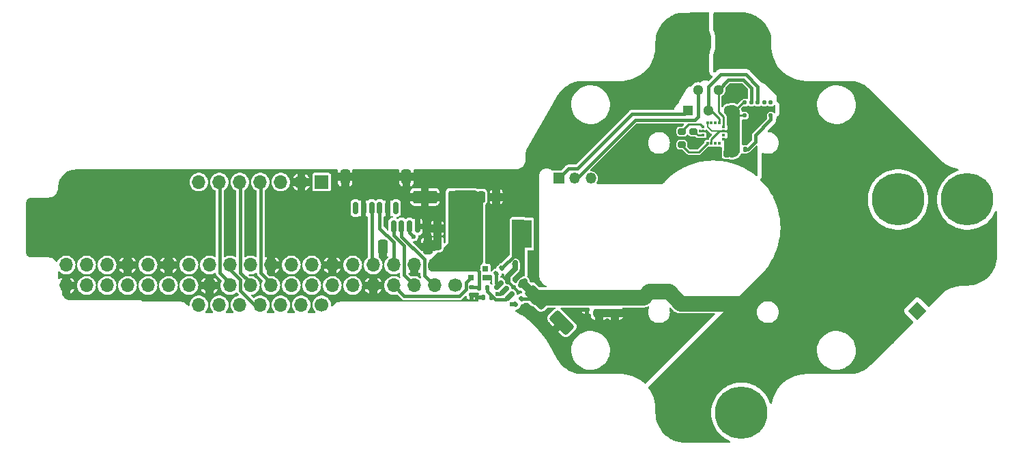
<source format=gbl>
G04 #@! TF.GenerationSoftware,KiCad,Pcbnew,7.0.9*
G04 #@! TF.CreationDate,2024-09-28T03:36:10+08:00*
G04 #@! TF.ProjectId,thingy,7468696e-6779-42e6-9b69-6361645f7063,rev?*
G04 #@! TF.SameCoordinates,Original*
G04 #@! TF.FileFunction,Copper,L2,Bot*
G04 #@! TF.FilePolarity,Positive*
%FSLAX46Y46*%
G04 Gerber Fmt 4.6, Leading zero omitted, Abs format (unit mm)*
G04 Created by KiCad (PCBNEW 7.0.9) date 2024-09-28 03:36:10*
%MOMM*%
%LPD*%
G01*
G04 APERTURE LIST*
G04 Aperture macros list*
%AMRoundRect*
0 Rectangle with rounded corners*
0 $1 Rounding radius*
0 $2 $3 $4 $5 $6 $7 $8 $9 X,Y pos of 4 corners*
0 Add a 4 corners polygon primitive as box body*
4,1,4,$2,$3,$4,$5,$6,$7,$8,$9,$2,$3,0*
0 Add four circle primitives for the rounded corners*
1,1,$1+$1,$2,$3*
1,1,$1+$1,$4,$5*
1,1,$1+$1,$6,$7*
1,1,$1+$1,$8,$9*
0 Add four rect primitives between the rounded corners*
20,1,$1+$1,$2,$3,$4,$5,0*
20,1,$1+$1,$4,$5,$6,$7,0*
20,1,$1+$1,$6,$7,$8,$9,0*
20,1,$1+$1,$8,$9,$2,$3,0*%
%AMRotRect*
0 Rectangle, with rotation*
0 The origin of the aperture is its center*
0 $1 length*
0 $2 width*
0 $3 Rotation angle, in degrees counterclockwise*
0 Add horizontal line*
21,1,$1,$2,0,0,$3*%
G04 Aperture macros list end*
G04 #@! TA.AperFunction,SMDPad,CuDef*
%ADD10RoundRect,0.200000X-0.200000X-0.275000X0.200000X-0.275000X0.200000X0.275000X-0.200000X0.275000X0*%
G04 #@! TD*
G04 #@! TA.AperFunction,SMDPad,CuDef*
%ADD11RoundRect,0.250000X-1.272792X0.494975X0.494975X-1.272792X1.272792X-0.494975X-0.494975X1.272792X0*%
G04 #@! TD*
G04 #@! TA.AperFunction,ComponentPad*
%ADD12C,6.500000*%
G04 #@! TD*
G04 #@! TA.AperFunction,SMDPad,CuDef*
%ADD13RoundRect,0.125000X-0.125000X-0.125000X0.125000X-0.125000X0.125000X0.125000X-0.125000X0.125000X0*%
G04 #@! TD*
G04 #@! TA.AperFunction,SMDPad,CuDef*
%ADD14RoundRect,0.062500X-0.127500X-0.062500X0.127500X-0.062500X0.127500X0.062500X-0.127500X0.062500X0*%
G04 #@! TD*
G04 #@! TA.AperFunction,SMDPad,CuDef*
%ADD15R,0.450000X0.300000*%
G04 #@! TD*
G04 #@! TA.AperFunction,SMDPad,CuDef*
%ADD16R,0.300000X0.450000*%
G04 #@! TD*
G04 #@! TA.AperFunction,ComponentPad*
%ADD17RotRect,1.600000X1.600000X225.000000*%
G04 #@! TD*
G04 #@! TA.AperFunction,ComponentPad*
%ADD18C,1.600000*%
G04 #@! TD*
G04 #@! TA.AperFunction,ComponentPad*
%ADD19R,1.700000X1.700000*%
G04 #@! TD*
G04 #@! TA.AperFunction,ComponentPad*
%ADD20O,1.700000X1.700000*%
G04 #@! TD*
G04 #@! TA.AperFunction,SMDPad,CuDef*
%ADD21RoundRect,0.150000X0.256326X0.468458X-0.468458X-0.256326X-0.256326X-0.468458X0.468458X0.256326X0*%
G04 #@! TD*
G04 #@! TA.AperFunction,ComponentPad*
%ADD22R,1.350000X1.350000*%
G04 #@! TD*
G04 #@! TA.AperFunction,ComponentPad*
%ADD23O,1.350000X1.350000*%
G04 #@! TD*
G04 #@! TA.AperFunction,SMDPad,CuDef*
%ADD24R,2.350000X3.500000*%
G04 #@! TD*
G04 #@! TA.AperFunction,SMDPad,CuDef*
%ADD25RoundRect,0.250000X1.250000X0.550000X-1.250000X0.550000X-1.250000X-0.550000X1.250000X-0.550000X0*%
G04 #@! TD*
G04 #@! TA.AperFunction,SMDPad,CuDef*
%ADD26RoundRect,0.135000X-0.035355X0.226274X-0.226274X0.035355X0.035355X-0.226274X0.226274X-0.035355X0*%
G04 #@! TD*
G04 #@! TA.AperFunction,SMDPad,CuDef*
%ADD27RoundRect,0.135000X-0.135000X-0.185000X0.135000X-0.185000X0.135000X0.185000X-0.135000X0.185000X0*%
G04 #@! TD*
G04 #@! TA.AperFunction,SMDPad,CuDef*
%ADD28RoundRect,0.135000X0.135000X0.185000X-0.135000X0.185000X-0.135000X-0.185000X0.135000X-0.185000X0*%
G04 #@! TD*
G04 #@! TA.AperFunction,SMDPad,CuDef*
%ADD29R,0.700000X0.700000*%
G04 #@! TD*
G04 #@! TA.AperFunction,SMDPad,CuDef*
%ADD30RoundRect,0.200000X-0.275000X0.200000X-0.275000X-0.200000X0.275000X-0.200000X0.275000X0.200000X0*%
G04 #@! TD*
G04 #@! TA.AperFunction,SMDPad,CuDef*
%ADD31RoundRect,0.200000X0.200000X0.275000X-0.200000X0.275000X-0.200000X-0.275000X0.200000X-0.275000X0*%
G04 #@! TD*
G04 #@! TA.AperFunction,SMDPad,CuDef*
%ADD32RoundRect,0.250000X0.250000X0.475000X-0.250000X0.475000X-0.250000X-0.475000X0.250000X-0.475000X0*%
G04 #@! TD*
G04 #@! TA.AperFunction,SMDPad,CuDef*
%ADD33RoundRect,0.250000X-0.250000X-0.475000X0.250000X-0.475000X0.250000X0.475000X-0.250000X0.475000X0*%
G04 #@! TD*
G04 #@! TA.AperFunction,SMDPad,CuDef*
%ADD34RoundRect,0.250000X-0.475000X0.250000X-0.475000X-0.250000X0.475000X-0.250000X0.475000X0.250000X0*%
G04 #@! TD*
G04 #@! TA.AperFunction,ComponentPad*
%ADD35C,1.300000*%
G04 #@! TD*
G04 #@! TA.AperFunction,ComponentPad*
%ADD36R,1.300000X1.300000*%
G04 #@! TD*
G04 #@! TA.AperFunction,SMDPad,CuDef*
%ADD37RoundRect,0.150000X-0.150000X-0.625000X0.150000X-0.625000X0.150000X0.625000X-0.150000X0.625000X0*%
G04 #@! TD*
G04 #@! TA.AperFunction,SMDPad,CuDef*
%ADD38RoundRect,0.250000X-0.350000X-0.650000X0.350000X-0.650000X0.350000X0.650000X-0.350000X0.650000X0*%
G04 #@! TD*
G04 #@! TA.AperFunction,ComponentPad*
%ADD39C,1.700000*%
G04 #@! TD*
G04 #@! TA.AperFunction,SMDPad,CuDef*
%ADD40RoundRect,0.140000X-0.170000X0.140000X-0.170000X-0.140000X0.170000X-0.140000X0.170000X0.140000X0*%
G04 #@! TD*
G04 #@! TA.AperFunction,SMDPad,CuDef*
%ADD41RoundRect,0.140000X0.021213X-0.219203X0.219203X-0.021213X-0.021213X0.219203X-0.219203X0.021213X0*%
G04 #@! TD*
G04 #@! TA.AperFunction,ViaPad*
%ADD42C,0.600000*%
G04 #@! TD*
G04 #@! TA.AperFunction,Conductor*
%ADD43C,1.905000*%
G04 #@! TD*
G04 #@! TA.AperFunction,Conductor*
%ADD44C,0.381000*%
G04 #@! TD*
G04 #@! TA.AperFunction,Conductor*
%ADD45C,0.254000*%
G04 #@! TD*
G04 #@! TA.AperFunction,Conductor*
%ADD46C,1.270000*%
G04 #@! TD*
G04 #@! TA.AperFunction,Conductor*
%ADD47C,0.200000*%
G04 #@! TD*
G04 #@! TA.AperFunction,Conductor*
%ADD48C,1.000000*%
G04 #@! TD*
G04 #@! TA.AperFunction,Conductor*
%ADD49C,0.635000*%
G04 #@! TD*
G04 APERTURE END LIST*
D10*
X2575000Y11000000D03*
X4225000Y11000000D03*
D11*
X-18800106Y-11772793D03*
X-21911376Y-8661523D03*
D12*
X22900000Y3475000D03*
X22900000Y-3475000D03*
X31500000Y3475000D03*
X31500000Y-3475000D03*
D13*
X3900000Y14700000D03*
X3900000Y15500000D03*
X4700000Y15500000D03*
X5500000Y15500000D03*
X6300000Y15500000D03*
X7100000Y15500000D03*
X7100000Y14700000D03*
X7100000Y13900000D03*
X6300000Y13900000D03*
X5500000Y13900000D03*
X4700000Y13900000D03*
X3900000Y13900000D03*
D14*
X3760000Y14025000D03*
D15*
X1275000Y12450000D03*
X1275000Y11950000D03*
X1275000Y11450000D03*
X1275000Y10950000D03*
D16*
X750000Y10425000D03*
X250000Y10425000D03*
X-250000Y10425000D03*
X-750000Y10425000D03*
D15*
X-1275000Y10950000D03*
X-1275000Y11450000D03*
X-1275000Y11950000D03*
X-1275000Y12450000D03*
D16*
X-750000Y12975000D03*
X-250000Y12975000D03*
X250000Y12975000D03*
X750000Y12975000D03*
D17*
X25297727Y-10332233D03*
D18*
X21762193Y-13867767D03*
D19*
X-48600000Y5640000D03*
D20*
X-51140000Y5640000D03*
X-53680000Y5640000D03*
X-56220000Y5640000D03*
X-58760000Y5640000D03*
X-61300000Y5640000D03*
X-63840000Y5640000D03*
D21*
X-26652170Y-7165166D03*
X-25980419Y-7836917D03*
X-25308668Y-8508668D03*
X-23700000Y-6900000D03*
X-24371751Y-6228249D03*
X-25043502Y-5556498D03*
D22*
X-19200000Y6100000D03*
D23*
X-17200000Y6100000D03*
X-15200000Y6100000D03*
X-13200000Y6100000D03*
D24*
X-29800000Y-800000D03*
X-23750000Y-800000D03*
D25*
X-35800000Y3800000D03*
X-31400000Y3800000D03*
D26*
X-23839376Y-8839376D03*
X-24560624Y-9560624D03*
D27*
X-28610000Y-8700000D03*
X-27590000Y-8700000D03*
D28*
X3910000Y9700000D03*
X2890000Y9700000D03*
X-28090000Y-7500000D03*
X-29110000Y-7500000D03*
D29*
X-28285000Y-5150000D03*
X-28285000Y-6250000D03*
X-30115000Y-6250000D03*
X-30115000Y-5150000D03*
D30*
X-2500000Y11925000D03*
X-2500000Y10275000D03*
X-3900000Y11925000D03*
X-3900000Y10275000D03*
D31*
X1625000Y9200000D03*
X-25000Y9200000D03*
D10*
X2575000Y12500000D03*
X4225000Y12500000D03*
D32*
X-34250000Y-100000D03*
X-32350000Y-100000D03*
X-32350000Y-2100000D03*
X-34250000Y-2100000D03*
D33*
X-26950000Y3800000D03*
X-28850000Y3800000D03*
D34*
X-14200000Y-8750000D03*
X-14200000Y-10650000D03*
X-12200000Y-8750000D03*
X-12200000Y-10650000D03*
D12*
X-3475000Y23000000D03*
X3475000Y23000000D03*
X3475000Y-23000000D03*
X-3475000Y-23000000D03*
D35*
X3175000Y17087500D03*
X1905000Y14547500D03*
X635000Y17087500D03*
X-635000Y14547500D03*
X-1905000Y17087500D03*
D36*
X-3175000Y14547500D03*
D37*
X-44400000Y2400000D03*
X-43400000Y2400000D03*
X-42400000Y2400000D03*
X-41400000Y2400000D03*
X-40400000Y2400000D03*
X-39400000Y2400000D03*
D38*
X-38100000Y6275000D03*
X-45700000Y6275000D03*
D39*
X-48600000Y-9600000D03*
D20*
X-51140000Y-9600000D03*
X-53680000Y-9600000D03*
X-56220000Y-9600000D03*
X-58760000Y-9600000D03*
X-61300000Y-9600000D03*
X-63840000Y-9600000D03*
D39*
X-32050000Y-7190000D03*
D20*
X-32050000Y-4650000D03*
X-34590000Y-7190000D03*
X-34590000Y-4650000D03*
X-37130000Y-7190000D03*
X-37130000Y-4650000D03*
X-39670000Y-7190000D03*
X-39670000Y-4650000D03*
X-42210000Y-7190000D03*
X-42210000Y-4650000D03*
X-44750000Y-7190000D03*
X-44750000Y-4650000D03*
X-47290000Y-7190000D03*
X-47290000Y-4650000D03*
X-49830000Y-7190000D03*
X-49830000Y-4650000D03*
X-52370000Y-7190000D03*
X-52370000Y-4650000D03*
X-54910000Y-7190000D03*
X-54910000Y-4650000D03*
X-57450000Y-7190000D03*
X-57450000Y-4650000D03*
X-59990000Y-7190000D03*
X-59990000Y-4650000D03*
X-62530000Y-7190000D03*
X-62530000Y-4650000D03*
X-65070000Y-7190000D03*
X-65070000Y-4650000D03*
X-67610000Y-7190000D03*
X-67610000Y-4650000D03*
X-70150000Y-7190000D03*
X-70150000Y-4650000D03*
X-72690000Y-7190000D03*
X-72690000Y-4650000D03*
X-75230000Y-7190000D03*
X-75230000Y-4650000D03*
X-77770000Y-7190000D03*
X-77770000Y-4650000D03*
X-80310000Y-7190000D03*
X-80310000Y-4650000D03*
D40*
X-30000000Y-8380000D03*
X-30000000Y-7420000D03*
X-15700000Y-9220000D03*
X-15700000Y-10180000D03*
D41*
X-26260589Y-5060589D03*
X-26939411Y-5739411D03*
D37*
X-39700000Y125000D03*
X-38700000Y125000D03*
X-37700000Y125000D03*
X-36700000Y125000D03*
D38*
X-41000000Y-2400000D03*
X-35400000Y-2400000D03*
D42*
X-34500000Y6000000D03*
X-34500000Y2000000D03*
X-36500000Y-2200000D03*
X-8500000Y-18000000D03*
X-6500000Y-16000000D03*
X-12500000Y-12000000D03*
X-8500000Y-16000000D03*
X-10500000Y-14000000D03*
X-25000000Y-9500000D03*
X-26795813Y-8273435D03*
X-24600000Y-4400000D03*
X-25500000Y-6700000D03*
X-24800000Y-7400000D03*
X29175129Y-4900000D03*
X34400000Y-3500000D03*
X25424871Y-4900000D03*
X21600000Y-5924871D03*
X29175129Y-2100000D03*
X6300000Y23000000D03*
X23000000Y-700000D03*
X28800000Y-3500000D03*
X33000000Y-1075129D03*
X1075129Y21600000D03*
X30200000Y-5924871D03*
X20575129Y-2100000D03*
X3500000Y25800000D03*
X4900000Y25424871D03*
X24400000Y-5924871D03*
X-1075129Y-21600000D03*
X2100000Y25424871D03*
X-700000Y-23000000D03*
X34024871Y-4900000D03*
X25800000Y-3500000D03*
X33000000Y1075129D03*
X-4900000Y-20575129D03*
X-3500000Y-25800000D03*
X5924871Y21600000D03*
X-6300000Y23000000D03*
X-4900000Y-25424871D03*
X3500000Y20200000D03*
X25424871Y-2100000D03*
X5924871Y24400000D03*
X-2100000Y-20575129D03*
X-6300000Y-23000000D03*
X23000000Y-6300000D03*
X-1075129Y-24400000D03*
X25424871Y4900000D03*
X-3500000Y-20200000D03*
X1075129Y24400000D03*
X21600000Y-1075129D03*
X4900000Y20575129D03*
X-5924871Y-21600000D03*
X31600000Y-700000D03*
X2100000Y20575129D03*
X34024871Y-2100000D03*
X20200000Y-3500000D03*
X33000000Y-5924871D03*
X700000Y23000000D03*
X-2100000Y25424871D03*
X31600000Y-6300000D03*
X24400000Y-1075129D03*
X20575129Y-4900000D03*
X24400000Y5924871D03*
X-2100000Y-25424871D03*
X30200000Y-1075129D03*
X-5924871Y-24400000D03*
X3500000Y-25800000D03*
X-8000000Y8000000D03*
X21600000Y5924871D03*
X-5924871Y24400000D03*
X20200000Y3500000D03*
X-3500000Y25800000D03*
X31600000Y700000D03*
X-1075129Y21600000D03*
X23000000Y6300000D03*
X-10000000Y10000000D03*
X-5924871Y21600000D03*
X5924871Y-21600000D03*
X28800000Y3500000D03*
X5100000Y14700000D03*
X34024871Y2100000D03*
X4900000Y-20575129D03*
X-4900000Y25424871D03*
X29175129Y2100000D03*
X-4900000Y20575129D03*
X25800000Y3500000D03*
X-4000000Y8000000D03*
X3500000Y-20200000D03*
X-2500000Y11000000D03*
X31600000Y6300000D03*
X2100000Y-25424871D03*
X1075129Y-24400000D03*
X2300000Y10000000D03*
X24400000Y1075129D03*
X29175129Y4900000D03*
X21600000Y1075129D03*
X-12000000Y8000000D03*
X5900000Y14700000D03*
X23000000Y700000D03*
X1075129Y-21600000D03*
X34024871Y4900000D03*
X2100000Y-20575129D03*
X-1075129Y24400000D03*
X30200000Y5924871D03*
X700000Y-23000000D03*
X-700000Y23000000D03*
X34400000Y3500000D03*
X20575129Y2100000D03*
X5924871Y-24400000D03*
X-2100000Y20575129D03*
X25424871Y2100000D03*
X30200000Y1075129D03*
X33000000Y5924871D03*
X-3500000Y20200000D03*
X4900000Y-25424871D03*
X6300000Y-23000000D03*
X20575129Y4900000D03*
X-27700000Y-6300000D03*
X-28000000Y-3700000D03*
X-26000000Y-3700000D03*
X-10500000Y16000000D03*
X-22500000Y2000000D03*
X-30500000Y6000000D03*
X-37200000Y-1100000D03*
X-2500000Y-12000000D03*
X-8500000Y18000000D03*
X-22500000Y6000000D03*
X-18500000Y16000000D03*
X-4500000Y18000000D03*
X-26500000Y2000000D03*
X-22500000Y-4000000D03*
X-22500000Y-6000000D03*
X-6500000Y20000000D03*
X-24500000Y4000000D03*
X-6500000Y16000000D03*
X-26500000Y6000000D03*
X-20500000Y8000000D03*
X-18500000Y-14000000D03*
X-20500000Y-12000000D03*
X-18500000Y10000000D03*
X-22500000Y10000000D03*
X-20500000Y12000000D03*
X-18500000Y14000000D03*
X-16500000Y12000000D03*
X-16500000Y-12000000D03*
X-22500000Y-10000000D03*
X-10500000Y-18000000D03*
X-4500000Y-14000000D03*
X-6500000Y-14000000D03*
X-8500000Y-12000000D03*
X-12500000Y14000000D03*
X-18500000Y-16000000D03*
X-12500000Y-16000000D03*
X-4500000Y-12000000D03*
X-29300000Y-8800000D03*
D43*
X-4100000Y-9400000D02*
X3500000Y-9400000D01*
X-7952500Y-7952500D02*
X-5547500Y-7952500D01*
X-5547500Y-7952500D02*
X-4100000Y-9400000D01*
X-8661523Y-8661523D02*
X-7952500Y-7952500D01*
X-21911376Y-8661523D02*
X-8661523Y-8661523D01*
D44*
X3910000Y9700000D02*
X4240636Y9700000D01*
X5200000Y10659364D02*
X5200000Y11500000D01*
X4240636Y9700000D02*
X5200000Y10659364D01*
D45*
X-1275000Y11450000D02*
X-1937500Y11450000D01*
X-3085500Y12827000D02*
X-3900000Y12012500D01*
X-1275000Y12450000D02*
X-1652000Y12827000D01*
X-1652000Y12827000D02*
X-3085500Y12827000D01*
X-1802000Y9373000D02*
X-750000Y10425000D01*
X-3085500Y9373000D02*
X-1802000Y9373000D01*
D44*
X5200000Y11500000D02*
X7100000Y13400000D01*
X7100000Y13400000D02*
X7100000Y13900000D01*
D46*
X3475000Y23000000D02*
X2700000Y23000000D01*
D45*
X-1937500Y11450000D02*
X-2500000Y12012500D01*
X-3900000Y10187500D02*
X-3085500Y9373000D01*
D44*
X-1905000Y13736500D02*
X-2341500Y13300000D01*
D45*
X1937500Y11950000D02*
X2487500Y12500000D01*
X635000Y14365000D02*
X635000Y17087500D01*
D44*
X1847500Y18300000D02*
X3700000Y18300000D01*
D47*
X-200000Y11950000D02*
X746000Y11950000D01*
D45*
X3650001Y15500000D02*
X2700000Y14549999D01*
X-250000Y10425000D02*
X-250000Y10954000D01*
D47*
X-750000Y12975000D02*
X-750000Y12500000D01*
D44*
X-16900000Y7300000D02*
X-18000000Y7300000D01*
X-2341500Y13300000D02*
X-9700000Y13300000D01*
D45*
X2437500Y10950000D02*
X2487500Y11000000D01*
D44*
X-10100000Y14100000D02*
X-16900000Y7300000D01*
D45*
X1275000Y11950000D02*
X1937500Y11950000D01*
X3900000Y13900000D02*
X2700000Y13900000D01*
X-293500Y14547500D02*
X-635000Y14547500D01*
D44*
X-3622500Y14100000D02*
X-10100000Y14100000D01*
X-18000000Y7300000D02*
X-19200000Y6100000D01*
D45*
X1275000Y13725000D02*
X635000Y14365000D01*
X-250000Y10954000D02*
X746000Y11950000D01*
D44*
X-3175000Y14547500D02*
X-3622500Y14100000D01*
D47*
X-750000Y12500000D02*
X-200000Y11950000D01*
D45*
X2552500Y13900000D02*
X1905000Y14547500D01*
X2700000Y13900000D02*
X2552500Y13900000D01*
X746000Y11950000D02*
X1275000Y11950000D01*
X1275000Y10950000D02*
X2437500Y10950000D01*
D44*
X-9700000Y13300000D02*
X-16900000Y6100000D01*
X-635000Y14547500D02*
X-635000Y17465000D01*
D45*
X750000Y12975000D02*
X750000Y13504000D01*
D44*
X3700000Y18300000D02*
X4700000Y17300000D01*
X-1905000Y17087500D02*
X-1905000Y13736500D01*
X5500000Y17500000D02*
X5500000Y15500000D01*
X900000Y19000000D02*
X4000000Y19000000D01*
D45*
X1275000Y12450000D02*
X1275000Y13725000D01*
D44*
X4700000Y17300000D02*
X4700000Y15500000D01*
X-16900000Y6100000D02*
X-17200000Y6100000D01*
D45*
X750000Y13504000D02*
X-293500Y14547500D01*
D44*
X635000Y17087500D02*
X1847500Y18300000D01*
D45*
X2700000Y14549999D02*
X2700000Y13900000D01*
X3900000Y15500000D02*
X3650001Y15500000D01*
D44*
X-635000Y17465000D02*
X900000Y19000000D01*
X4000000Y19000000D02*
X5500000Y17500000D01*
D45*
X2437500Y11150000D02*
X2500000Y11212500D01*
D44*
X-42400000Y2400000D02*
X-42400000Y-4460000D01*
X-42400000Y-4460000D02*
X-42210000Y-4650000D01*
X-39670000Y-4650000D02*
X-39670000Y-1817268D01*
X-39670000Y-1817268D02*
X-41400000Y-87268D01*
X-39700000Y-965610D02*
X-38400000Y-2265610D01*
X-38400000Y-2265610D02*
X-38400000Y-5920000D01*
X-39700000Y225000D02*
X-39700000Y-965610D01*
X-38400000Y-5920000D02*
X-37130000Y-7190000D01*
X-41400000Y-87268D02*
X-41400000Y2400000D01*
X-26260589Y-5060589D02*
X-24600000Y-3400000D01*
X-22089229Y-8839376D02*
X-21911376Y-8661523D01*
X-23839376Y-8839376D02*
X-22089229Y-8839376D01*
X-26416937Y-8273435D02*
X-26795813Y-8273435D01*
X-25980419Y-7836917D02*
X-26416937Y-8273435D01*
D48*
X-21911376Y-8661523D02*
X-23637543Y-6935356D01*
D44*
X-35830500Y-3975866D02*
X-35830500Y-5949500D01*
X-38700000Y225000D02*
X-38700000Y-1106366D01*
X-38700000Y-1106366D02*
X-35830500Y-3975866D01*
X-35830500Y-5949500D02*
X-34590000Y-7190000D01*
X-57450000Y-6850000D02*
X-57450000Y-7190000D01*
X-58690500Y-5609500D02*
X-57450000Y-6850000D01*
X-56220000Y-9600000D02*
X-56900000Y-9600000D01*
X-56900000Y-9600000D02*
X-58700000Y-7800000D01*
X-58700000Y-6510829D02*
X-59990000Y-5220829D01*
X-59990000Y-5220829D02*
X-59990000Y-4650000D01*
X-58700000Y-7800000D02*
X-58700000Y-6510829D01*
X-56150500Y5570500D02*
X-56150500Y-5649500D01*
X-54910000Y-6890000D02*
X-54910000Y-7190000D01*
X-56150500Y-5649500D02*
X-54910000Y-6890000D01*
X-56220000Y5640000D02*
X-56150500Y5570500D01*
X-59990000Y-6910000D02*
X-61230500Y-5669500D01*
X-61230500Y-5669500D02*
X-61230500Y5570500D01*
X-58690500Y5570500D02*
X-58690500Y-5609500D01*
X-59990000Y-7190000D02*
X-59990000Y-6910000D01*
X-61230500Y5570500D02*
X-61300000Y5640000D01*
X-58760000Y5640000D02*
X-58690500Y5570500D01*
X-30000000Y-7420000D02*
X-29190000Y-7420000D01*
X-29190000Y-7420000D02*
X-29110000Y-7500000D01*
X-30115000Y-6250000D02*
X-30700500Y-6835500D01*
X-30700500Y-6835500D02*
X-30700500Y-7700500D01*
X-30700500Y-7700500D02*
X-31500000Y-8500000D01*
X-31500000Y-8500000D02*
X-38360000Y-8500000D01*
X-38360000Y-8500000D02*
X-39670000Y-7190000D01*
X-29110000Y-5424000D02*
X-29384000Y-5150000D01*
X-29384000Y-5150000D02*
X-30115000Y-5150000D01*
X-29110000Y-7500000D02*
X-29110000Y-5424000D01*
X-28090000Y-7500000D02*
X-28090000Y-7955763D01*
X-28090000Y-7955763D02*
X-27081828Y-8963935D01*
X-27081828Y-8963935D02*
X-25763935Y-8963935D01*
X-25763935Y-8963935D02*
X-25308668Y-8508668D01*
X-37200000Y-1100000D02*
X-37700000Y-600000D01*
X-37700000Y-600000D02*
X-37700000Y125000D01*
X-26939411Y-5739411D02*
X-26939411Y-6877925D01*
X-26939411Y-6877925D02*
X-26652170Y-7165166D01*
D49*
X-24600000Y-4400000D02*
X-24600000Y-5112996D01*
X-24600000Y-5112996D02*
X-25043502Y-5556498D01*
D43*
X-3475000Y-23000000D02*
X-3475000Y-21525000D01*
D49*
X-25043502Y-5556498D02*
X-25510648Y-6023644D01*
X-25510648Y-6023644D02*
X-25510648Y-6700000D01*
D44*
X-24560624Y-9560624D02*
X-24939376Y-9560624D01*
X-24939376Y-9560624D02*
X-25000000Y-9500000D01*
G04 #@! TA.AperFunction,Conductor*
G36*
X-29797305Y4599764D02*
G01*
X-29749150Y4595551D01*
X-29602431Y4582714D01*
X-29581146Y4578961D01*
X-29400053Y4530438D01*
X-29379741Y4523045D01*
X-29209831Y4443814D01*
X-29191113Y4433007D01*
X-29037541Y4325475D01*
X-29020983Y4311581D01*
X-28888418Y4179016D01*
X-28874524Y4162458D01*
X-28766992Y4008886D01*
X-28756186Y3990170D01*
X-28676951Y3820251D01*
X-28669561Y3799946D01*
X-28621038Y3618853D01*
X-28617285Y3597567D01*
X-28600236Y3402699D01*
X-28600000Y3397293D01*
X-28600000Y-4297293D01*
X-28600236Y-4302699D01*
X-28613051Y-4449174D01*
X-28638503Y-4514243D01*
X-28695094Y-4555222D01*
X-28712384Y-4559984D01*
X-28732737Y-4564033D01*
X-28732739Y-4564033D01*
X-28732740Y-4564034D01*
X-28815601Y-4619399D01*
X-28870966Y-4702260D01*
X-28870967Y-4702264D01*
X-28885499Y-4775321D01*
X-28885500Y-4775323D01*
X-28885500Y-5024736D01*
X-28905185Y-5091775D01*
X-28921819Y-5112417D01*
X-29020983Y-5211581D01*
X-29037541Y-5225475D01*
X-29191113Y-5333007D01*
X-29209831Y-5343814D01*
X-29321207Y-5395750D01*
X-29371418Y-5419164D01*
X-29379741Y-5423045D01*
X-29400053Y-5430438D01*
X-29581146Y-5478961D01*
X-29602431Y-5482714D01*
X-29749150Y-5495551D01*
X-29797305Y-5499764D01*
X-29802706Y-5500000D01*
X-34745933Y-5500000D01*
X-34754031Y-5499469D01*
X-34790755Y-5494634D01*
X-34902048Y-5479982D01*
X-34933315Y-5471604D01*
X-35059917Y-5419164D01*
X-35087951Y-5402979D01*
X-35196668Y-5319557D01*
X-35219557Y-5296668D01*
X-35302979Y-5187951D01*
X-35319164Y-5159917D01*
X-35371604Y-5033315D01*
X-35379982Y-5002049D01*
X-35388969Y-4933792D01*
X-35389500Y-4925690D01*
X-35389500Y-4621751D01*
X-35389277Y-4616508D01*
X-35383632Y-4550180D01*
X-35380077Y-4529449D01*
X-35334103Y-4352898D01*
X-35327096Y-4333067D01*
X-35251943Y-4166824D01*
X-35241684Y-4148461D01*
X-35139514Y-3997311D01*
X-35126300Y-3980948D01*
X-34994575Y-3843524D01*
X-34990773Y-3839881D01*
X-34157285Y-3106411D01*
X-34093953Y-3076900D01*
X-34075369Y-3075499D01*
X-33952128Y-3075499D01*
X-33903757Y-3070299D01*
X-33892516Y-3069091D01*
X-33757671Y-3018797D01*
X-33757664Y-3018793D01*
X-33642455Y-2932547D01*
X-33642452Y-2932544D01*
X-33556206Y-2817335D01*
X-33556202Y-2817328D01*
X-33505908Y-2682482D01*
X-33499501Y-2622883D01*
X-33499500Y-2622864D01*
X-33499500Y-2583615D01*
X-33479815Y-2516576D01*
X-33457423Y-2490532D01*
X-33307247Y-2358377D01*
X-32900000Y-2000000D01*
X-32900000Y3397293D01*
X-32899764Y3402699D01*
X-32882714Y3597568D01*
X-32878961Y3618853D01*
X-32830438Y3799946D01*
X-32823045Y3820258D01*
X-32743814Y3990168D01*
X-32733007Y4008886D01*
X-32625475Y4162458D01*
X-32611581Y4179016D01*
X-32479016Y4311581D01*
X-32462458Y4325475D01*
X-32308886Y4433007D01*
X-32290168Y4443814D01*
X-32120258Y4523045D01*
X-32099946Y4530438D01*
X-31918853Y4578961D01*
X-31897568Y4582714D01*
X-31746596Y4595923D01*
X-31702694Y4599764D01*
X-31697294Y4600000D01*
X-29802706Y4600000D01*
X-29797305Y4599764D01*
G37*
G04 #@! TD.AperFunction*
G04 #@! TA.AperFunction,Conductor*
G36*
X-3698977Y12889315D02*
G01*
X-3653222Y12836511D01*
X-3643278Y12767353D01*
X-3672303Y12703797D01*
X-3678321Y12697331D01*
X-3813836Y12561816D01*
X-3875157Y12528333D01*
X-3901516Y12525499D01*
X-4206518Y12525499D01*
X-4300304Y12510646D01*
X-4413342Y12453050D01*
X-4503050Y12363342D01*
X-4560646Y12250304D01*
X-4560646Y12250302D01*
X-4560647Y12250301D01*
X-4566158Y12215502D01*
X-4575500Y12156519D01*
X-4575499Y11693482D01*
X-4560646Y11599696D01*
X-4503050Y11486658D01*
X-4503046Y11486654D01*
X-4503045Y11486652D01*
X-4413347Y11396954D01*
X-4413344Y11396952D01*
X-4413342Y11396950D01*
X-4351212Y11365293D01*
X-4300301Y11339352D01*
X-4206524Y11324500D01*
X-4206519Y11324500D01*
X-3593482Y11324500D01*
X-3507974Y11338043D01*
X-3499696Y11339354D01*
X-3386658Y11396950D01*
X-3386657Y11396951D01*
X-3386652Y11396954D01*
X-3290049Y11493558D01*
X-3288006Y11491515D01*
X-3244984Y11524689D01*
X-3175370Y11530665D01*
X-3113576Y11498057D01*
X-3107905Y11491512D01*
X-3013347Y11396954D01*
X-3013344Y11396952D01*
X-3013342Y11396950D01*
X-2951212Y11365293D01*
X-2900301Y11339352D01*
X-2806524Y11324500D01*
X-2806519Y11324500D01*
X-2326517Y11324500D01*
X-2259478Y11304815D01*
X-2238836Y11288181D01*
X-2181102Y11230447D01*
X-2177446Y11226457D01*
X-2173513Y11221770D01*
X-2151260Y11195250D01*
X-2151255Y11195247D01*
X-2115981Y11174881D01*
X-2111418Y11171975D01*
X-2078043Y11148606D01*
X-2073458Y11146468D01*
X-2055987Y11139231D01*
X-2051240Y11137503D01*
X-2011118Y11130428D01*
X-2005835Y11129257D01*
X-1966481Y11118712D01*
X-1930391Y11121871D01*
X-1925898Y11122264D01*
X-1920495Y11122500D01*
X-1630338Y11122500D01*
X-1582884Y11113060D01*
X-1578230Y11111132D01*
X-1519752Y11099500D01*
X-1519748Y11099500D01*
X-1030247Y11099500D01*
X-971770Y11111131D01*
X-971769Y11111132D01*
X-905447Y11155447D01*
X-861132Y11221769D01*
X-861131Y11221770D01*
X-849500Y11280247D01*
X-849500Y11619752D01*
X-861131Y11678229D01*
X-861132Y11678230D01*
X-905447Y11744552D01*
X-971769Y11788867D01*
X-971770Y11788868D01*
X-1030247Y11800499D01*
X-1030249Y11800500D01*
X-1030252Y11800500D01*
X-1519748Y11800500D01*
X-1519751Y11800500D01*
X-1563610Y11791775D01*
X-1578231Y11788867D01*
X-1578232Y11788865D01*
X-1582884Y11786940D01*
X-1630338Y11777500D01*
X-1700500Y11777500D01*
X-1767539Y11797185D01*
X-1813294Y11849989D01*
X-1824500Y11901500D01*
X-1824500Y12043697D01*
X-1804815Y12110736D01*
X-1752011Y12156491D01*
X-1682853Y12166435D01*
X-1631609Y12146799D01*
X-1578230Y12111132D01*
X-1578229Y12111131D01*
X-1519752Y12099500D01*
X-1519748Y12099500D01*
X-1030247Y12099500D01*
X-971770Y12111131D01*
X-945082Y12128964D01*
X-878404Y12149840D01*
X-811024Y12131354D01*
X-788512Y12113541D01*
X-456922Y11781951D01*
X-451278Y11775465D01*
X-443956Y11765770D01*
X-408624Y11733560D01*
X-406573Y11731602D01*
X-392797Y11717826D01*
X-390587Y11716312D01*
X-383853Y11710978D01*
X-360933Y11690084D01*
X-354470Y11687580D01*
X-329192Y11674256D01*
X-323481Y11670344D01*
X-323478Y11670343D01*
X-323479Y11670343D01*
X-293302Y11663244D01*
X-285094Y11660703D01*
X-261708Y11651644D01*
X-206305Y11609074D01*
X-182713Y11543308D01*
X-198421Y11475227D01*
X-218812Y11448341D01*
X-469556Y11197596D01*
X-473517Y11193966D01*
X-504750Y11167760D01*
X-525134Y11132451D01*
X-528009Y11127937D01*
X-551394Y11094543D01*
X-551395Y11094537D01*
X-553549Y11089919D01*
X-560752Y11072531D01*
X-562493Y11067744D01*
X-562497Y11067739D01*
X-569576Y11027586D01*
X-570732Y11022368D01*
X-581287Y10982984D01*
X-581286Y10982976D01*
X-582233Y10972172D01*
X-584097Y10972335D01*
X-595259Y10916804D01*
X-643876Y10866623D01*
X-705019Y10850500D01*
X-919751Y10850500D01*
X-919751Y10850499D01*
X-934568Y10847552D01*
X-978229Y10838868D01*
X-978229Y10838867D01*
X-978231Y10838867D01*
X-1044552Y10794552D01*
X-1088867Y10728231D01*
X-1088867Y10728230D01*
X-1088868Y10728229D01*
X-1100499Y10669752D01*
X-1100500Y10669750D01*
X-1100500Y10589016D01*
X-1120185Y10521977D01*
X-1136819Y10501335D01*
X-1901335Y9736819D01*
X-1962658Y9703334D01*
X-1989016Y9700500D01*
X-2898483Y9700500D01*
X-2965522Y9720185D01*
X-2986164Y9736819D01*
X-3189165Y9939820D01*
X-3222650Y10001143D01*
X-3223730Y10038528D01*
X-3224882Y10038619D01*
X-3224500Y10043475D01*
X-3224500Y10506517D01*
X-3239354Y10600302D01*
X-3239354Y10600304D01*
X-3296950Y10713342D01*
X-3296952Y10713344D01*
X-3296954Y10713347D01*
X-3386652Y10803045D01*
X-3386654Y10803046D01*
X-3386658Y10803050D01*
X-3499696Y10860646D01*
X-3499698Y10860647D01*
X-3593475Y10875499D01*
X-3593481Y10875500D01*
X-4206518Y10875499D01*
X-4300304Y10860646D01*
X-4413342Y10803050D01*
X-4503050Y10713342D01*
X-4560646Y10600304D01*
X-4560646Y10600302D01*
X-4560647Y10600301D01*
X-4562434Y10589016D01*
X-4575500Y10506519D01*
X-4575499Y10043482D01*
X-4560646Y9949696D01*
X-4503050Y9836658D01*
X-4503046Y9836654D01*
X-4503045Y9836652D01*
X-4413347Y9746954D01*
X-4413344Y9746952D01*
X-4413342Y9746950D01*
X-4336517Y9707805D01*
X-4300301Y9689352D01*
X-4206524Y9674500D01*
X-4206519Y9674500D01*
X-3901516Y9674500D01*
X-3834477Y9654815D01*
X-3813835Y9638181D01*
X-3329091Y9153436D01*
X-3325446Y9149457D01*
X-3299261Y9118250D01*
X-3263973Y9097876D01*
X-3259411Y9094970D01*
X-3226041Y9071604D01*
X-3221468Y9069472D01*
X-3203987Y9062231D01*
X-3199240Y9060503D01*
X-3159118Y9053428D01*
X-3153835Y9052257D01*
X-3114481Y9041712D01*
X-3078391Y9044871D01*
X-3073898Y9045264D01*
X-3068495Y9045500D01*
X-1819005Y9045500D01*
X-1813601Y9045264D01*
X-1808089Y9044781D01*
X-1773016Y9041712D01*
X-1733662Y9052256D01*
X-1728383Y9053427D01*
X-1688264Y9060502D01*
X-1683528Y9062225D01*
X-1666028Y9069473D01*
X-1661459Y9071604D01*
X-1628087Y9094971D01*
X-1623526Y9097876D01*
X-1588241Y9118248D01*
X-1588239Y9118250D01*
X-1562049Y9149462D01*
X-1558393Y9153451D01*
X-748664Y9963181D01*
X-687341Y9996666D01*
X-660983Y9999500D01*
X-580252Y9999500D01*
X-524190Y10010651D01*
X-475810Y10010651D01*
X-419748Y9999500D01*
X-80252Y9999500D01*
X-24190Y10010651D01*
X24190Y10010651D01*
X80252Y9999500D01*
X419748Y9999500D01*
X475810Y10010651D01*
X524190Y10010651D01*
X580252Y9999500D01*
X920500Y9999500D01*
X987539Y9979815D01*
X1033294Y9927011D01*
X1044500Y9875500D01*
X1044500Y9699910D01*
X1044654Y9693635D01*
X1045261Y9681290D01*
X1045722Y9675042D01*
X1047348Y9658530D01*
X1041876Y9608066D01*
X1039352Y9600300D01*
X1024500Y9506524D01*
X1024500Y8893482D01*
X1035172Y8826102D01*
X1039354Y8799696D01*
X1043469Y8791620D01*
X1096951Y8686657D01*
X1096954Y8686652D01*
X1186652Y8596954D01*
X1186657Y8596951D01*
X1186658Y8596950D01*
X1224337Y8577751D01*
X1299698Y8539352D01*
X1393476Y8524500D01*
X1848226Y8524500D01*
X1884219Y8519161D01*
X1973925Y8491951D01*
X2025067Y8476438D01*
X2025083Y8476434D01*
X2025081Y8476434D01*
X2031139Y8474916D01*
X2037234Y8473390D01*
X2073361Y8466204D01*
X2085771Y8464363D01*
X2085777Y8464362D01*
X2085778Y8464362D01*
X2224919Y8450658D01*
X2269046Y8446312D01*
X2269045Y8446312D01*
X2270438Y8446243D01*
X2281575Y8445697D01*
X2281583Y8445697D01*
X2318423Y8445697D01*
X2318425Y8445697D01*
X2330954Y8446313D01*
X2395781Y8452697D01*
X2514211Y8464361D01*
X2514224Y8464363D01*
X2526630Y8466203D01*
X2526637Y8466204D01*
X2526635Y8466204D01*
X2562761Y8473389D01*
X2574933Y8476437D01*
X2654258Y8500500D01*
X2751175Y8529899D01*
X2751174Y8529899D01*
X2762989Y8534127D01*
X2797018Y8548224D01*
X2797021Y8548225D01*
X2797025Y8548227D01*
X2797030Y8548229D01*
X2800288Y8549770D01*
X2808361Y8553588D01*
X2889493Y8596954D01*
X2970771Y8640398D01*
X2970773Y8640399D01*
X2981530Y8646846D01*
X2981529Y8646845D01*
X3012172Y8667320D01*
X3012170Y8667319D01*
X3022248Y8674793D01*
X3036699Y8686652D01*
X3066047Y8710738D01*
X3164602Y8791620D01*
X3164612Y8791629D01*
X3164618Y8791634D01*
X3164617Y8791633D01*
X3173899Y8800045D01*
X3199954Y8826100D01*
X3208366Y8835382D01*
X3208365Y8835381D01*
X3208369Y8835386D01*
X3208379Y8835397D01*
X3325205Y8977750D01*
X3332679Y8987827D01*
X3339473Y8997995D01*
X3353145Y9018456D01*
X3353146Y9018459D01*
X3353153Y9018469D01*
X3357206Y9025231D01*
X3359595Y9029217D01*
X3359593Y9029215D01*
X3359601Y9029228D01*
X3436588Y9173260D01*
X3485550Y9223105D01*
X3553688Y9238565D01*
X3598350Y9227189D01*
X3686827Y9185931D01*
X3735683Y9179500D01*
X3735684Y9179500D01*
X4084317Y9179500D01*
X4133171Y9185931D01*
X4240404Y9235935D01*
X4292894Y9288425D01*
X4354217Y9321910D01*
X4361155Y9323213D01*
X4362968Y9323501D01*
X4362971Y9323502D01*
X4382030Y9333213D01*
X4400000Y9340657D01*
X4420357Y9347272D01*
X4420358Y9347272D01*
X4437668Y9359849D01*
X4454256Y9370014D01*
X4473322Y9379729D01*
X4473326Y9379732D01*
X4519891Y9426297D01*
X4560905Y9467311D01*
X4560905Y9467312D01*
X4867425Y9773832D01*
X5251075Y10157481D01*
X5312398Y10190966D01*
X5382090Y10185982D01*
X5438023Y10144110D01*
X5458531Y10101893D01*
X5476094Y10036344D01*
X5476098Y10036334D01*
X5488383Y10009989D01*
X5500000Y9957586D01*
X5500000Y6489702D01*
X5480315Y6422663D01*
X5427511Y6376908D01*
X5358353Y6366964D01*
X5294797Y6395989D01*
X5261748Y6424806D01*
X5241397Y6442552D01*
X4902558Y6699500D01*
X4789527Y6785214D01*
X4586124Y6918626D01*
X4315330Y7096240D01*
X4315327Y7096241D01*
X4315322Y7096245D01*
X4006767Y7269737D01*
X3821000Y7374189D01*
X3308858Y7617754D01*
X3032773Y7726627D01*
X2781290Y7825799D01*
X2240754Y7997357D01*
X2137694Y8022472D01*
X1689780Y8131627D01*
X1689780Y8131626D01*
X1689772Y8131628D01*
X1342922Y8191431D01*
X1130919Y8227985D01*
X1130912Y8227985D01*
X1130911Y8227986D01*
X566777Y8285980D01*
X0Y8305342D01*
X-566777Y8285980D01*
X-1130911Y8227986D01*
X-1130912Y8227985D01*
X-1130919Y8227985D01*
X-1342922Y8191431D01*
X-1689772Y8131628D01*
X-1689780Y8131626D01*
X-1689780Y8131627D01*
X-2137694Y8022472D01*
X-2240754Y7997357D01*
X-2781290Y7825799D01*
X-3032773Y7726627D01*
X-3308858Y7617754D01*
X-3821000Y7374189D01*
X-4006767Y7269737D01*
X-4315322Y7096245D01*
X-4315327Y7096241D01*
X-4315330Y7096240D01*
X-4586124Y6918626D01*
X-4789527Y6785214D01*
X-4902558Y6699500D01*
X-5241397Y6442552D01*
X-5241397Y6442551D01*
X-5241401Y6442548D01*
X-5668837Y6069843D01*
X-6069843Y5668837D01*
X-6141637Y5586500D01*
X-6267193Y5442507D01*
X-6326088Y5404915D01*
X-6360653Y5400000D01*
X-11013033Y5400000D01*
X-11019113Y5400299D01*
X-11021155Y5400500D01*
X-11021157Y5400500D01*
X-11043827Y5400500D01*
X-14378143Y5400500D01*
X-14445182Y5420185D01*
X-14490937Y5472989D01*
X-14500881Y5542147D01*
X-14485530Y5586500D01*
X-14395786Y5741940D01*
X-14395783Y5741946D01*
X-14338916Y5916967D01*
X-14338915Y5916968D01*
X-14338915Y5916971D01*
X-14319678Y6100000D01*
X-14338915Y6283029D01*
X-14373240Y6388671D01*
X-14395783Y6458053D01*
X-14395786Y6458059D01*
X-14487804Y6617438D01*
X-14487805Y6617440D01*
X-14610950Y6754207D01*
X-14610951Y6754208D01*
X-14759834Y6862378D01*
X-14759835Y6862378D01*
X-14759839Y6862381D01*
X-14897117Y6923501D01*
X-14927961Y6937234D01*
X-14927966Y6937236D01*
X-15107981Y6975500D01*
X-15172180Y6975500D01*
X-15239219Y6995185D01*
X-15284974Y7047989D01*
X-15294918Y7117147D01*
X-15265893Y7180703D01*
X-15259861Y7187181D01*
X-11947042Y10500000D01*
X-8105659Y10500000D01*
X-8085063Y10264592D01*
X-8071526Y10214072D01*
X-8024515Y10038619D01*
X-8023903Y10036337D01*
X-7972923Y9927011D01*
X-7924035Y9822171D01*
X-7924034Y9822169D01*
X-7788494Y9628597D01*
X-7621402Y9461505D01*
X-7427830Y9325965D01*
X-7427828Y9325964D01*
X-7347325Y9288425D01*
X-7213663Y9226097D01*
X-7213659Y9226096D01*
X-7213655Y9226094D01*
X-6985413Y9164938D01*
X-6985403Y9164936D01*
X-6808966Y9149500D01*
X-6691034Y9149500D01*
X-6514596Y9164936D01*
X-6514586Y9164938D01*
X-6286344Y9226094D01*
X-6286335Y9226098D01*
X-6072171Y9325964D01*
X-6072169Y9325965D01*
X-5878597Y9461505D01*
X-5711506Y9628597D01*
X-5711501Y9628604D01*
X-5575967Y9822165D01*
X-5575965Y9822169D01*
X-5476098Y10036335D01*
X-5476094Y10036344D01*
X-5414938Y10264586D01*
X-5414936Y10264596D01*
X-5394341Y10499999D01*
X-5394341Y10500000D01*
X-5414936Y10735403D01*
X-5414938Y10735413D01*
X-5476094Y10963655D01*
X-5476096Y10963659D01*
X-5476097Y10963663D01*
X-5530538Y11080411D01*
X-5575964Y11177828D01*
X-5575965Y11177830D01*
X-5711505Y11371402D01*
X-5878597Y11538494D01*
X-6072169Y11674034D01*
X-6072171Y11674035D01*
X-6084369Y11679723D01*
X-6286337Y11773903D01*
X-6292167Y11775465D01*
X-6385600Y11800500D01*
X-6514592Y11835063D01*
X-6691034Y11850500D01*
X-6808966Y11850500D01*
X-6985408Y11835063D01*
X-7213663Y11773903D01*
X-7427829Y11674035D01*
X-7621401Y11538495D01*
X-7788495Y11371401D01*
X-7924035Y11177830D01*
X-8023903Y10963663D01*
X-8085063Y10735408D01*
X-8105659Y10500000D01*
X-11947042Y10500000D01*
X-9574361Y12872681D01*
X-9513038Y12906166D01*
X-9486680Y12909000D01*
X-3766016Y12909000D01*
X-3698977Y12889315D01*
G37*
G04 #@! TD.AperFunction*
G04 #@! TA.AperFunction,Conductor*
G36*
X7619334Y15206494D02*
G01*
X7675267Y15164622D01*
X7699684Y15099158D01*
X7700000Y15090312D01*
X7700000Y14309688D01*
X7680315Y14242649D01*
X7627511Y14196894D01*
X7558353Y14186950D01*
X7494797Y14215975D01*
X7488319Y14222007D01*
X7467677Y14242649D01*
X7414579Y14295747D01*
X7310545Y14344259D01*
X7263139Y14350500D01*
X6936862Y14350499D01*
X6889455Y14344259D01*
X6785421Y14295747D01*
X6785420Y14295746D01*
X6704253Y14214579D01*
X6655740Y14110543D01*
X6649500Y14063140D01*
X6649500Y13736867D01*
X6649501Y13736862D01*
X6655741Y13689455D01*
X6655742Y13689453D01*
X6655743Y13689448D01*
X6676530Y13644871D01*
X6687022Y13575794D01*
X6658502Y13512010D01*
X6651829Y13504786D01*
X4974382Y11827339D01*
X4974378Y11827336D01*
X4974379Y11827336D01*
X4967313Y11820270D01*
X4967311Y11820269D01*
X4924542Y11777500D01*
X4879732Y11732690D01*
X4879729Y11732686D01*
X4870014Y11713620D01*
X4859849Y11697032D01*
X4847272Y11679722D01*
X4847272Y11679721D01*
X4840657Y11659364D01*
X4833213Y11641394D01*
X4823502Y11622335D01*
X4823501Y11622333D01*
X4823501Y11622332D01*
X4823092Y11619748D01*
X4820152Y11601189D01*
X4815613Y11582284D01*
X4809000Y11561928D01*
X4809000Y11561925D01*
X4809000Y10872683D01*
X4789315Y10805644D01*
X4772681Y10785002D01*
X4237009Y10249330D01*
X4175686Y10215845D01*
X4133143Y10214072D01*
X4084317Y10220500D01*
X4084316Y10220500D01*
X3735684Y10220500D01*
X3695685Y10215234D01*
X3626650Y10225999D01*
X3574394Y10272379D01*
X3555500Y10338173D01*
X3555500Y13331981D01*
X3575185Y13399020D01*
X3627989Y13444775D01*
X3695683Y13454920D01*
X3736857Y13449500D01*
X3736861Y13449500D01*
X4063132Y13449500D01*
X4072373Y13450716D01*
X4110545Y13455741D01*
X4110547Y13455742D01*
X4110548Y13455742D01*
X4214579Y13504253D01*
X4295746Y13585420D01*
X4295747Y13585421D01*
X4344259Y13689455D01*
X4350500Y13736861D01*
X4350499Y14063138D01*
X4344259Y14110545D01*
X4295747Y14214579D01*
X4214579Y14295747D01*
X4110545Y14344259D01*
X4063139Y14350500D01*
X3913403Y14350499D01*
X3913401Y14350500D01*
X3650702Y14350499D01*
X3583664Y14370183D01*
X3537909Y14422987D01*
X3529086Y14450307D01*
X3526608Y14462770D01*
X3525083Y14468854D01*
X3523560Y14474938D01*
X3470103Y14651164D01*
X3470102Y14651166D01*
X3465878Y14662972D01*
X3465878Y14662971D01*
X3465874Y14662983D01*
X3451770Y14697030D01*
X3446408Y14708368D01*
X3446288Y14708592D01*
X3432012Y14776984D01*
X3456978Y14842241D01*
X3467936Y14854780D01*
X3628049Y15014893D01*
X3689372Y15048378D01*
X3731915Y15050151D01*
X3736859Y15049500D01*
X3736861Y15049500D01*
X4063132Y15049500D01*
X4072373Y15050716D01*
X4110545Y15055741D01*
X4110547Y15055742D01*
X4110548Y15055742D01*
X4214580Y15104253D01*
X4223465Y15110475D01*
X4224677Y15108742D01*
X4273653Y15135480D01*
X4343344Y15130489D01*
X4375899Y15109566D01*
X4376535Y15110475D01*
X4385419Y15104254D01*
X4385420Y15104253D01*
X4385421Y15104253D01*
X4424672Y15085950D01*
X4489457Y15055740D01*
X4489455Y15055740D01*
X4536859Y15049500D01*
X4536861Y15049500D01*
X4863132Y15049500D01*
X4872373Y15050716D01*
X4910545Y15055741D01*
X4910547Y15055742D01*
X4910548Y15055742D01*
X5014580Y15104253D01*
X5023465Y15110475D01*
X5024677Y15108742D01*
X5073653Y15135480D01*
X5143344Y15130489D01*
X5175899Y15109566D01*
X5176535Y15110475D01*
X5185419Y15104254D01*
X5185420Y15104253D01*
X5185421Y15104253D01*
X5224672Y15085950D01*
X5289457Y15055740D01*
X5289455Y15055740D01*
X5336859Y15049500D01*
X5336861Y15049500D01*
X5663132Y15049500D01*
X5672373Y15050716D01*
X5710545Y15055741D01*
X5710547Y15055742D01*
X5710548Y15055742D01*
X5814580Y15104253D01*
X5823465Y15110475D01*
X5824677Y15108742D01*
X5873653Y15135480D01*
X5943344Y15130489D01*
X5975899Y15109566D01*
X5976535Y15110475D01*
X5985419Y15104254D01*
X5985420Y15104253D01*
X5985421Y15104253D01*
X6024672Y15085950D01*
X6089457Y15055740D01*
X6089455Y15055740D01*
X6136859Y15049500D01*
X6136861Y15049500D01*
X6463132Y15049500D01*
X6472373Y15050716D01*
X6510545Y15055741D01*
X6510547Y15055742D01*
X6510548Y15055742D01*
X6614580Y15104253D01*
X6623465Y15110475D01*
X6624677Y15108742D01*
X6673653Y15135480D01*
X6743344Y15130489D01*
X6775899Y15109566D01*
X6776535Y15110475D01*
X6785419Y15104254D01*
X6785420Y15104253D01*
X6785421Y15104253D01*
X6824672Y15085950D01*
X6889457Y15055740D01*
X6889455Y15055740D01*
X6936859Y15049500D01*
X6936861Y15049500D01*
X7263132Y15049500D01*
X7272373Y15050716D01*
X7310545Y15055741D01*
X7310547Y15055742D01*
X7310548Y15055742D01*
X7414579Y15104253D01*
X7488319Y15177993D01*
X7549642Y15211478D01*
X7619334Y15206494D01*
G37*
G04 #@! TD.AperFunction*
G04 #@! TA.AperFunction,Conductor*
G36*
X3553720Y17889315D02*
G01*
X3574362Y17872681D01*
X4272681Y17174361D01*
X4306166Y17113038D01*
X4309000Y17086680D01*
X4309000Y16046358D01*
X4289315Y15979319D01*
X4236511Y15933564D01*
X4167353Y15923620D01*
X4132596Y15933976D01*
X4110545Y15944259D01*
X4063139Y15950500D01*
X3736862Y15950499D01*
X3689455Y15944259D01*
X3585421Y15895747D01*
X3585420Y15895746D01*
X3504251Y15814577D01*
X3498028Y15805690D01*
X3495169Y15807691D01*
X3461464Y15769424D01*
X3457272Y15766892D01*
X3436241Y15754750D01*
X3436238Y15754747D01*
X3436237Y15754746D01*
X3410047Y15723535D01*
X3406392Y15719546D01*
X3186347Y15499500D01*
X3019949Y15333102D01*
X2958626Y15299617D01*
X2888935Y15304601D01*
X2873816Y15311424D01*
X2808377Y15346403D01*
X2808378Y15346403D01*
X2808372Y15346405D01*
X2808368Y15346408D01*
X2797030Y15351770D01*
X2762983Y15365874D01*
X2751169Y15370101D01*
X2751166Y15370102D01*
X2751164Y15370103D01*
X2574938Y15423560D01*
X2574940Y15423559D01*
X2571891Y15424322D01*
X2562770Y15426608D01*
X2544449Y15430251D01*
X2526638Y15433795D01*
X2526636Y15433795D01*
X2526626Y15433797D01*
X2516986Y15435226D01*
X2514219Y15435637D01*
X2514221Y15435637D01*
X2376770Y15449174D01*
X2330955Y15453687D01*
X2330956Y15453687D01*
X2329562Y15453755D01*
X2318426Y15454302D01*
X2281574Y15454302D01*
X2270437Y15453755D01*
X2269044Y15453687D01*
X2269045Y15453687D01*
X2223229Y15449174D01*
X2085778Y15435637D01*
X2085780Y15435637D01*
X2083012Y15435226D01*
X2073373Y15433797D01*
X2073363Y15433795D01*
X2073361Y15433795D01*
X2055549Y15430251D01*
X2037229Y15426608D01*
X2028108Y15424322D01*
X2025059Y15423559D01*
X2025061Y15423560D01*
X1958403Y15403339D01*
X1922408Y15398000D01*
X1815609Y15398000D01*
X1664487Y15365878D01*
X1640733Y15360829D01*
X1640728Y15360827D01*
X1598559Y15342052D01*
X1477408Y15288112D01*
X1332770Y15183026D01*
X1332768Y15183024D01*
X1213141Y15050165D01*
X1193888Y15016817D01*
X1143321Y14968601D01*
X1074714Y14955377D01*
X1009849Y14981345D01*
X969320Y15038259D01*
X962500Y15078816D01*
X962500Y16221797D01*
X982185Y16288836D01*
X1034989Y16334591D01*
X1036064Y16335076D01*
X1062590Y16346886D01*
X1084231Y16362609D01*
X1207230Y16451974D01*
X1207232Y16451976D01*
X1207235Y16451978D01*
X1294637Y16549049D01*
X1326859Y16584835D01*
X1416250Y16739665D01*
X1471497Y16909697D01*
X1490185Y17087500D01*
X1471497Y17265303D01*
X1469048Y17272837D01*
X1467050Y17342676D01*
X1499297Y17398840D01*
X1973138Y17872681D01*
X2034461Y17906166D01*
X2060819Y17909000D01*
X3486681Y17909000D01*
X3553720Y17889315D01*
G37*
G04 #@! TD.AperFunction*
G04 #@! TA.AperFunction,Conductor*
G36*
X-22970116Y-9349283D02*
G01*
X-22950906Y-9367650D01*
X-22820699Y-9530925D01*
X-22650848Y-9679319D01*
X-22457230Y-9795000D01*
X-22280409Y-9861361D01*
X-22245198Y-9884041D01*
X-21775186Y-10354055D01*
X-21705122Y-10409096D01*
X-21566321Y-10469385D01*
X-21416401Y-10489991D01*
X-21266481Y-10469385D01*
X-21266479Y-10469384D01*
X-21266478Y-10469384D01*
X-21127679Y-10409096D01*
X-21088609Y-10378402D01*
X-21057617Y-10354055D01*
X-20647081Y-9943519D01*
X-20592564Y-9915742D01*
X-20577077Y-9914523D01*
X-19726427Y-9914523D01*
X-19668236Y-9933430D01*
X-19632272Y-9982930D01*
X-19632272Y-10044116D01*
X-19656423Y-10083527D01*
X-20492255Y-10919359D01*
X-20547247Y-10989361D01*
X-20607482Y-11128035D01*
X-20607482Y-11128036D01*
X-20628069Y-11277817D01*
X-20628069Y-11277818D01*
X-20607482Y-11427602D01*
X-20547246Y-11566276D01*
X-20547245Y-11566277D01*
X-20492258Y-11636274D01*
X-19931477Y-12197056D01*
X-18870110Y-11135689D01*
X-18815593Y-11107912D01*
X-18755161Y-11117483D01*
X-18730102Y-11135689D01*
X-18163002Y-11702789D01*
X-18135225Y-11757306D01*
X-18144796Y-11817738D01*
X-18163002Y-11842797D01*
X-19224369Y-12904164D01*
X-18663587Y-13464945D01*
X-18593590Y-13519932D01*
X-18593589Y-13519933D01*
X-18454915Y-13580169D01*
X-18305131Y-13600756D01*
X-18155349Y-13580169D01*
X-18155348Y-13580169D01*
X-18016674Y-13519934D01*
X-17946672Y-13464942D01*
X-17107956Y-12626226D01*
X-17052964Y-12556224D01*
X-16992729Y-12417550D01*
X-16992729Y-12417549D01*
X-16972143Y-12267768D01*
X-16972143Y-12267767D01*
X-16992729Y-12117983D01*
X-17052965Y-11979309D01*
X-17052966Y-11979308D01*
X-17107953Y-11909311D01*
X-18557265Y-10460000D01*
X-16287172Y-10460000D01*
X-16263406Y-10527917D01*
X-16263405Y-10527919D01*
X-16184644Y-10634636D01*
X-16184639Y-10634641D01*
X-16077922Y-10713404D01*
X-15980000Y-10747667D01*
X-15980000Y-10460001D01*
X-15980001Y-10460000D01*
X-16287172Y-10460000D01*
X-18557265Y-10460000D01*
X-18933738Y-10083527D01*
X-18961515Y-10029010D01*
X-18951944Y-9968578D01*
X-18908679Y-9925313D01*
X-18863734Y-9914523D01*
X-15519000Y-9914523D01*
X-15460809Y-9933430D01*
X-15424845Y-9982930D01*
X-15420000Y-10013523D01*
X-15420000Y-10747668D01*
X-15356698Y-10725518D01*
X-15295528Y-10724145D01*
X-15245233Y-10758988D01*
X-15225025Y-10816740D01*
X-15225000Y-10818962D01*
X-15225000Y-10943058D01*
X-15224999Y-10943064D01*
X-15214386Y-11031443D01*
X-15158919Y-11172095D01*
X-15067564Y-11292564D01*
X-14947095Y-11383919D01*
X-14806443Y-11439386D01*
X-14718064Y-11449999D01*
X-14718058Y-11450000D01*
X-14700001Y-11450000D01*
X-14700000Y-11449999D01*
X-13700000Y-11449999D01*
X-13699999Y-11450000D01*
X-13681942Y-11450000D01*
X-13681935Y-11449999D01*
X-13593556Y-11439386D01*
X-13452904Y-11383919D01*
X-13332435Y-11292564D01*
X-13332432Y-11292561D01*
X-13278884Y-11221947D01*
X-13228657Y-11187004D01*
X-13167485Y-11188258D01*
X-13121116Y-11221947D01*
X-13067567Y-11292561D01*
X-13067564Y-11292564D01*
X-12947095Y-11383919D01*
X-12806443Y-11439386D01*
X-12718064Y-11449999D01*
X-12718058Y-11450000D01*
X-12700001Y-11450000D01*
X-12700000Y-11449999D01*
X-11700000Y-11449999D01*
X-11699999Y-11450000D01*
X-11681942Y-11450000D01*
X-11681935Y-11449999D01*
X-11593556Y-11439386D01*
X-11452904Y-11383919D01*
X-11332435Y-11292564D01*
X-11241079Y-11172094D01*
X-11232367Y-11150000D01*
X-11699999Y-11150000D01*
X-11700000Y-11150001D01*
X-11700000Y-11449999D01*
X-12700000Y-11449999D01*
X-12700000Y-11150001D01*
X-12700001Y-11150000D01*
X-13699999Y-11150000D01*
X-13700000Y-11150001D01*
X-13700000Y-11449999D01*
X-14700000Y-11449999D01*
X-14700000Y-10249000D01*
X-14681093Y-10190809D01*
X-14631593Y-10154845D01*
X-14601000Y-10150000D01*
X-11232367Y-10150000D01*
X-11232366Y-10149999D01*
X-11241080Y-10127903D01*
X-11241080Y-10127902D01*
X-11282455Y-10073343D01*
X-11302551Y-10015552D01*
X-11284840Y-9956986D01*
X-11236088Y-9920015D01*
X-11203572Y-9914523D01*
X-8734676Y-9914523D01*
X-8729129Y-9914834D01*
X-8689751Y-9919272D01*
X-8629988Y-9915242D01*
X-8620977Y-9914635D01*
X-8617646Y-9914523D01*
X-8605248Y-9914523D01*
X-8605247Y-9914523D01*
X-8605244Y-9914522D01*
X-8605233Y-9914522D01*
X-8563226Y-9910740D01*
X-8464718Y-9904099D01*
X-8464714Y-9904098D01*
X-8464528Y-9904051D01*
X-8458544Y-9902543D01*
X-8443223Y-9899940D01*
X-8436887Y-9899370D01*
X-8341731Y-9873108D01*
X-8324991Y-9868890D01*
X-8246013Y-9848990D01*
X-8246006Y-9848987D01*
X-8240220Y-9846359D01*
X-8225608Y-9841061D01*
X-8219478Y-9839369D01*
X-8219477Y-9839368D01*
X-8219471Y-9839367D01*
X-8130532Y-9796536D01*
X-8097236Y-9781412D01*
X-8036439Y-9774562D01*
X-7983223Y-9804757D01*
X-7957919Y-9860465D01*
X-7966570Y-9913388D01*
X-8023903Y-10036337D01*
X-8085063Y-10264592D01*
X-8085063Y-10264596D01*
X-8085064Y-10264599D01*
X-8105659Y-10499995D01*
X-8105659Y-10500004D01*
X-8085341Y-10732233D01*
X-8085063Y-10735408D01*
X-8023903Y-10963663D01*
X-7924035Y-11177829D01*
X-7788495Y-11371401D01*
X-7621401Y-11538495D01*
X-7427829Y-11674035D01*
X-7213663Y-11773903D01*
X-6985408Y-11835063D01*
X-6985401Y-11835063D01*
X-6985400Y-11835064D01*
X-6808972Y-11850500D01*
X-6808966Y-11850500D01*
X-6691028Y-11850500D01*
X-6514599Y-11835064D01*
X-6514596Y-11835063D01*
X-6514592Y-11835063D01*
X-6286337Y-11773903D01*
X-6286333Y-11773901D01*
X-6286332Y-11773901D01*
X-6072181Y-11674040D01*
X-6072173Y-11674036D01*
X-6072172Y-11674035D01*
X-6072171Y-11674035D01*
X-5918276Y-11566277D01*
X-5878603Y-11538498D01*
X-5878602Y-11538497D01*
X-5878599Y-11538495D01*
X-5711505Y-11371401D01*
X-5656300Y-11292561D01*
X-5575964Y-11177828D01*
X-5533393Y-11086535D01*
X-5476097Y-10963663D01*
X-5414937Y-10735408D01*
X-5414936Y-10735407D01*
X-5414935Y-10735400D01*
X-5394341Y-10500004D01*
X-5394341Y-10499995D01*
X-5414935Y-10264599D01*
X-5445431Y-10150787D01*
X-5468471Y-10064794D01*
X-5465269Y-10003693D01*
X-5426764Y-9956143D01*
X-5367663Y-9940308D01*
X-5310542Y-9962235D01*
X-5302842Y-9969168D01*
X-5037725Y-10234284D01*
X-5034039Y-10238407D01*
X-5009323Y-10269402D01*
X-4957412Y-10314753D01*
X-4954984Y-10317024D01*
X-4946212Y-10325798D01*
X-4913811Y-10352847D01*
X-4839472Y-10417796D01*
X-4834012Y-10421057D01*
X-4821326Y-10430058D01*
X-4816448Y-10434132D01*
X-4730602Y-10482842D01*
X-4645854Y-10533477D01*
X-4639896Y-10535712D01*
X-4625810Y-10542302D01*
X-4620284Y-10545439D01*
X-4527132Y-10578034D01*
X-4434692Y-10612728D01*
X-4428420Y-10613865D01*
X-4413402Y-10617829D01*
X-4407396Y-10619932D01*
X-4309888Y-10635376D01*
X-4212772Y-10653000D01*
X-4206412Y-10653000D01*
X-4190925Y-10654218D01*
X-4184629Y-10655216D01*
X-4085898Y-10653000D01*
X93107Y-10653000D01*
X151298Y-10671907D01*
X187262Y-10721407D01*
X187262Y-10782593D01*
X163111Y-10822004D01*
X-1864384Y-12849500D01*
X-3830345Y-14815461D01*
X-4204023Y-15189139D01*
X-8396784Y-19381900D01*
X-8451299Y-19409676D01*
X-8511731Y-19400105D01*
X-8533482Y-19385057D01*
X-8749701Y-19187947D01*
X-8749703Y-19187946D01*
X-9067038Y-18948305D01*
X-9405122Y-18738971D01*
X-9761069Y-18561731D01*
X-10131880Y-18418078D01*
X-10514350Y-18309256D01*
X-10514349Y-18309256D01*
X-10905212Y-18236191D01*
X-10905221Y-18236190D01*
X-11301171Y-18199500D01*
X-11301176Y-18199500D01*
X-11443827Y-18199500D01*
X-16167898Y-18199500D01*
X-16170268Y-18199443D01*
X-16266690Y-18194814D01*
X-16521059Y-18182604D01*
X-16525786Y-18182149D01*
X-16872188Y-18131956D01*
X-16876843Y-18131052D01*
X-17216828Y-18047914D01*
X-17221382Y-18046566D01*
X-17551850Y-17931241D01*
X-17556255Y-17929463D01*
X-17874149Y-17783018D01*
X-17878363Y-17780826D01*
X-18180777Y-17604601D01*
X-18184762Y-17602016D01*
X-18468901Y-17397636D01*
X-18472620Y-17394681D01*
X-18735873Y-17164030D01*
X-18739291Y-17160733D01*
X-18979243Y-16905922D01*
X-18982330Y-16902312D01*
X-19196772Y-16625689D01*
X-19199498Y-16621800D01*
X-19387082Y-16324923D01*
X-19388302Y-16322886D01*
X-20039961Y-15172902D01*
X-17654206Y-15172902D01*
X-17644327Y-15480978D01*
X-17595133Y-15785261D01*
X-17507431Y-16080756D01*
X-17382663Y-16362609D01*
X-17222877Y-16626193D01*
X-17030696Y-16867181D01*
X-16809276Y-17081614D01*
X-16562253Y-17265972D01*
X-16293682Y-17417228D01*
X-16007975Y-17532899D01*
X-15709821Y-17611084D01*
X-15404117Y-17650500D01*
X-15173031Y-17650500D01*
X-15173026Y-17650500D01*
X-14942399Y-17635693D01*
X-14942394Y-17635692D01*
X-14942393Y-17635692D01*
X-14639861Y-17576775D01*
X-14639853Y-17576772D01*
X-14639849Y-17576772D01*
X-14347317Y-17479644D01*
X-14156886Y-17387938D01*
X-14069614Y-17345911D01*
X-14069610Y-17345909D01*
X-13811283Y-17177756D01*
X-13811282Y-17177755D01*
X-13811280Y-17177754D01*
X-13576576Y-16977948D01*
X-13576573Y-16977945D01*
X-13369354Y-16749775D01*
X-13369347Y-16749765D01*
X-13193004Y-16496964D01*
X-13050436Y-16223689D01*
X-13050428Y-16223672D01*
X-12943985Y-15934431D01*
X-12943980Y-15934416D01*
X-12875390Y-15633904D01*
X-12860638Y-15480973D01*
X-12845794Y-15327098D01*
X-12850739Y-15172902D01*
X-12855673Y-15019026D01*
X-12855674Y-15019011D01*
X-12904867Y-14714737D01*
X-12904868Y-14714735D01*
X-12992567Y-14419247D01*
X-13117337Y-14137390D01*
X-13277124Y-13873804D01*
X-13277127Y-13873800D01*
X-13469294Y-13632829D01*
X-13469297Y-13632826D01*
X-13690726Y-13418384D01*
X-13937743Y-13234030D01*
X-14060855Y-13164695D01*
X-14206318Y-13082772D01*
X-14492025Y-12967101D01*
X-14492025Y-12967100D01*
X-14492030Y-12967099D01*
X-14732032Y-12904164D01*
X-14790179Y-12888916D01*
X-14790181Y-12888915D01*
X-14790184Y-12888915D01*
X-15095883Y-12849500D01*
X-15326974Y-12849500D01*
X-15442287Y-12856903D01*
X-15557606Y-12864307D01*
X-15860138Y-12923224D01*
X-15860156Y-12923229D01*
X-16152678Y-13020354D01*
X-16152680Y-13020355D01*
X-16152683Y-13020356D01*
X-16225502Y-13055423D01*
X-16430385Y-13154088D01*
X-16430389Y-13154090D01*
X-16688716Y-13322243D01*
X-16688717Y-13322244D01*
X-16688720Y-13322246D01*
X-16920935Y-13519933D01*
X-16923426Y-13522054D01*
X-17130645Y-13750224D01*
X-17130649Y-13750230D01*
X-17130650Y-13750231D01*
X-17306996Y-14003037D01*
X-17449567Y-14276317D01*
X-17449569Y-14276323D01*
X-17449571Y-14276327D01*
X-17518317Y-14463133D01*
X-17556020Y-14565585D01*
X-17624609Y-14866092D01*
X-17654206Y-15172902D01*
X-20039961Y-15172902D01*
X-20442163Y-14463135D01*
X-20465629Y-14421724D01*
X-20614511Y-14158962D01*
X-20614511Y-14158961D01*
X-20798975Y-13873800D01*
X-20942595Y-13651778D01*
X-21248975Y-13234030D01*
X-21299828Y-13164692D01*
X-21684981Y-12699381D01*
X-21818359Y-12556224D01*
X-22096740Y-12257431D01*
X-22242835Y-12117983D01*
X-22533682Y-11840369D01*
X-22994310Y-11449625D01*
X-23477044Y-11086538D01*
X-23477044Y-11086539D01*
X-23477049Y-11086535D01*
X-23770016Y-10891965D01*
X-23980223Y-10752358D01*
X-23980224Y-10752358D01*
X-23980227Y-10752356D01*
X-24502120Y-10448233D01*
X-24547857Y-10425058D01*
X-24568442Y-10414627D01*
X-24611804Y-10371460D01*
X-24621511Y-10311049D01*
X-24593855Y-10256470D01*
X-24539401Y-10228571D01*
X-24527040Y-10227584D01*
X-24525269Y-10227317D01*
X-24395453Y-10207750D01*
X-24277172Y-10150789D01*
X-24254416Y-10131936D01*
X-24254410Y-10131930D01*
X-24254400Y-10131921D01*
X-23989311Y-9866829D01*
X-23989301Y-9866818D01*
X-23970459Y-9844077D01*
X-23913498Y-9725796D01*
X-23893043Y-9590094D01*
X-23865673Y-9535371D01*
X-23811366Y-9507187D01*
X-23809905Y-9506956D01*
X-23804021Y-9506069D01*
X-23674205Y-9486502D01*
X-23555924Y-9429541D01*
X-23533168Y-9410688D01*
X-23481853Y-9359372D01*
X-23427338Y-9331595D01*
X-23411850Y-9330376D01*
X-23028307Y-9330376D01*
X-22970116Y-9349283D01*
G37*
G04 #@! TD.AperFunction*
G04 #@! TA.AperFunction,Conductor*
G36*
X-7020407Y22622632D02*
G01*
X-7002719Y22579928D01*
X-6952191Y22260905D01*
X-6952190Y22260903D01*
X-6855884Y21901486D01*
X-6855882Y21901479D01*
X-6722538Y21554105D01*
X-6553611Y21222568D01*
X-6553604Y21222557D01*
X-6350956Y20910505D01*
X-6350949Y20910495D01*
X-6315449Y20866657D01*
X-5416434Y21765671D01*
X-5303628Y21596844D01*
X-5104835Y21370165D01*
X-4878156Y21171372D01*
X-4709325Y21058564D01*
X-5608341Y20159549D01*
X-5564503Y20124050D01*
X-5252442Y19921394D01*
X-5252431Y19921388D01*
X-4920894Y19752461D01*
X-4573520Y19619117D01*
X-4573513Y19619115D01*
X-4214096Y19522809D01*
X-4214094Y19522808D01*
X-3846596Y19464603D01*
X-3846568Y19464600D01*
X-3475006Y19445128D01*
X-3474994Y19445128D01*
X-3103431Y19464600D01*
X-3103403Y19464603D01*
X-2735905Y19522808D01*
X-2735903Y19522809D01*
X-2376486Y19619115D01*
X-2376479Y19619117D01*
X-2029105Y19752461D01*
X-1697569Y19921388D01*
X-1385497Y20124049D01*
X-1341657Y20159549D01*
X-2240672Y21058564D01*
X-2071844Y21171372D01*
X-1845165Y21370165D01*
X-1646372Y21596844D01*
X-1533564Y21765672D01*
X-634548Y20866656D01*
X-609681Y20867960D01*
X-550581Y20852124D01*
X-512075Y20804574D01*
X-505500Y20769096D01*
X-505500Y19367529D01*
X-504863Y19349691D01*
X-503897Y19331674D01*
X-473313Y19191082D01*
X-448896Y19125618D01*
X-379945Y18999343D01*
X-278208Y18897603D01*
X-278204Y18897600D01*
X-278202Y18897598D01*
X-259353Y18883488D01*
X-222275Y18855731D01*
X-222267Y18855725D01*
X-222265Y18855724D01*
X-222264Y18855723D01*
X-222262Y18855722D01*
X-154893Y18818936D01*
X-112882Y18774454D01*
X-105040Y18713773D01*
X-132333Y18662044D01*
X-564044Y18230333D01*
X-618559Y18202558D01*
X-678991Y18212129D01*
X-685855Y18215978D01*
X-763810Y18263853D01*
X-763815Y18263855D01*
X-763818Y18263857D01*
X-798721Y18277232D01*
X-810952Y18281623D01*
X-922146Y18297134D01*
X-1031435Y18271430D01*
X-1102391Y18222824D01*
X-1158338Y18205500D01*
X-1289029Y18205500D01*
X-1392121Y18187580D01*
X-1401558Y18184197D01*
X-1446600Y18163800D01*
X-1533114Y18092245D01*
X-1533116Y18092243D01*
X-1533117Y18092241D01*
X-1573811Y18043431D01*
X-1625595Y18010842D01*
X-1678590Y18012088D01*
X-1718669Y18024247D01*
X-1718670Y18024247D01*
X-1718674Y18024248D01*
X-1904996Y18042599D01*
X-1905004Y18042599D01*
X-2091325Y18024248D01*
X-2091326Y18024247D01*
X-2091331Y18024247D01*
X-2270501Y17969896D01*
X-2435625Y17881636D01*
X-2580357Y17762857D01*
X-2699136Y17618125D01*
X-2744073Y17534051D01*
X-2788178Y17491646D01*
X-2834546Y17481772D01*
X-2890271Y17483553D01*
X-2912005Y17484249D01*
X-2912005Y17484248D01*
X-2912008Y17484249D01*
X-2981064Y17473612D01*
X-3040584Y17458183D01*
X-3136923Y17400534D01*
X-3189265Y17354251D01*
X-3245544Y17287968D01*
X-4211911Y15750567D01*
X-4240034Y15693314D01*
X-4240037Y15693305D01*
X-4257790Y15644970D01*
X-4257790Y15644971D01*
X-4264099Y15623775D01*
X-4268696Y15608339D01*
X-4272623Y15514865D01*
X-4293957Y15457519D01*
X-4320702Y15434069D01*
X-4404509Y15383919D01*
X-4456851Y15337636D01*
X-4513131Y15271353D01*
X-4826886Y14772197D01*
X-4865914Y14678317D01*
X-4865914Y14678313D01*
X-4867803Y14669789D01*
X-4871288Y14670561D01*
X-4886907Y14628528D01*
X-4937860Y14594654D01*
X-4964510Y14591000D01*
X-10036570Y14591000D01*
X-10057613Y14593262D01*
X-10064612Y14594785D01*
X-10110507Y14591502D01*
X-10115770Y14591126D01*
X-10119303Y14591000D01*
X-10135117Y14591000D01*
X-10150796Y14588744D01*
X-10154279Y14588370D01*
X-10205443Y14584712D01*
X-10212151Y14582209D01*
X-10232655Y14576976D01*
X-10239753Y14575956D01*
X-10286415Y14554645D01*
X-10289670Y14553296D01*
X-10337732Y14535372D01*
X-10343464Y14531080D01*
X-10361673Y14520275D01*
X-10368184Y14517303D01*
X-10406957Y14483704D01*
X-10409669Y14481518D01*
X-10422358Y14472021D01*
X-10433567Y14460810D01*
X-10436118Y14458436D01*
X-10474889Y14424843D01*
X-10478759Y14418820D01*
X-10492036Y14402341D01*
X-15430555Y9463824D01*
X-17074383Y7819996D01*
X-17128900Y7792219D01*
X-17144387Y7791000D01*
X-17936570Y7791000D01*
X-17957613Y7793262D01*
X-17964612Y7794785D01*
X-18010507Y7791502D01*
X-18015770Y7791126D01*
X-18019303Y7791000D01*
X-18035117Y7791000D01*
X-18050796Y7788744D01*
X-18054279Y7788370D01*
X-18105443Y7784712D01*
X-18112151Y7782209D01*
X-18132655Y7776976D01*
X-18139753Y7775956D01*
X-18186415Y7754645D01*
X-18189670Y7753296D01*
X-18237732Y7735372D01*
X-18243464Y7731080D01*
X-18261673Y7720275D01*
X-18268184Y7717303D01*
X-18306957Y7683704D01*
X-18309669Y7681518D01*
X-18322358Y7672021D01*
X-18333567Y7660810D01*
X-18336118Y7658436D01*
X-18374889Y7624843D01*
X-18378759Y7618820D01*
X-18392036Y7602341D01*
X-18693878Y7300500D01*
X-18889883Y7104495D01*
X-18944400Y7076718D01*
X-18959887Y7075499D01*
X-19919864Y7075499D01*
X-19944991Y7072585D01*
X-19949203Y7070724D01*
X-20010071Y7064510D01*
X-20059204Y7091281D01*
X-20089707Y7121784D01*
X-20089711Y7121788D01*
X-20220821Y7209393D01*
X-20366503Y7269737D01*
X-20521157Y7300500D01*
X-20543827Y7300500D01*
X-20752406Y7300500D01*
X-20800001Y7300500D01*
X-20878843Y7300500D01*
X-21033497Y7269737D01*
X-21179179Y7209393D01*
X-21310289Y7121788D01*
X-21421788Y7010289D01*
X-21509393Y6879179D01*
X-21569737Y6733497D01*
X-21600500Y6578843D01*
X-21600500Y6578841D01*
X-21600500Y-6102354D01*
X-21591979Y-6156151D01*
X-21568477Y-6304534D01*
X-21505221Y-6499218D01*
X-21412288Y-6681610D01*
X-21291966Y-6847218D01*
X-21147219Y-6991965D01*
X-20981611Y-7112287D01*
X-20799219Y-7205220D01*
X-20799214Y-7205221D01*
X-20799212Y-7205223D01*
X-20767987Y-7215369D01*
X-20718487Y-7251333D01*
X-20699580Y-7309524D01*
X-20718488Y-7367714D01*
X-20767988Y-7403678D01*
X-20798580Y-7408523D01*
X-21567026Y-7408523D01*
X-21625217Y-7389616D01*
X-21637029Y-7379527D01*
X-22047566Y-6968990D01*
X-22117631Y-6913949D01*
X-22256428Y-6853661D01*
X-22256432Y-6853660D01*
X-22406351Y-6833055D01*
X-22534712Y-6850697D01*
X-22594935Y-6839889D01*
X-22618196Y-6822623D01*
X-22749157Y-6691662D01*
X-22776934Y-6637145D01*
X-22777047Y-6636414D01*
X-22796194Y-6509386D01*
X-22855118Y-6387029D01*
X-22874616Y-6363496D01*
X-22874617Y-6363494D01*
X-23096436Y-6141675D01*
X-23124213Y-6087159D01*
X-23121421Y-6043779D01*
X-23106877Y-5994249D01*
X-23106875Y-5994239D01*
X-23095868Y-5917683D01*
X-23094500Y-5908171D01*
X-23094500Y-2949499D01*
X-23075593Y-2891308D01*
X-23026093Y-2855344D01*
X-22995500Y-2850499D01*
X-22530139Y-2850499D01*
X-22530136Y-2850499D01*
X-22505009Y-2847585D01*
X-22402235Y-2802206D01*
X-22322794Y-2722765D01*
X-22277415Y-2619991D01*
X-22277414Y-2619990D01*
X-22277414Y-2619988D01*
X-22274500Y-2594869D01*
X-22274500Y994860D01*
X-22274501Y994863D01*
X-22277414Y1019990D01*
X-22310005Y1093801D01*
X-22322794Y1122765D01*
X-22402235Y1202206D01*
X-22505009Y1247585D01*
X-22530135Y1250500D01*
X-23302049Y1250499D01*
X-23346921Y1261252D01*
X-23370885Y1273437D01*
X-23370889Y1273439D01*
X-23412659Y1285704D01*
X-23437921Y1293122D01*
X-23437928Y1293124D01*
X-23524000Y1305500D01*
X-24876000Y1305500D01*
X-24940941Y1298518D01*
X-24940949Y1298516D01*
X-24940951Y1298516D01*
X-24992441Y1287315D01*
X-24992449Y1287312D01*
X-24992452Y1287312D01*
X-25030658Y1276354D01*
X-25127571Y1219675D01*
X-25180375Y1173920D01*
X-25222553Y1129187D01*
X-25273439Y1029111D01*
X-25293124Y962072D01*
X-25301239Y905632D01*
X-25305500Y875999D01*
X-25305500Y-3370113D01*
X-25324407Y-3428304D01*
X-25334496Y-3440117D01*
X-26268760Y-4374381D01*
X-26323277Y-4402158D01*
X-26324009Y-4402271D01*
X-26413104Y-4415699D01*
X-26413107Y-4415700D01*
X-26532746Y-4473315D01*
X-26532748Y-4473316D01*
X-26555759Y-4492382D01*
X-26828796Y-4765419D01*
X-26847862Y-4788430D01*
X-26847862Y-4788431D01*
X-26905477Y-4908070D01*
X-26905478Y-4908073D01*
X-26919009Y-4997850D01*
X-26946377Y-5052573D01*
X-27000684Y-5080758D01*
X-27002148Y-5080990D01*
X-27091926Y-5094521D01*
X-27091929Y-5094522D01*
X-27211568Y-5152137D01*
X-27211570Y-5152138D01*
X-27234581Y-5171204D01*
X-27465498Y-5402121D01*
X-27520013Y-5429897D01*
X-27580445Y-5420326D01*
X-27623710Y-5377061D01*
X-27634500Y-5332116D01*
X-27634500Y-4755139D01*
X-27634501Y-4755136D01*
X-27637414Y-4730009D01*
X-27682794Y-4627235D01*
X-27762235Y-4547794D01*
X-27865011Y-4502414D01*
X-27890130Y-4499500D01*
X-27890135Y-4499500D01*
X-28202747Y-4499500D01*
X-28260938Y-4480593D01*
X-28296902Y-4431093D01*
X-28301370Y-4391871D01*
X-28295317Y-4322684D01*
X-28294500Y-4303959D01*
X-28294500Y2816611D01*
X-28275593Y2874802D01*
X-28255320Y2895494D01*
X-28207083Y2932073D01*
X-28207075Y2932081D01*
X-28115640Y3052656D01*
X-28115637Y3052660D01*
X-28060123Y3193434D01*
X-28049500Y3281893D01*
X-28049500Y3281941D01*
X-27750000Y3281941D01*
X-27749999Y3281935D01*
X-27739386Y3193556D01*
X-27683919Y3052904D01*
X-27592564Y2932435D01*
X-27592559Y2932430D01*
X-27472100Y2841082D01*
X-27472095Y2841079D01*
X-27450000Y2832365D01*
X-26450000Y2832365D01*
X-26427904Y2841079D01*
X-26427899Y2841082D01*
X-26307440Y2932430D01*
X-26307435Y2932435D01*
X-26216080Y3052904D01*
X-26160613Y3193556D01*
X-26150000Y3281935D01*
X-26150000Y3299999D01*
X-26150001Y3300000D01*
X-26449999Y3300000D01*
X-26450000Y3299999D01*
X-26450000Y2832365D01*
X-27450000Y2832365D01*
X-27450000Y3299999D01*
X-27450001Y3300000D01*
X-27749999Y3300000D01*
X-27750000Y3299999D01*
X-27750000Y3281941D01*
X-28049500Y3281941D01*
X-28049500Y4300001D01*
X-27750000Y4300001D01*
X-27749999Y4300000D01*
X-27450001Y4300000D01*
X-27450000Y4300001D01*
X-27450000Y4767633D01*
X-26450000Y4767633D01*
X-26450000Y4300001D01*
X-26449999Y4300000D01*
X-26150001Y4300000D01*
X-26150000Y4300001D01*
X-26150000Y4318064D01*
X-26160613Y4406443D01*
X-26216080Y4547095D01*
X-26307435Y4667564D01*
X-26427905Y4758920D01*
X-26449999Y4767633D01*
X-26450000Y4767633D01*
X-27450000Y4767633D01*
X-27472094Y4758920D01*
X-27592564Y4667564D01*
X-27683919Y4547095D01*
X-27739386Y4406443D01*
X-27749999Y4318064D01*
X-27750000Y4318058D01*
X-27750000Y4300001D01*
X-28049500Y4300001D01*
X-28049500Y4318106D01*
X-28060123Y4406565D01*
X-28115637Y4547339D01*
X-28115640Y4547343D01*
X-28150998Y4593969D01*
X-28207078Y4667922D01*
X-28327658Y4759361D01*
X-28327659Y4759361D01*
X-28327660Y4759362D01*
X-28465885Y4813871D01*
X-28468436Y4814877D01*
X-28556898Y4825500D01*
X-29143102Y4825500D01*
X-29231564Y4814877D01*
X-29231572Y4814873D01*
X-29235543Y4813871D01*
X-29293666Y4816822D01*
X-29301830Y4819794D01*
X-29314546Y4823803D01*
X-29508517Y4875777D01*
X-29521533Y4878663D01*
X-29555947Y4884730D01*
X-29569164Y4886470D01*
X-29777314Y4904682D01*
X-29796035Y4905500D01*
X-31703967Y4905500D01*
X-31722686Y4904682D01*
X-31768342Y4900687D01*
X-31772643Y4900500D01*
X-32693102Y4900500D01*
X-32781564Y4889877D01*
X-32922342Y4834361D01*
X-33042922Y4742922D01*
X-33134361Y4622342D01*
X-33189877Y4481564D01*
X-33200500Y4393102D01*
X-33200500Y4393100D01*
X-33200500Y3472640D01*
X-33200687Y3468341D01*
X-33202356Y3449265D01*
X-33204682Y3422683D01*
X-33205500Y3403957D01*
X-33205500Y-1817138D01*
X-33224407Y-1875329D01*
X-33239098Y-1891459D01*
X-33285598Y-1932379D01*
X-33341773Y-1956627D01*
X-33401473Y-1943225D01*
X-33441894Y-1897293D01*
X-33450000Y-1858058D01*
X-33450000Y-1581935D01*
X-33460613Y-1493556D01*
X-33516080Y-1352904D01*
X-33607435Y-1232435D01*
X-33607437Y-1232433D01*
X-33678053Y-1178882D01*
X-33712994Y-1128654D01*
X-33711739Y-1067482D01*
X-33678052Y-1021115D01*
X-33607435Y-967564D01*
X-33516080Y-847095D01*
X-33460613Y-706443D01*
X-33450000Y-618064D01*
X-33450000Y-600001D01*
X-33450001Y-600000D01*
X-33749999Y-600000D01*
X-33750000Y-600001D01*
X-33750000Y-2361666D01*
X-33760753Y-2406537D01*
X-33772939Y-2430503D01*
X-33792622Y-2497536D01*
X-33792624Y-2497545D01*
X-33795147Y-2515089D01*
X-33822143Y-2569996D01*
X-33876257Y-2598550D01*
X-33893139Y-2600000D01*
X-34459999Y-2600000D01*
X-34460000Y-2600001D01*
X-34460000Y-2801000D01*
X-34478907Y-2859191D01*
X-34528407Y-2895155D01*
X-34559000Y-2900000D01*
X-36170978Y-2900000D01*
X-36229169Y-2881093D01*
X-36240982Y-2871004D01*
X-37211986Y-1899999D01*
X-36300000Y-1899999D01*
X-36299999Y-1900000D01*
X-35900001Y-1900000D01*
X-35900000Y-1899999D01*
X-35900000Y-1217931D01*
X-36022095Y-1266080D01*
X-36142564Y-1357435D01*
X-36233919Y-1477904D01*
X-36289386Y-1618556D01*
X-36299999Y-1706935D01*
X-36300000Y-1706941D01*
X-36300000Y-1899999D01*
X-37211986Y-1899999D01*
X-37240349Y-1871636D01*
X-37268126Y-1817119D01*
X-37258555Y-1756687D01*
X-37215290Y-1713422D01*
X-37183267Y-1703479D01*
X-37043238Y-1685044D01*
X-36897161Y-1624537D01*
X-36897160Y-1624537D01*
X-36771723Y-1528286D01*
X-36771722Y-1528285D01*
X-36771718Y-1528282D01*
X-36771713Y-1528276D01*
X-36675462Y-1402839D01*
X-36675462Y-1402838D01*
X-36614957Y-1256766D01*
X-36614955Y-1256758D01*
X-36594318Y-1100000D01*
X-36599331Y-1061921D01*
X-36588181Y-1001760D01*
X-36543798Y-959643D01*
X-36501178Y-949999D01*
X-36495797Y-949999D01*
X-36465399Y-947149D01*
X-36465397Y-947149D01*
X-36337352Y-902345D01*
X-36228209Y-821792D01*
X-36228207Y-821790D01*
X-36147654Y-712647D01*
X-36114557Y-618058D01*
X-35050000Y-618058D01*
X-35049999Y-618064D01*
X-35039386Y-706443D01*
X-34983919Y-847095D01*
X-34892564Y-967564D01*
X-34892561Y-967567D01*
X-34821947Y-1021115D01*
X-34787005Y-1071341D01*
X-34788258Y-1132513D01*
X-34821947Y-1178883D01*
X-34838170Y-1191185D01*
X-34884240Y-1207204D01*
X-34900000Y-1217929D01*
X-34900000Y-1599999D01*
X-34899999Y-1600000D01*
X-34750001Y-1600000D01*
X-34750000Y-1599999D01*
X-34750000Y-600001D01*
X-34750001Y-600000D01*
X-35049999Y-600000D01*
X-35050000Y-600001D01*
X-35050000Y-618058D01*
X-36114557Y-618058D01*
X-36102850Y-584601D01*
X-36100000Y-554211D01*
X-36100000Y-175001D01*
X-36100001Y-175000D01*
X-36901000Y-175000D01*
X-36959191Y-156093D01*
X-36995155Y-106593D01*
X-37000000Y-76000D01*
X-37000000Y400001D01*
X-35050000Y400001D01*
X-35049999Y400000D01*
X-34750001Y400000D01*
X-34750000Y400001D01*
X-34750000Y867633D01*
X-33750000Y867633D01*
X-33750000Y400001D01*
X-33749999Y400000D01*
X-33450001Y400000D01*
X-33450000Y400001D01*
X-33450000Y418064D01*
X-33460613Y506443D01*
X-33516080Y647095D01*
X-33607435Y767564D01*
X-33727905Y858920D01*
X-33749999Y867633D01*
X-33750000Y867633D01*
X-34750000Y867633D01*
X-34772094Y858920D01*
X-34892564Y767564D01*
X-34983919Y647095D01*
X-35039386Y506443D01*
X-35049999Y418064D01*
X-35050000Y418058D01*
X-35050000Y400001D01*
X-37000000Y400001D01*
X-37000000Y1174265D01*
X-36400000Y1174265D01*
X-36400000Y425001D01*
X-36399999Y425000D01*
X-36100002Y425000D01*
X-36100001Y425001D01*
X-36100001Y804203D01*
X-36102850Y834600D01*
X-36102850Y834602D01*
X-36147654Y962647D01*
X-36228207Y1071790D01*
X-36228209Y1071792D01*
X-36337352Y1152344D01*
X-36400000Y1174265D01*
X-37000000Y1174265D01*
X-37062649Y1152344D01*
X-37140789Y1094673D01*
X-37198836Y1075330D01*
X-37257167Y1093801D01*
X-37258366Y1094672D01*
X-37337116Y1152792D01*
X-37337117Y1152792D01*
X-37337118Y1152793D01*
X-37465301Y1197646D01*
X-37495725Y1200499D01*
X-37495727Y1200500D01*
X-37495734Y1200500D01*
X-37904266Y1200500D01*
X-37904273Y1200500D01*
X-37904273Y1200499D01*
X-37934699Y1197646D01*
X-38062882Y1152793D01*
X-38081412Y1139116D01*
X-38141212Y1094984D01*
X-38199260Y1075642D01*
X-38257590Y1094114D01*
X-38258788Y1094984D01*
X-38337116Y1152792D01*
X-38337117Y1152792D01*
X-38337118Y1152793D01*
X-38465301Y1197646D01*
X-38495725Y1200499D01*
X-38495727Y1200500D01*
X-38495734Y1200500D01*
X-38904266Y1200500D01*
X-38904273Y1200500D01*
X-38904273Y1200499D01*
X-38934699Y1197646D01*
X-39062882Y1152793D01*
X-39081412Y1139116D01*
X-39141212Y1094984D01*
X-39199260Y1075642D01*
X-39257590Y1094114D01*
X-39258788Y1094983D01*
X-39296430Y1122764D01*
X-39327703Y1145844D01*
X-39363296Y1195612D01*
X-39362838Y1256796D01*
X-39326505Y1306025D01*
X-39268915Y1324500D01*
X-39195725Y1324500D01*
X-39165305Y1327353D01*
X-39165296Y1327355D01*
X-39037116Y1372207D01*
X-38927855Y1452845D01*
X-38927845Y1452855D01*
X-38847207Y1562116D01*
X-38802355Y1690296D01*
X-38802353Y1690305D01*
X-38799500Y1720725D01*
X-38799500Y3079274D01*
X-38802353Y3109694D01*
X-38802355Y3109703D01*
X-38836380Y3206941D01*
X-37600000Y3206941D01*
X-37599999Y3206935D01*
X-37589386Y3118556D01*
X-37533919Y2977904D01*
X-37442564Y2857435D01*
X-37322095Y2766080D01*
X-37181443Y2710613D01*
X-37093064Y2700000D01*
X-36300001Y2700000D01*
X-36300000Y2700001D01*
X-35300000Y2700001D01*
X-35299999Y2700000D01*
X-34506935Y2700000D01*
X-34418556Y2710613D01*
X-34277904Y2766080D01*
X-34157435Y2857435D01*
X-34066080Y2977904D01*
X-34010613Y3118556D01*
X-34000000Y3206935D01*
X-34000000Y3299999D01*
X-34000001Y3300000D01*
X-35299999Y3300000D01*
X-35300000Y3299999D01*
X-35300000Y2700001D01*
X-36300000Y2700001D01*
X-36300000Y3299999D01*
X-36300001Y3300000D01*
X-37599999Y3300000D01*
X-37600000Y3299999D01*
X-37600000Y3206941D01*
X-38836380Y3206941D01*
X-38847207Y3237883D01*
X-38927845Y3347144D01*
X-38927847Y3347146D01*
X-38927850Y3347150D01*
X-38927855Y3347154D01*
X-39037116Y3427792D01*
X-39037117Y3427792D01*
X-39037118Y3427793D01*
X-39165301Y3472646D01*
X-39195725Y3475499D01*
X-39195727Y3475500D01*
X-39195734Y3475500D01*
X-39604266Y3475500D01*
X-39604273Y3475500D01*
X-39604273Y3475499D01*
X-39634699Y3472646D01*
X-39762882Y3427793D01*
X-39841634Y3369671D01*
X-39899680Y3350330D01*
X-39958011Y3368801D01*
X-39959210Y3369672D01*
X-40037352Y3427344D01*
X-40100000Y3449265D01*
X-40100000Y1350732D01*
X-40037356Y1372652D01*
X-40037350Y1372655D01*
X-39959209Y1430327D01*
X-39901162Y1449669D01*
X-39842831Y1431198D01*
X-39841633Y1430327D01*
X-39772297Y1379155D01*
X-39736704Y1329388D01*
X-39737162Y1268204D01*
X-39773495Y1218974D01*
X-39831085Y1200500D01*
X-39904273Y1200500D01*
X-39904273Y1200499D01*
X-39934699Y1197646D01*
X-40062882Y1152793D01*
X-40172150Y1072150D01*
X-40252793Y962882D01*
X-40297646Y834699D01*
X-40297646Y834694D01*
X-40300499Y804274D01*
X-40300500Y804273D01*
X-40300500Y-253381D01*
X-40319407Y-311572D01*
X-40368907Y-347536D01*
X-40430093Y-347536D01*
X-40469504Y-323385D01*
X-40880004Y87115D01*
X-40907781Y141632D01*
X-40909000Y157119D01*
X-40909000Y1285704D01*
X-40890093Y1343895D01*
X-40840593Y1379859D01*
X-40779407Y1379859D01*
X-40763747Y1373235D01*
X-40762647Y1372654D01*
X-40700000Y1350732D01*
X-40700000Y3449265D01*
X-40762649Y3427344D01*
X-40840789Y3369673D01*
X-40898836Y3350330D01*
X-40957167Y3368801D01*
X-40958366Y3369672D01*
X-41037116Y3427792D01*
X-41037117Y3427792D01*
X-41037118Y3427793D01*
X-41165301Y3472646D01*
X-41195725Y3475499D01*
X-41195727Y3475500D01*
X-41195734Y3475500D01*
X-41604266Y3475500D01*
X-41604273Y3475500D01*
X-41604273Y3475499D01*
X-41634699Y3472646D01*
X-41762882Y3427793D01*
X-41762883Y3427792D01*
X-41841212Y3369984D01*
X-41899260Y3350642D01*
X-41957590Y3369114D01*
X-41958788Y3369984D01*
X-42037116Y3427792D01*
X-42037117Y3427792D01*
X-42037118Y3427793D01*
X-42165301Y3472646D01*
X-42195725Y3475499D01*
X-42195727Y3475500D01*
X-42195734Y3475500D01*
X-42604266Y3475500D01*
X-42604273Y3475500D01*
X-42604273Y3475499D01*
X-42634699Y3472646D01*
X-42762882Y3427793D01*
X-42841634Y3369671D01*
X-42899680Y3350330D01*
X-42958011Y3368801D01*
X-42959210Y3369672D01*
X-43037352Y3427344D01*
X-43100000Y3449265D01*
X-43100000Y1350732D01*
X-43037352Y1372654D01*
X-43036253Y1373235D01*
X-43035139Y1373428D01*
X-43030351Y1375104D01*
X-43030072Y1374308D01*
X-42975970Y1383705D01*
X-42921046Y1356742D01*
X-42892460Y1302645D01*
X-42891000Y1285704D01*
X-42891000Y-3670285D01*
X-42909907Y-3728476D01*
X-42923304Y-3743446D01*
X-43037135Y-3847219D01*
X-43063872Y-3871593D01*
X-43192366Y-4041745D01*
X-43287405Y-4232611D01*
X-43345756Y-4437690D01*
X-43365429Y-4650000D01*
X-43345756Y-4862310D01*
X-43287405Y-5067389D01*
X-43192366Y-5258255D01*
X-43063872Y-5428407D01*
X-42906302Y-5572052D01*
X-42725019Y-5684298D01*
X-42526198Y-5761321D01*
X-42316610Y-5800500D01*
X-42103390Y-5800500D01*
X-41893802Y-5761321D01*
X-41694981Y-5684298D01*
X-41567198Y-5605178D01*
X-41513699Y-5572053D01*
X-41513692Y-5572047D01*
X-41426734Y-5492773D01*
X-41356128Y-5428407D01*
X-41227634Y-5258255D01*
X-41132595Y-5067389D01*
X-41087264Y-4908070D01*
X-41074244Y-4862311D01*
X-41054571Y-4650000D01*
X-41074244Y-4437688D01*
X-41122390Y-4268477D01*
X-41132595Y-4232611D01*
X-41132596Y-4232608D01*
X-41227630Y-4041752D01*
X-41227635Y-4041743D01*
X-41356125Y-3871597D01*
X-41356124Y-3871597D01*
X-41356128Y-3871593D01*
X-41356131Y-3871589D01*
X-41356135Y-3871586D01*
X-41506811Y-3734225D01*
X-41537077Y-3681050D01*
X-41530306Y-3620240D01*
X-41500000Y-3584194D01*
X-41500000Y-1999000D01*
X-41481093Y-1940809D01*
X-41431593Y-1904845D01*
X-41401000Y-1900000D01*
X-40599000Y-1900000D01*
X-40540809Y-1918907D01*
X-40504845Y-1968407D01*
X-40500000Y-1999000D01*
X-40500000Y-3582067D01*
X-40499999Y-3582067D01*
X-40483388Y-3575517D01*
X-40422318Y-3571759D01*
X-40370702Y-3604615D01*
X-40348257Y-3661535D01*
X-40363555Y-3720777D01*
X-40380371Y-3740774D01*
X-40523872Y-3871593D01*
X-40652366Y-4041745D01*
X-40747405Y-4232611D01*
X-40805756Y-4437690D01*
X-40825429Y-4650000D01*
X-40805756Y-4862310D01*
X-40747405Y-5067389D01*
X-40652366Y-5258255D01*
X-40523872Y-5428407D01*
X-40366302Y-5572052D01*
X-40185019Y-5684298D01*
X-39986198Y-5761321D01*
X-39776610Y-5800500D01*
X-39563390Y-5800500D01*
X-39353802Y-5761321D01*
X-39154981Y-5684298D01*
X-39042116Y-5614414D01*
X-38982689Y-5599856D01*
X-38926053Y-5623009D01*
X-38893843Y-5675030D01*
X-38891000Y-5698586D01*
X-38891000Y-5856567D01*
X-38893262Y-5877610D01*
X-38894785Y-5884612D01*
X-38891455Y-5931175D01*
X-38891126Y-5935773D01*
X-38891000Y-5939306D01*
X-38891000Y-5955117D01*
X-38888748Y-5970778D01*
X-38888372Y-5974268D01*
X-38884713Y-6025443D01*
X-38882211Y-6032150D01*
X-38876975Y-6052660D01*
X-38875956Y-6059753D01*
X-38860038Y-6094606D01*
X-38854646Y-6106413D01*
X-38853302Y-6109656D01*
X-38841483Y-6141343D01*
X-38838865Y-6202470D01*
X-38872677Y-6253464D01*
X-38930005Y-6274845D01*
X-38986360Y-6260108D01*
X-39017028Y-6241119D01*
X-39154981Y-6155702D01*
X-39341339Y-6083507D01*
X-39353804Y-6078678D01*
X-39563390Y-6039500D01*
X-39776610Y-6039500D01*
X-39986195Y-6078678D01*
X-39986197Y-6078678D01*
X-39986198Y-6078679D01*
X-40061926Y-6108016D01*
X-40185019Y-6155702D01*
X-40185024Y-6155705D01*
X-40366300Y-6267946D01*
X-40366307Y-6267952D01*
X-40438775Y-6334016D01*
X-40523872Y-6411593D01*
X-40652366Y-6581745D01*
X-40747405Y-6772611D01*
X-40805756Y-6977690D01*
X-40825429Y-7190000D01*
X-40805756Y-7402310D01*
X-40747405Y-7607389D01*
X-40652366Y-7798255D01*
X-40523872Y-7968407D01*
X-40366302Y-8112052D01*
X-40185019Y-8224298D01*
X-39986198Y-8301321D01*
X-39776610Y-8340500D01*
X-39563390Y-8340500D01*
X-39353801Y-8301321D01*
X-39341339Y-8296493D01*
X-39280247Y-8293103D01*
X-39235575Y-8318802D01*
X-38752036Y-8802341D01*
X-38738763Y-8818815D01*
X-38734889Y-8824843D01*
X-38696118Y-8858436D01*
X-38693567Y-8860810D01*
X-38682358Y-8872021D01*
X-38669676Y-8881512D01*
X-38666962Y-8883699D01*
X-38628184Y-8917303D01*
X-38621675Y-8920275D01*
X-38603468Y-8931076D01*
X-38597731Y-8935372D01*
X-38549666Y-8953298D01*
X-38546414Y-8954646D01*
X-38534137Y-8960252D01*
X-38499753Y-8975956D01*
X-38492660Y-8976975D01*
X-38472152Y-8982210D01*
X-38465443Y-8984713D01*
X-38414268Y-8988372D01*
X-38410778Y-8988748D01*
X-38395117Y-8991000D01*
X-38379306Y-8991000D01*
X-38375773Y-8991125D01*
X-38324612Y-8994785D01*
X-38324611Y-8994784D01*
X-38324610Y-8994785D01*
X-38324609Y-8994785D01*
X-38317619Y-8993264D01*
X-38296570Y-8991000D01*
X-31563430Y-8991000D01*
X-31542381Y-8993264D01*
X-31535390Y-8994785D01*
X-31535389Y-8994785D01*
X-31535388Y-8994784D01*
X-31535388Y-8994785D01*
X-31484226Y-8991125D01*
X-31480694Y-8991000D01*
X-31464883Y-8991000D01*
X-31449218Y-8988747D01*
X-31445730Y-8988372D01*
X-31394557Y-8984713D01*
X-31387845Y-8982209D01*
X-31367330Y-8976974D01*
X-31360247Y-8975956D01*
X-31313578Y-8954642D01*
X-31310333Y-8953298D01*
X-31295238Y-8947668D01*
X-29720000Y-8947668D01*
X-29622077Y-8913404D01*
X-29515360Y-8834641D01*
X-29515355Y-8834636D01*
X-29436594Y-8727919D01*
X-29436593Y-8727917D01*
X-29412827Y-8660000D01*
X-29719999Y-8660000D01*
X-29720000Y-8660001D01*
X-29720000Y-8947668D01*
X-31295238Y-8947668D01*
X-31262269Y-8935372D01*
X-31256533Y-8931078D01*
X-31238329Y-8920278D01*
X-31231819Y-8917305D01*
X-31231815Y-8917303D01*
X-31193050Y-8883712D01*
X-31190296Y-8881493D01*
X-31177656Y-8872032D01*
X-31177650Y-8872027D01*
X-31177642Y-8872021D01*
X-31166448Y-8860827D01*
X-31163872Y-8858430D01*
X-31125111Y-8824843D01*
X-31121236Y-8818814D01*
X-31107959Y-8802338D01*
X-30779003Y-8473382D01*
X-30724486Y-8445605D01*
X-30664054Y-8455176D01*
X-30620789Y-8498441D01*
X-30609999Y-8543386D01*
X-30609999Y-8573003D01*
X-30607213Y-8602721D01*
X-30607212Y-8602726D01*
X-30563405Y-8727920D01*
X-30484641Y-8834639D01*
X-30484639Y-8834641D01*
X-30377922Y-8913404D01*
X-30280000Y-8947667D01*
X-30280000Y-8199000D01*
X-30261093Y-8140809D01*
X-30211593Y-8104845D01*
X-30181000Y-8100000D01*
X-29394399Y-8100000D01*
X-29361702Y-8105555D01*
X-29326879Y-8117741D01*
X-29297457Y-8120500D01*
X-29190593Y-8120499D01*
X-29132405Y-8139406D01*
X-29096441Y-8188905D01*
X-29096440Y-8250091D01*
X-29110940Y-8278288D01*
X-29133933Y-8309443D01*
X-29176118Y-8430000D01*
X-28439000Y-8430000D01*
X-28380809Y-8448907D01*
X-28344845Y-8498407D01*
X-28340000Y-8529000D01*
X-28340000Y-8871000D01*
X-28358907Y-8929191D01*
X-28408407Y-8965155D01*
X-28439000Y-8970000D01*
X-29176119Y-8970000D01*
X-29141899Y-9067793D01*
X-29140526Y-9128963D01*
X-29175369Y-9179258D01*
X-29233121Y-9199466D01*
X-29235338Y-9199491D01*
X-29427293Y-9199500D01*
X-46216043Y-9199500D01*
X-46216063Y-9199501D01*
X-46288140Y-9199501D01*
X-46490315Y-9231521D01*
X-46685004Y-9294780D01*
X-46867393Y-9387711D01*
X-46867395Y-9387712D01*
X-46867396Y-9387713D01*
X-47033003Y-9508034D01*
X-47033006Y-9508036D01*
X-47058538Y-9533569D01*
X-47058547Y-9533577D01*
X-47058548Y-9533577D01*
X-47065657Y-9540686D01*
X-47065659Y-9540687D01*
X-47283331Y-9758359D01*
X-47337847Y-9786136D01*
X-47398279Y-9776565D01*
X-47441544Y-9733300D01*
X-47451912Y-9679221D01*
X-47447826Y-9635133D01*
X-47444571Y-9600000D01*
X-47452582Y-9513547D01*
X-47464244Y-9387688D01*
X-47518665Y-9196423D01*
X-47522595Y-9182611D01*
X-47522596Y-9182608D01*
X-47617630Y-8991752D01*
X-47617635Y-8991743D01*
X-47746125Y-8821597D01*
X-47746124Y-8821597D01*
X-47746128Y-8821593D01*
X-47746131Y-8821589D01*
X-47746135Y-8821586D01*
X-47903692Y-8677952D01*
X-47903699Y-8677946D01*
X-48084975Y-8565705D01*
X-48084980Y-8565702D01*
X-48283804Y-8488678D01*
X-48493390Y-8449500D01*
X-48706610Y-8449500D01*
X-48916195Y-8488678D01*
X-48916197Y-8488678D01*
X-48916198Y-8488679D01*
X-49020279Y-8529000D01*
X-49115019Y-8565702D01*
X-49115024Y-8565705D01*
X-49296300Y-8677946D01*
X-49296307Y-8677952D01*
X-49364691Y-8740293D01*
X-49453872Y-8821593D01*
X-49582366Y-8991745D01*
X-49677405Y-9182611D01*
X-49735756Y-9387690D01*
X-49755429Y-9600000D01*
X-49735756Y-9812310D01*
X-49677405Y-10017389D01*
X-49582366Y-10208255D01*
X-49453872Y-10378407D01*
X-49420208Y-10409096D01*
X-49400197Y-10427339D01*
X-49369931Y-10480514D01*
X-49376702Y-10541324D01*
X-49417923Y-10586540D01*
X-49466893Y-10599500D01*
X-50273107Y-10599500D01*
X-50331298Y-10580593D01*
X-50367262Y-10531093D01*
X-50367262Y-10469907D01*
X-50339803Y-10427339D01*
X-50286135Y-10378413D01*
X-50286128Y-10378407D01*
X-50157634Y-10208255D01*
X-50062595Y-10017389D01*
X-50019753Y-9866818D01*
X-50004244Y-9812311D01*
X-49984571Y-9600000D01*
X-50004244Y-9387688D01*
X-50058665Y-9196423D01*
X-50062595Y-9182611D01*
X-50062596Y-9182608D01*
X-50157630Y-8991752D01*
X-50157635Y-8991743D01*
X-50286125Y-8821597D01*
X-50286124Y-8821597D01*
X-50286128Y-8821593D01*
X-50286131Y-8821589D01*
X-50286135Y-8821586D01*
X-50443692Y-8677952D01*
X-50443699Y-8677946D01*
X-50624975Y-8565705D01*
X-50624980Y-8565702D01*
X-50823804Y-8488678D01*
X-51033390Y-8449500D01*
X-51246610Y-8449500D01*
X-51456195Y-8488678D01*
X-51456197Y-8488678D01*
X-51456198Y-8488679D01*
X-51560279Y-8529000D01*
X-51655019Y-8565702D01*
X-51655024Y-8565705D01*
X-51836300Y-8677946D01*
X-51836307Y-8677952D01*
X-51904691Y-8740293D01*
X-51993872Y-8821593D01*
X-52122366Y-8991745D01*
X-52217405Y-9182611D01*
X-52275756Y-9387690D01*
X-52295429Y-9600000D01*
X-52275756Y-9812310D01*
X-52217405Y-10017389D01*
X-52122366Y-10208255D01*
X-51993872Y-10378407D01*
X-51960208Y-10409096D01*
X-51940197Y-10427339D01*
X-51909931Y-10480514D01*
X-51916702Y-10541324D01*
X-51957923Y-10586540D01*
X-52006893Y-10599500D01*
X-52813107Y-10599500D01*
X-52871298Y-10580593D01*
X-52907262Y-10531093D01*
X-52907262Y-10469907D01*
X-52879803Y-10427339D01*
X-52826135Y-10378413D01*
X-52826128Y-10378407D01*
X-52697634Y-10208255D01*
X-52602595Y-10017389D01*
X-52559753Y-9866818D01*
X-52544244Y-9812311D01*
X-52524571Y-9600000D01*
X-52544244Y-9387688D01*
X-52598665Y-9196423D01*
X-52602595Y-9182611D01*
X-52602596Y-9182608D01*
X-52697630Y-8991752D01*
X-52697635Y-8991743D01*
X-52826125Y-8821597D01*
X-52826124Y-8821597D01*
X-52826128Y-8821593D01*
X-52826131Y-8821589D01*
X-52826135Y-8821586D01*
X-52983692Y-8677952D01*
X-52983699Y-8677946D01*
X-53164975Y-8565705D01*
X-53164980Y-8565702D01*
X-53363804Y-8488678D01*
X-53573390Y-8449500D01*
X-53786610Y-8449500D01*
X-53996195Y-8488678D01*
X-53996197Y-8488678D01*
X-53996198Y-8488679D01*
X-54100279Y-8529000D01*
X-54195019Y-8565702D01*
X-54195024Y-8565705D01*
X-54376300Y-8677946D01*
X-54376307Y-8677952D01*
X-54444691Y-8740293D01*
X-54533872Y-8821593D01*
X-54662366Y-8991745D01*
X-54757405Y-9182611D01*
X-54815756Y-9387690D01*
X-54835429Y-9600000D01*
X-54815756Y-9812310D01*
X-54757405Y-10017389D01*
X-54662366Y-10208255D01*
X-54533872Y-10378407D01*
X-54500208Y-10409096D01*
X-54480197Y-10427339D01*
X-54449931Y-10480514D01*
X-54456702Y-10541324D01*
X-54497923Y-10586540D01*
X-54546893Y-10599500D01*
X-55353107Y-10599500D01*
X-55411298Y-10580593D01*
X-55447262Y-10531093D01*
X-55447262Y-10469907D01*
X-55419803Y-10427339D01*
X-55366135Y-10378413D01*
X-55366128Y-10378407D01*
X-55237634Y-10208255D01*
X-55142595Y-10017389D01*
X-55099753Y-9866818D01*
X-55084244Y-9812311D01*
X-55064571Y-9600000D01*
X-55084244Y-9387688D01*
X-55138665Y-9196423D01*
X-55142595Y-9182611D01*
X-55142596Y-9182608D01*
X-55237630Y-8991752D01*
X-55237635Y-8991743D01*
X-55366125Y-8821597D01*
X-55366124Y-8821597D01*
X-55366128Y-8821593D01*
X-55366131Y-8821589D01*
X-55366135Y-8821586D01*
X-55523692Y-8677952D01*
X-55523699Y-8677946D01*
X-55704975Y-8565705D01*
X-55704980Y-8565702D01*
X-55903804Y-8488678D01*
X-56113390Y-8449500D01*
X-56326610Y-8449500D01*
X-56536195Y-8488678D01*
X-56536197Y-8488678D01*
X-56536198Y-8488679D01*
X-56640279Y-8529000D01*
X-56735019Y-8565702D01*
X-56735024Y-8565705D01*
X-56757533Y-8579642D01*
X-56916302Y-8677948D01*
X-56953551Y-8711905D01*
X-56957016Y-8715064D01*
X-57012757Y-8740293D01*
X-57072683Y-8727940D01*
X-57093714Y-8711905D01*
X-57313142Y-8492478D01*
X-57340920Y-8437961D01*
X-57331349Y-8377529D01*
X-57288084Y-8334264D01*
X-57261331Y-8325160D01*
X-57133802Y-8301321D01*
X-56934981Y-8224298D01*
X-56808172Y-8145781D01*
X-56753699Y-8112053D01*
X-56753692Y-8112047D01*
X-56666734Y-8032773D01*
X-56596128Y-7968407D01*
X-56467634Y-7798255D01*
X-56450023Y-7762888D01*
X-56372596Y-7607391D01*
X-56366320Y-7585336D01*
X-56323971Y-7436498D01*
X-56314244Y-7402311D01*
X-56294571Y-7190000D01*
X-56314244Y-6977688D01*
X-56372596Y-6772608D01*
X-56467630Y-6581752D01*
X-56467635Y-6581743D01*
X-56596125Y-6411597D01*
X-56596124Y-6411597D01*
X-56596128Y-6411593D01*
X-56596131Y-6411589D01*
X-56596135Y-6411586D01*
X-56753692Y-6267952D01*
X-56753699Y-6267946D01*
X-56934975Y-6155705D01*
X-56934980Y-6155702D01*
X-57133804Y-6078678D01*
X-57343390Y-6039500D01*
X-57525112Y-6039500D01*
X-57583303Y-6020593D01*
X-57595116Y-6010503D01*
X-57636619Y-5968999D01*
X-57664396Y-5914482D01*
X-57654824Y-5854050D01*
X-57611559Y-5810786D01*
X-57561187Y-5801133D01*
X-57561187Y-5800500D01*
X-57557879Y-5800500D01*
X-57557462Y-5800420D01*
X-57556619Y-5800498D01*
X-57556610Y-5800500D01*
X-57556600Y-5800500D01*
X-57343390Y-5800500D01*
X-57133802Y-5761321D01*
X-56934981Y-5684298D01*
X-56792615Y-5596148D01*
X-56733189Y-5581590D01*
X-56676554Y-5604743D01*
X-56644343Y-5656764D01*
X-56641500Y-5680320D01*
X-56641500Y-5684617D01*
X-56639248Y-5700278D01*
X-56638872Y-5703768D01*
X-56635213Y-5754943D01*
X-56634193Y-5757677D01*
X-56632711Y-5761650D01*
X-56627475Y-5782160D01*
X-56626456Y-5789253D01*
X-56615690Y-5812826D01*
X-56605146Y-5835914D01*
X-56603798Y-5839166D01*
X-56585872Y-5887231D01*
X-56581576Y-5892968D01*
X-56570775Y-5911173D01*
X-56567803Y-5917684D01*
X-56534199Y-5956462D01*
X-56532012Y-5959176D01*
X-56522521Y-5971858D01*
X-56511310Y-5983067D01*
X-56508936Y-5985618D01*
X-56475343Y-6024389D01*
X-56469317Y-6028261D01*
X-56452841Y-6041536D01*
X-55949468Y-6544909D01*
X-55921693Y-6599424D01*
X-55930852Y-6659037D01*
X-55987405Y-6772611D01*
X-56045756Y-6977690D01*
X-56065429Y-7190000D01*
X-56045756Y-7402310D01*
X-55987405Y-7607389D01*
X-55892366Y-7798255D01*
X-55763872Y-7968407D01*
X-55606302Y-8112052D01*
X-55425019Y-8224298D01*
X-55226198Y-8301321D01*
X-55016610Y-8340500D01*
X-54803390Y-8340500D01*
X-54593802Y-8301321D01*
X-54394981Y-8224298D01*
X-54268172Y-8145781D01*
X-54213699Y-8112053D01*
X-54213692Y-8112047D01*
X-54126734Y-8032773D01*
X-54056128Y-7968407D01*
X-53927634Y-7798255D01*
X-53910023Y-7762888D01*
X-53832596Y-7607391D01*
X-53826320Y-7585336D01*
X-53783971Y-7436498D01*
X-53774244Y-7402311D01*
X-53754571Y-7190000D01*
X-53525429Y-7190000D01*
X-53505756Y-7402310D01*
X-53447405Y-7607389D01*
X-53352366Y-7798255D01*
X-53223872Y-7968407D01*
X-53066302Y-8112052D01*
X-52885019Y-8224298D01*
X-52686198Y-8301321D01*
X-52476610Y-8340500D01*
X-52263390Y-8340500D01*
X-52053802Y-8301321D01*
X-51854981Y-8224298D01*
X-51728172Y-8145781D01*
X-51673699Y-8112053D01*
X-51673692Y-8112047D01*
X-51586734Y-8032773D01*
X-51516128Y-7968407D01*
X-51387634Y-7798255D01*
X-51370023Y-7762888D01*
X-51292596Y-7607391D01*
X-51286320Y-7585336D01*
X-51243971Y-7436498D01*
X-51234244Y-7402311D01*
X-51214571Y-7190000D01*
X-50985429Y-7190000D01*
X-50965756Y-7402310D01*
X-50907405Y-7607389D01*
X-50812366Y-7798255D01*
X-50683872Y-7968407D01*
X-50526302Y-8112052D01*
X-50345019Y-8224298D01*
X-50146198Y-8301321D01*
X-49936610Y-8340500D01*
X-49723390Y-8340500D01*
X-49513802Y-8301321D01*
X-49314981Y-8224298D01*
X-49188172Y-8145781D01*
X-49133699Y-8112053D01*
X-49133692Y-8112047D01*
X-49046734Y-8032773D01*
X-48976128Y-7968407D01*
X-48847634Y-7798255D01*
X-48830023Y-7762888D01*
X-48752596Y-7607391D01*
X-48746320Y-7585336D01*
X-48703971Y-7436498D01*
X-48694244Y-7402311D01*
X-48674571Y-7190000D01*
X-48445429Y-7190000D01*
X-48425756Y-7402310D01*
X-48367405Y-7607389D01*
X-48272366Y-7798255D01*
X-48143872Y-7968407D01*
X-47986302Y-8112052D01*
X-47805019Y-8224298D01*
X-47606198Y-8301321D01*
X-47396610Y-8340500D01*
X-47183390Y-8340500D01*
X-46973802Y-8301321D01*
X-46774981Y-8224298D01*
X-46648172Y-8145781D01*
X-46593699Y-8112053D01*
X-46593692Y-8112047D01*
X-46506734Y-8032773D01*
X-46436128Y-7968407D01*
X-46307634Y-7798255D01*
X-46290023Y-7762888D01*
X-46212596Y-7607391D01*
X-46206320Y-7585336D01*
X-46163971Y-7436498D01*
X-46154244Y-7402311D01*
X-46134571Y-7190000D01*
X-45905429Y-7190000D01*
X-45885756Y-7402310D01*
X-45827405Y-7607389D01*
X-45732366Y-7798255D01*
X-45603872Y-7968407D01*
X-45446302Y-8112052D01*
X-45265019Y-8224298D01*
X-45066198Y-8301321D01*
X-44856610Y-8340500D01*
X-44643390Y-8340500D01*
X-44433802Y-8301321D01*
X-44234981Y-8224298D01*
X-44108172Y-8145781D01*
X-44053699Y-8112053D01*
X-44053692Y-8112047D01*
X-43966734Y-8032773D01*
X-43896128Y-7968407D01*
X-43767634Y-7798255D01*
X-43750023Y-7762888D01*
X-43713730Y-7690000D01*
X-43245712Y-7690000D01*
X-43191942Y-7797983D01*
X-43191937Y-7797992D01*
X-43063503Y-7968064D01*
X-43063493Y-7968075D01*
X-42906004Y-8111647D01*
X-42724797Y-8223845D01*
X-42710000Y-8229578D01*
X-41710000Y-8229578D01*
X-41695202Y-8223845D01*
X-41513995Y-8111647D01*
X-41356506Y-7968075D01*
X-41356496Y-7968064D01*
X-41228062Y-7797992D01*
X-41228057Y-7797983D01*
X-41174288Y-7690000D01*
X-41709999Y-7690000D01*
X-41710000Y-7690001D01*
X-41710000Y-8229578D01*
X-42710000Y-8229578D01*
X-42710000Y-7690001D01*
X-42710001Y-7690000D01*
X-43245712Y-7690000D01*
X-43713730Y-7690000D01*
X-43672596Y-7607391D01*
X-43666320Y-7585336D01*
X-43623971Y-7436498D01*
X-43614244Y-7402311D01*
X-43601232Y-7261889D01*
X-42710000Y-7261889D01*
X-42669493Y-7399844D01*
X-42591761Y-7520798D01*
X-42483100Y-7614952D01*
X-42352315Y-7674680D01*
X-42245763Y-7690000D01*
X-42174237Y-7690000D01*
X-42067685Y-7674680D01*
X-41936900Y-7614952D01*
X-41828239Y-7520798D01*
X-41750507Y-7399844D01*
X-41710000Y-7261889D01*
X-41710000Y-7118111D01*
X-41750507Y-6980156D01*
X-41828239Y-6859202D01*
X-41936900Y-6765048D01*
X-42067685Y-6705320D01*
X-42174237Y-6690000D01*
X-42245763Y-6690000D01*
X-42352315Y-6705320D01*
X-42483100Y-6765048D01*
X-42591761Y-6859202D01*
X-42669493Y-6980156D01*
X-42710000Y-7118111D01*
X-42710000Y-7261889D01*
X-43601232Y-7261889D01*
X-43594571Y-7190000D01*
X-43614244Y-6977688D01*
X-43672596Y-6772608D01*
X-43713729Y-6690000D01*
X-43245711Y-6690000D01*
X-42710001Y-6690000D01*
X-42710000Y-6689999D01*
X-42710000Y-6150420D01*
X-41710000Y-6150420D01*
X-41710000Y-6689999D01*
X-41709999Y-6690000D01*
X-41174288Y-6690000D01*
X-41228057Y-6582016D01*
X-41228062Y-6582007D01*
X-41356496Y-6411935D01*
X-41356506Y-6411924D01*
X-41513995Y-6268352D01*
X-41695206Y-6156151D01*
X-41709999Y-6150420D01*
X-41710000Y-6150420D01*
X-42710000Y-6150420D01*
X-42724793Y-6156151D01*
X-42906004Y-6268352D01*
X-43063493Y-6411924D01*
X-43063503Y-6411935D01*
X-43191937Y-6582007D01*
X-43191942Y-6582016D01*
X-43245711Y-6690000D01*
X-43713729Y-6690000D01*
X-43767630Y-6581752D01*
X-43767635Y-6581743D01*
X-43896125Y-6411597D01*
X-43896124Y-6411597D01*
X-43896128Y-6411593D01*
X-43896131Y-6411589D01*
X-43896135Y-6411586D01*
X-44053692Y-6267952D01*
X-44053699Y-6267946D01*
X-44234975Y-6155705D01*
X-44234980Y-6155702D01*
X-44433804Y-6078678D01*
X-44643390Y-6039500D01*
X-44856610Y-6039500D01*
X-45066195Y-6078678D01*
X-45066197Y-6078678D01*
X-45066198Y-6078679D01*
X-45141926Y-6108016D01*
X-45265019Y-6155702D01*
X-45265024Y-6155705D01*
X-45446300Y-6267946D01*
X-45446307Y-6267952D01*
X-45518775Y-6334016D01*
X-45603872Y-6411593D01*
X-45732366Y-6581745D01*
X-45827405Y-6772611D01*
X-45885756Y-6977690D01*
X-45905429Y-7190000D01*
X-46134571Y-7190000D01*
X-46154244Y-6977688D01*
X-46212596Y-6772608D01*
X-46307630Y-6581752D01*
X-46307635Y-6581743D01*
X-46436125Y-6411597D01*
X-46436124Y-6411597D01*
X-46436128Y-6411593D01*
X-46436131Y-6411589D01*
X-46436135Y-6411586D01*
X-46593692Y-6267952D01*
X-46593699Y-6267946D01*
X-46774975Y-6155705D01*
X-46774980Y-6155702D01*
X-46973804Y-6078678D01*
X-47183390Y-6039500D01*
X-47396610Y-6039500D01*
X-47606195Y-6078678D01*
X-47606197Y-6078678D01*
X-47606198Y-6078679D01*
X-47681926Y-6108016D01*
X-47805019Y-6155702D01*
X-47805024Y-6155705D01*
X-47986300Y-6267946D01*
X-47986307Y-6267952D01*
X-48058775Y-6334016D01*
X-48143872Y-6411593D01*
X-48272366Y-6581745D01*
X-48367405Y-6772611D01*
X-48425756Y-6977690D01*
X-48445429Y-7190000D01*
X-48674571Y-7190000D01*
X-48694244Y-6977688D01*
X-48752596Y-6772608D01*
X-48847630Y-6581752D01*
X-48847635Y-6581743D01*
X-48976125Y-6411597D01*
X-48976124Y-6411597D01*
X-48976128Y-6411593D01*
X-48976131Y-6411589D01*
X-48976135Y-6411586D01*
X-49133692Y-6267952D01*
X-49133699Y-6267946D01*
X-49314975Y-6155705D01*
X-49314980Y-6155702D01*
X-49513804Y-6078678D01*
X-49723390Y-6039500D01*
X-49936610Y-6039500D01*
X-50146195Y-6078678D01*
X-50146197Y-6078678D01*
X-50146198Y-6078679D01*
X-50221926Y-6108016D01*
X-50345019Y-6155702D01*
X-50345024Y-6155705D01*
X-50526300Y-6267946D01*
X-50526307Y-6267952D01*
X-50598775Y-6334016D01*
X-50683872Y-6411593D01*
X-50812366Y-6581745D01*
X-50907405Y-6772611D01*
X-50965756Y-6977690D01*
X-50985429Y-7190000D01*
X-51214571Y-7190000D01*
X-51234244Y-6977688D01*
X-51292596Y-6772608D01*
X-51387630Y-6581752D01*
X-51387635Y-6581743D01*
X-51516125Y-6411597D01*
X-51516124Y-6411597D01*
X-51516128Y-6411593D01*
X-51516131Y-6411589D01*
X-51516135Y-6411586D01*
X-51673692Y-6267952D01*
X-51673699Y-6267946D01*
X-51854975Y-6155705D01*
X-51854980Y-6155702D01*
X-52053804Y-6078678D01*
X-52263390Y-6039500D01*
X-52476610Y-6039500D01*
X-52686195Y-6078678D01*
X-52686197Y-6078678D01*
X-52686198Y-6078679D01*
X-52761926Y-6108016D01*
X-52885019Y-6155702D01*
X-52885024Y-6155705D01*
X-53066300Y-6267946D01*
X-53066307Y-6267952D01*
X-53138775Y-6334016D01*
X-53223872Y-6411593D01*
X-53352366Y-6581745D01*
X-53447405Y-6772611D01*
X-53505756Y-6977690D01*
X-53525429Y-7190000D01*
X-53754571Y-7190000D01*
X-53774244Y-6977688D01*
X-53832596Y-6772608D01*
X-53927630Y-6581752D01*
X-53927635Y-6581743D01*
X-54056125Y-6411597D01*
X-54056124Y-6411597D01*
X-54056128Y-6411593D01*
X-54056131Y-6411589D01*
X-54056135Y-6411586D01*
X-54213692Y-6267952D01*
X-54213699Y-6267946D01*
X-54394975Y-6155705D01*
X-54394980Y-6155702D01*
X-54593804Y-6078678D01*
X-54803390Y-6039500D01*
X-55016610Y-6039500D01*
X-55021187Y-6039500D01*
X-55021187Y-6038159D01*
X-55075325Y-6025957D01*
X-55094781Y-6010837D01*
X-55381003Y-5724616D01*
X-55398856Y-5689578D01*
X-54410000Y-5689578D01*
X-54395202Y-5683845D01*
X-54213995Y-5571647D01*
X-54056506Y-5428075D01*
X-54056496Y-5428064D01*
X-53928062Y-5257992D01*
X-53928057Y-5257983D01*
X-53874288Y-5150000D01*
X-54409999Y-5150000D01*
X-54410000Y-5150001D01*
X-54410000Y-5689578D01*
X-55398856Y-5689578D01*
X-55408781Y-5670099D01*
X-55410000Y-5654612D01*
X-55410000Y-4721889D01*
X-55369493Y-4859844D01*
X-55291761Y-4980798D01*
X-55183100Y-5074952D01*
X-55052315Y-5134680D01*
X-54945763Y-5150000D01*
X-54874237Y-5150000D01*
X-54767685Y-5134680D01*
X-54636900Y-5074952D01*
X-54528239Y-4980798D01*
X-54450507Y-4859844D01*
X-54410000Y-4721889D01*
X-54410000Y-4650000D01*
X-53525429Y-4650000D01*
X-53505756Y-4862310D01*
X-53447405Y-5067389D01*
X-53352366Y-5258255D01*
X-53223872Y-5428407D01*
X-53066302Y-5572052D01*
X-52885019Y-5684298D01*
X-52686198Y-5761321D01*
X-52476610Y-5800500D01*
X-52263390Y-5800500D01*
X-52053802Y-5761321D01*
X-51854981Y-5684298D01*
X-51727198Y-5605178D01*
X-51673699Y-5572053D01*
X-51673692Y-5572047D01*
X-51586734Y-5492773D01*
X-51516128Y-5428407D01*
X-51387634Y-5258255D01*
X-51292595Y-5067389D01*
X-51247264Y-4908070D01*
X-51234244Y-4862311D01*
X-51214571Y-4650000D01*
X-50985429Y-4650000D01*
X-50965756Y-4862310D01*
X-50907405Y-5067389D01*
X-50812366Y-5258255D01*
X-50683872Y-5428407D01*
X-50526302Y-5572052D01*
X-50345019Y-5684298D01*
X-50146198Y-5761321D01*
X-49936610Y-5800500D01*
X-49723390Y-5800500D01*
X-49513802Y-5761321D01*
X-49314981Y-5684298D01*
X-49187198Y-5605178D01*
X-49133699Y-5572053D01*
X-49133692Y-5572047D01*
X-49046734Y-5492773D01*
X-48976128Y-5428407D01*
X-48847634Y-5258255D01*
X-48793730Y-5150000D01*
X-48325712Y-5150000D01*
X-48271942Y-5257983D01*
X-48271937Y-5257992D01*
X-48143503Y-5428064D01*
X-48143493Y-5428075D01*
X-47986004Y-5571647D01*
X-47804797Y-5683845D01*
X-47790000Y-5689578D01*
X-46790000Y-5689578D01*
X-46775202Y-5683845D01*
X-46593995Y-5571647D01*
X-46436506Y-5428075D01*
X-46436496Y-5428064D01*
X-46308062Y-5257992D01*
X-46308057Y-5257983D01*
X-46254288Y-5150000D01*
X-46789999Y-5150000D01*
X-46790000Y-5150001D01*
X-46790000Y-5689578D01*
X-47790000Y-5689578D01*
X-47790000Y-5150001D01*
X-47790001Y-5150000D01*
X-48325712Y-5150000D01*
X-48793730Y-5150000D01*
X-48752595Y-5067389D01*
X-48707264Y-4908070D01*
X-48694244Y-4862311D01*
X-48681232Y-4721889D01*
X-47790000Y-4721889D01*
X-47749493Y-4859844D01*
X-47671761Y-4980798D01*
X-47563100Y-5074952D01*
X-47432315Y-5134680D01*
X-47325763Y-5150000D01*
X-47254237Y-5150000D01*
X-47147685Y-5134680D01*
X-47016900Y-5074952D01*
X-46908239Y-4980798D01*
X-46830507Y-4859844D01*
X-46790000Y-4721889D01*
X-46790000Y-4650000D01*
X-45905429Y-4650000D01*
X-45885756Y-4862310D01*
X-45827405Y-5067389D01*
X-45732366Y-5258255D01*
X-45603872Y-5428407D01*
X-45446302Y-5572052D01*
X-45265019Y-5684298D01*
X-45066198Y-5761321D01*
X-44856610Y-5800500D01*
X-44643390Y-5800500D01*
X-44433802Y-5761321D01*
X-44234981Y-5684298D01*
X-44107198Y-5605178D01*
X-44053699Y-5572053D01*
X-44053692Y-5572047D01*
X-43966734Y-5492773D01*
X-43896128Y-5428407D01*
X-43767634Y-5258255D01*
X-43672595Y-5067389D01*
X-43627264Y-4908070D01*
X-43614244Y-4862311D01*
X-43594571Y-4650000D01*
X-43614244Y-4437688D01*
X-43662390Y-4268477D01*
X-43672595Y-4232611D01*
X-43672596Y-4232608D01*
X-43767630Y-4041752D01*
X-43767635Y-4041743D01*
X-43896125Y-3871597D01*
X-43896124Y-3871597D01*
X-43896128Y-3871593D01*
X-43896131Y-3871589D01*
X-43896135Y-3871586D01*
X-44053692Y-3727952D01*
X-44053699Y-3727946D01*
X-44234975Y-3615705D01*
X-44234980Y-3615702D01*
X-44433804Y-3538678D01*
X-44643390Y-3499500D01*
X-44856610Y-3499500D01*
X-45066195Y-3538678D01*
X-45066197Y-3538678D01*
X-45066198Y-3538679D01*
X-45229652Y-3602001D01*
X-45265019Y-3615702D01*
X-45265024Y-3615705D01*
X-45446300Y-3727946D01*
X-45446307Y-3727952D01*
X-45519612Y-3794779D01*
X-45603872Y-3871593D01*
X-45732366Y-4041745D01*
X-45827405Y-4232611D01*
X-45885756Y-4437690D01*
X-45905429Y-4650000D01*
X-46790000Y-4650000D01*
X-46790000Y-4578111D01*
X-46830507Y-4440156D01*
X-46908239Y-4319202D01*
X-47016900Y-4225048D01*
X-47147685Y-4165320D01*
X-47254237Y-4150000D01*
X-47325763Y-4150000D01*
X-47432315Y-4165320D01*
X-47563100Y-4225048D01*
X-47671761Y-4319202D01*
X-47749493Y-4440156D01*
X-47790000Y-4578111D01*
X-47790000Y-4721889D01*
X-48681232Y-4721889D01*
X-48674571Y-4650000D01*
X-48694244Y-4437688D01*
X-48742390Y-4268477D01*
X-48752595Y-4232611D01*
X-48752596Y-4232608D01*
X-48793729Y-4150000D01*
X-48325711Y-4150000D01*
X-47790001Y-4150000D01*
X-47790000Y-4149999D01*
X-47790000Y-3610420D01*
X-46790000Y-3610420D01*
X-46790000Y-4149999D01*
X-46789999Y-4150000D01*
X-46254288Y-4150000D01*
X-46308057Y-4042016D01*
X-46308062Y-4042007D01*
X-46436496Y-3871935D01*
X-46436506Y-3871924D01*
X-46593995Y-3728352D01*
X-46775206Y-3616151D01*
X-46789999Y-3610420D01*
X-46790000Y-3610420D01*
X-47790000Y-3610420D01*
X-47804793Y-3616151D01*
X-47986004Y-3728352D01*
X-48143493Y-3871924D01*
X-48143503Y-3871935D01*
X-48271937Y-4042007D01*
X-48271942Y-4042016D01*
X-48325711Y-4150000D01*
X-48793729Y-4150000D01*
X-48847630Y-4041752D01*
X-48847635Y-4041743D01*
X-48976125Y-3871597D01*
X-48976124Y-3871597D01*
X-48976128Y-3871593D01*
X-48976131Y-3871589D01*
X-48976135Y-3871586D01*
X-49133692Y-3727952D01*
X-49133699Y-3727946D01*
X-49314975Y-3615705D01*
X-49314980Y-3615702D01*
X-49513804Y-3538678D01*
X-49723390Y-3499500D01*
X-49936610Y-3499500D01*
X-50146195Y-3538678D01*
X-50146197Y-3538678D01*
X-50146198Y-3538679D01*
X-50309652Y-3602001D01*
X-50345019Y-3615702D01*
X-50345024Y-3615705D01*
X-50526300Y-3727946D01*
X-50526307Y-3727952D01*
X-50599612Y-3794779D01*
X-50683872Y-3871593D01*
X-50812366Y-4041745D01*
X-50907405Y-4232611D01*
X-50965756Y-4437690D01*
X-50985429Y-4650000D01*
X-51214571Y-4650000D01*
X-51234244Y-4437688D01*
X-51282390Y-4268477D01*
X-51292595Y-4232611D01*
X-51292596Y-4232608D01*
X-51387630Y-4041752D01*
X-51387635Y-4041743D01*
X-51516125Y-3871597D01*
X-51516124Y-3871597D01*
X-51516128Y-3871593D01*
X-51516131Y-3871589D01*
X-51516135Y-3871586D01*
X-51673692Y-3727952D01*
X-51673699Y-3727946D01*
X-51854975Y-3615705D01*
X-51854980Y-3615702D01*
X-52053804Y-3538678D01*
X-52263390Y-3499500D01*
X-52476610Y-3499500D01*
X-52686195Y-3538678D01*
X-52686197Y-3538678D01*
X-52686198Y-3538679D01*
X-52849652Y-3602001D01*
X-52885019Y-3615702D01*
X-52885024Y-3615705D01*
X-53066300Y-3727946D01*
X-53066307Y-3727952D01*
X-53139612Y-3794779D01*
X-53223872Y-3871593D01*
X-53352366Y-4041745D01*
X-53447405Y-4232611D01*
X-53505756Y-4437690D01*
X-53525429Y-4650000D01*
X-54410000Y-4650000D01*
X-54410000Y-4578111D01*
X-54450507Y-4440156D01*
X-54528239Y-4319202D01*
X-54636900Y-4225048D01*
X-54767685Y-4165320D01*
X-54874237Y-4150000D01*
X-54945763Y-4150000D01*
X-55052315Y-4165320D01*
X-55183100Y-4225048D01*
X-55291761Y-4319202D01*
X-55369493Y-4440156D01*
X-55410000Y-4578111D01*
X-55410000Y-3610420D01*
X-54410000Y-3610420D01*
X-54410000Y-4149999D01*
X-54409999Y-4150000D01*
X-53874288Y-4150000D01*
X-53928057Y-4042016D01*
X-53928062Y-4042007D01*
X-54056496Y-3871935D01*
X-54056506Y-3871924D01*
X-54213995Y-3728352D01*
X-54395206Y-3616151D01*
X-54409999Y-3610420D01*
X-54410000Y-3610420D01*
X-55410000Y-3610420D01*
X-55424793Y-3616151D01*
X-55424798Y-3616153D01*
X-55508384Y-3667907D01*
X-55567812Y-3682465D01*
X-55624447Y-3659311D01*
X-55656657Y-3607290D01*
X-55659500Y-3583735D01*
X-55659500Y1720727D01*
X-45000500Y1720727D01*
X-45000499Y1720725D01*
X-44997646Y1690301D01*
X-44982275Y1646372D01*
X-44952792Y1562116D01*
X-44872154Y1452855D01*
X-44872150Y1452850D01*
X-44872146Y1452847D01*
X-44872144Y1452845D01*
X-44762883Y1372207D01*
X-44634703Y1327355D01*
X-44634699Y1327354D01*
X-44634698Y1327353D01*
X-44634694Y1327353D01*
X-44604274Y1324500D01*
X-44604266Y1324500D01*
X-44195725Y1324500D01*
X-44165305Y1327353D01*
X-44165296Y1327355D01*
X-44037118Y1372206D01*
X-43958366Y1430328D01*
X-43900318Y1449669D01*
X-43841987Y1431197D01*
X-43840789Y1430327D01*
X-43762645Y1372653D01*
X-43762643Y1372652D01*
X-43700000Y1350732D01*
X-43700000Y3449265D01*
X-43762649Y3427344D01*
X-43840789Y3369673D01*
X-43898836Y3350330D01*
X-43957167Y3368801D01*
X-43958366Y3369672D01*
X-44037116Y3427792D01*
X-44037117Y3427792D01*
X-44037118Y3427793D01*
X-44165301Y3472646D01*
X-44195725Y3475499D01*
X-44195727Y3475500D01*
X-44195734Y3475500D01*
X-44604266Y3475500D01*
X-44604273Y3475500D01*
X-44604273Y3475499D01*
X-44634699Y3472646D01*
X-44762882Y3427793D01*
X-44872150Y3347150D01*
X-44952793Y3237882D01*
X-44997646Y3109699D01*
X-44997646Y3109694D01*
X-45000499Y3079274D01*
X-45000500Y3079273D01*
X-45000500Y1720727D01*
X-55659500Y1720727D01*
X-55659500Y4300001D01*
X-37600000Y4300001D01*
X-37599999Y4300000D01*
X-36300001Y4300000D01*
X-36300000Y4300001D01*
X-35300000Y4300001D01*
X-35299999Y4300000D01*
X-34000001Y4300000D01*
X-34000000Y4300001D01*
X-34000000Y4393064D01*
X-34010613Y4481443D01*
X-34066080Y4622095D01*
X-34157435Y4742564D01*
X-34277904Y4833919D01*
X-34418556Y4889386D01*
X-34506935Y4899999D01*
X-34506942Y4900000D01*
X-35299999Y4900000D01*
X-35300000Y4899999D01*
X-35300000Y4300001D01*
X-36300000Y4300001D01*
X-36300000Y4899999D01*
X-36300001Y4900000D01*
X-37093058Y4900000D01*
X-37093064Y4899999D01*
X-37181443Y4889386D01*
X-37322095Y4833919D01*
X-37442564Y4742564D01*
X-37533919Y4622095D01*
X-37589386Y4481443D01*
X-37599999Y4393064D01*
X-37600000Y4393058D01*
X-37600000Y4300001D01*
X-55659500Y4300001D01*
X-55659500Y4578719D01*
X-55640593Y4636910D01*
X-55612617Y4662890D01*
X-55523699Y4717946D01*
X-55523696Y4717948D01*
X-55366135Y4861586D01*
X-55366131Y4861589D01*
X-55366128Y4861593D01*
X-55347342Y4886470D01*
X-55237635Y5031743D01*
X-55237630Y5031752D01*
X-55142596Y5222608D01*
X-55084244Y5427688D01*
X-55064571Y5640000D01*
X-54835429Y5640000D01*
X-54815756Y5427690D01*
X-54757405Y5222611D01*
X-54662366Y5031745D01*
X-54533872Y4861593D01*
X-54533864Y4861586D01*
X-54376307Y4717952D01*
X-54376300Y4717946D01*
X-54208644Y4614138D01*
X-54195019Y4605702D01*
X-54019727Y4537794D01*
X-53996195Y4528678D01*
X-53786610Y4489500D01*
X-53573390Y4489500D01*
X-53363804Y4528678D01*
X-53164980Y4605702D01*
X-53164975Y4605705D01*
X-52983699Y4717946D01*
X-52983692Y4717952D01*
X-52826135Y4861586D01*
X-52826131Y4861589D01*
X-52826128Y4861593D01*
X-52807342Y4886470D01*
X-52697635Y5031743D01*
X-52697630Y5031752D01*
X-52643729Y5140000D01*
X-52175712Y5140000D01*
X-52121942Y5032016D01*
X-52121937Y5032007D01*
X-51993503Y4861935D01*
X-51993493Y4861924D01*
X-51836004Y4718352D01*
X-51654793Y4606151D01*
X-51640000Y4600420D01*
X-50640000Y4600420D01*
X-50639999Y4600420D01*
X-50625206Y4606151D01*
X-50443995Y4718352D01*
X-50286506Y4861924D01*
X-50286496Y4861935D01*
X-50158062Y5032007D01*
X-50158057Y5032016D01*
X-50104288Y5140000D01*
X-50639999Y5140000D01*
X-50640000Y5139999D01*
X-50640000Y4600420D01*
X-51640000Y4600420D01*
X-51640000Y5139999D01*
X-51640001Y5140000D01*
X-52175712Y5140000D01*
X-52643729Y5140000D01*
X-52602596Y5222608D01*
X-52544244Y5427688D01*
X-52531232Y5568111D01*
X-51640000Y5568111D01*
X-51599493Y5430156D01*
X-51521761Y5309202D01*
X-51413100Y5215048D01*
X-51282315Y5155320D01*
X-51175763Y5140000D01*
X-51104237Y5140000D01*
X-50997685Y5155320D01*
X-50866900Y5215048D01*
X-50758239Y5309202D01*
X-50680507Y5430156D01*
X-50640000Y5568111D01*
X-50640000Y5711889D01*
X-50680507Y5849844D01*
X-50758239Y5970798D01*
X-50866900Y6064952D01*
X-50997685Y6124680D01*
X-51104237Y6140000D01*
X-51175763Y6140000D01*
X-51282315Y6124680D01*
X-51413100Y6064952D01*
X-51521761Y5970798D01*
X-51599493Y5849844D01*
X-51640000Y5711889D01*
X-51640000Y5568111D01*
X-52531232Y5568111D01*
X-52524571Y5640000D01*
X-52544244Y5852311D01*
X-52577957Y5970798D01*
X-52602595Y6057389D01*
X-52643730Y6140000D01*
X-52175712Y6140000D01*
X-51640001Y6140000D01*
X-51640000Y6140001D01*
X-51640000Y6679578D01*
X-50640000Y6679578D01*
X-50640000Y6140001D01*
X-50639999Y6140000D01*
X-50104288Y6140000D01*
X-50158057Y6247983D01*
X-50158062Y6247992D01*
X-50286496Y6418064D01*
X-50286506Y6418075D01*
X-50414617Y6534865D01*
X-49750500Y6534865D01*
X-49750499Y4745136D01*
X-49747585Y4720009D01*
X-49702206Y4617235D01*
X-49622765Y4537794D01*
X-49519991Y4492415D01*
X-49519990Y4492414D01*
X-49519988Y4492414D01*
X-49494868Y4489500D01*
X-49494865Y4489500D01*
X-47705139Y4489500D01*
X-47705136Y4489501D01*
X-47680009Y4492414D01*
X-47577235Y4537794D01*
X-47497794Y4617235D01*
X-47452414Y4720011D01*
X-47449500Y4745130D01*
X-47449500Y5581941D01*
X-46600000Y5581941D01*
X-46599999Y5581935D01*
X-46589386Y5493556D01*
X-46533919Y5352904D01*
X-46442564Y5232435D01*
X-46322095Y5141080D01*
X-46200000Y5092931D01*
X-45200000Y5092931D01*
X-45077904Y5141080D01*
X-44957435Y5232435D01*
X-44866080Y5352904D01*
X-44810613Y5493556D01*
X-44800000Y5581935D01*
X-44800000Y5581941D01*
X-39000000Y5581941D01*
X-38999999Y5581935D01*
X-38989386Y5493556D01*
X-38933919Y5352904D01*
X-38842564Y5232435D01*
X-38722095Y5141080D01*
X-38600000Y5092931D01*
X-37600000Y5092931D01*
X-37477904Y5141080D01*
X-37357435Y5232435D01*
X-37266080Y5352904D01*
X-37210613Y5493556D01*
X-37200000Y5581935D01*
X-37200000Y5774999D01*
X-37200001Y5775000D01*
X-37599999Y5775000D01*
X-37600000Y5774999D01*
X-37600000Y5092931D01*
X-38600000Y5092931D01*
X-38600000Y5774999D01*
X-38600001Y5775000D01*
X-38999999Y5775000D01*
X-39000000Y5774999D01*
X-39000000Y5581941D01*
X-44800000Y5581941D01*
X-44800000Y5774999D01*
X-44800001Y5775000D01*
X-45199999Y5775000D01*
X-45200000Y5774999D01*
X-45200000Y5092931D01*
X-46200000Y5092931D01*
X-46200000Y5774999D01*
X-46200001Y5775000D01*
X-46599999Y5775000D01*
X-46600000Y5774999D01*
X-46600000Y5581941D01*
X-47449500Y5581941D01*
X-47449500Y6534860D01*
X-47449501Y6534863D01*
X-47452414Y6559990D01*
X-47490546Y6646349D01*
X-47497794Y6662765D01*
X-47577235Y6742206D01*
X-47680009Y6787585D01*
X-47705135Y6790500D01*
X-49494864Y6790499D01*
X-49519991Y6787585D01*
X-49622765Y6742206D01*
X-49702206Y6662765D01*
X-49747585Y6559991D01*
X-49750500Y6534865D01*
X-50414617Y6534865D01*
X-50443995Y6561647D01*
X-50625202Y6673845D01*
X-50640000Y6679578D01*
X-51640000Y6679578D01*
X-51654797Y6673845D01*
X-51836004Y6561647D01*
X-51993493Y6418075D01*
X-51993503Y6418064D01*
X-52121937Y6247992D01*
X-52121942Y6247983D01*
X-52175712Y6140000D01*
X-52643730Y6140000D01*
X-52697634Y6248255D01*
X-52826128Y6418407D01*
X-52939671Y6521916D01*
X-52983692Y6562047D01*
X-52983699Y6562053D01*
X-53122833Y6648201D01*
X-53164981Y6674298D01*
X-53363802Y6751321D01*
X-53573390Y6790500D01*
X-53786610Y6790500D01*
X-53996198Y6751321D01*
X-54195019Y6674298D01*
X-54376302Y6562052D01*
X-54533872Y6418407D01*
X-54662366Y6248255D01*
X-54757405Y6057389D01*
X-54815756Y5852310D01*
X-54835429Y5640000D01*
X-55064571Y5640000D01*
X-55084244Y5852311D01*
X-55117957Y5970798D01*
X-55142595Y6057389D01*
X-55237634Y6248255D01*
X-55366128Y6418407D01*
X-55479671Y6521916D01*
X-55523692Y6562047D01*
X-55523699Y6562053D01*
X-55662833Y6648201D01*
X-55704981Y6674298D01*
X-55903802Y6751321D01*
X-56113390Y6790500D01*
X-56326610Y6790500D01*
X-56536198Y6751321D01*
X-56735019Y6674298D01*
X-56916302Y6562052D01*
X-57073872Y6418407D01*
X-57202366Y6248255D01*
X-57297405Y6057389D01*
X-57355756Y5852310D01*
X-57375429Y5640000D01*
X-57355756Y5427690D01*
X-57297405Y5222611D01*
X-57202366Y5031745D01*
X-57073872Y4861593D01*
X-57073864Y4861586D01*
X-56916307Y4717952D01*
X-56916300Y4717946D01*
X-56735024Y4605705D01*
X-56735019Y4605702D01*
X-56704734Y4593969D01*
X-56657304Y4555316D01*
X-56641500Y4501655D01*
X-56641500Y-3619679D01*
X-56660407Y-3677870D01*
X-56709907Y-3713834D01*
X-56771093Y-3713834D01*
X-56792617Y-3703850D01*
X-56934975Y-3615705D01*
X-56934980Y-3615702D01*
X-57133804Y-3538678D01*
X-57343390Y-3499500D01*
X-57556610Y-3499500D01*
X-57766195Y-3538678D01*
X-57766197Y-3538678D01*
X-57766198Y-3538679D01*
X-57929652Y-3602001D01*
X-57965019Y-3615702D01*
X-57965021Y-3615703D01*
X-58048384Y-3667319D01*
X-58107812Y-3681877D01*
X-58164447Y-3658723D01*
X-58196657Y-3606702D01*
X-58199500Y-3583147D01*
X-58199500Y4578719D01*
X-58180593Y4636910D01*
X-58152617Y4662890D01*
X-58063699Y4717946D01*
X-58063696Y4717948D01*
X-57906135Y4861586D01*
X-57906131Y4861589D01*
X-57906128Y4861593D01*
X-57887342Y4886470D01*
X-57777635Y5031743D01*
X-57777630Y5031752D01*
X-57682596Y5222608D01*
X-57624244Y5427688D01*
X-57604571Y5640000D01*
X-57624244Y5852311D01*
X-57657957Y5970798D01*
X-57682595Y6057389D01*
X-57777634Y6248255D01*
X-57906128Y6418407D01*
X-58019671Y6521916D01*
X-58063692Y6562047D01*
X-58063699Y6562053D01*
X-58202833Y6648201D01*
X-58244981Y6674298D01*
X-58443802Y6751321D01*
X-58653390Y6790500D01*
X-58866610Y6790500D01*
X-59076198Y6751321D01*
X-59275019Y6674298D01*
X-59456302Y6562052D01*
X-59613872Y6418407D01*
X-59742366Y6248255D01*
X-59837405Y6057389D01*
X-59895756Y5852310D01*
X-59915429Y5640000D01*
X-59895756Y5427690D01*
X-59837405Y5222611D01*
X-59742366Y5031745D01*
X-59613872Y4861593D01*
X-59613864Y4861586D01*
X-59456307Y4717952D01*
X-59456300Y4717946D01*
X-59275024Y4605705D01*
X-59275019Y4605702D01*
X-59244734Y4593969D01*
X-59197304Y4555316D01*
X-59181500Y4501655D01*
X-59181500Y-3619679D01*
X-59200407Y-3677870D01*
X-59249907Y-3713834D01*
X-59311093Y-3713834D01*
X-59332617Y-3703850D01*
X-59474975Y-3615705D01*
X-59474980Y-3615702D01*
X-59673804Y-3538678D01*
X-59883390Y-3499500D01*
X-60096610Y-3499500D01*
X-60306195Y-3538678D01*
X-60306197Y-3538678D01*
X-60306198Y-3538679D01*
X-60469652Y-3602001D01*
X-60505019Y-3615702D01*
X-60505021Y-3615703D01*
X-60588384Y-3667319D01*
X-60647812Y-3681877D01*
X-60704447Y-3658723D01*
X-60736657Y-3606702D01*
X-60739500Y-3583147D01*
X-60739500Y4578719D01*
X-60720593Y4636910D01*
X-60692617Y4662890D01*
X-60603699Y4717946D01*
X-60603696Y4717948D01*
X-60446135Y4861586D01*
X-60446131Y4861589D01*
X-60446128Y4861593D01*
X-60427342Y4886470D01*
X-60317635Y5031743D01*
X-60317630Y5031752D01*
X-60222596Y5222608D01*
X-60164244Y5427688D01*
X-60144571Y5640000D01*
X-60164244Y5852311D01*
X-60197957Y5970798D01*
X-60222595Y6057389D01*
X-60317634Y6248255D01*
X-60446128Y6418407D01*
X-60559671Y6521916D01*
X-60603692Y6562047D01*
X-60603699Y6562053D01*
X-60742833Y6648201D01*
X-60784981Y6674298D01*
X-60983802Y6751321D01*
X-61193390Y6790500D01*
X-61406610Y6790500D01*
X-61616198Y6751321D01*
X-61815019Y6674298D01*
X-61996302Y6562052D01*
X-62153872Y6418407D01*
X-62282366Y6248255D01*
X-62377405Y6057389D01*
X-62435756Y5852310D01*
X-62455429Y5640000D01*
X-62435756Y5427690D01*
X-62377405Y5222611D01*
X-62282366Y5031745D01*
X-62153872Y4861593D01*
X-62153864Y4861586D01*
X-61996307Y4717952D01*
X-61996300Y4717946D01*
X-61815024Y4605705D01*
X-61815019Y4605702D01*
X-61784734Y4593969D01*
X-61737304Y4555316D01*
X-61721500Y4501655D01*
X-61721500Y-3619679D01*
X-61740407Y-3677870D01*
X-61789907Y-3713834D01*
X-61851093Y-3713834D01*
X-61872617Y-3703850D01*
X-62014975Y-3615705D01*
X-62014980Y-3615702D01*
X-62213804Y-3538678D01*
X-62423390Y-3499500D01*
X-62636610Y-3499500D01*
X-62846195Y-3538678D01*
X-62846197Y-3538678D01*
X-62846198Y-3538679D01*
X-63009652Y-3602001D01*
X-63045019Y-3615702D01*
X-63045024Y-3615705D01*
X-63226300Y-3727946D01*
X-63226307Y-3727952D01*
X-63299612Y-3794779D01*
X-63383872Y-3871593D01*
X-63512366Y-4041745D01*
X-63607405Y-4232611D01*
X-63665756Y-4437690D01*
X-63685429Y-4650000D01*
X-63665756Y-4862310D01*
X-63607405Y-5067389D01*
X-63512366Y-5258255D01*
X-63383872Y-5428407D01*
X-63226302Y-5572052D01*
X-63045019Y-5684298D01*
X-62846198Y-5761321D01*
X-62636610Y-5800500D01*
X-62423390Y-5800500D01*
X-62213802Y-5761321D01*
X-62014981Y-5684298D01*
X-61873318Y-5596583D01*
X-61813891Y-5582025D01*
X-61757255Y-5605178D01*
X-61725045Y-5657199D01*
X-61722454Y-5673692D01*
X-61722026Y-5679670D01*
X-61721626Y-5685275D01*
X-61721500Y-5688806D01*
X-61721500Y-5704617D01*
X-61719248Y-5720278D01*
X-61718872Y-5723768D01*
X-61715213Y-5774943D01*
X-61712743Y-5781564D01*
X-61712711Y-5781650D01*
X-61707475Y-5802160D01*
X-61706456Y-5809253D01*
X-61694280Y-5835914D01*
X-61685146Y-5855914D01*
X-61683798Y-5859166D01*
X-61665872Y-5907231D01*
X-61661576Y-5912968D01*
X-61650775Y-5931173D01*
X-61647803Y-5937684D01*
X-61614199Y-5976462D01*
X-61612012Y-5979176D01*
X-61602521Y-5991858D01*
X-61591310Y-6003067D01*
X-61588936Y-6005618D01*
X-61555343Y-6044389D01*
X-61549317Y-6048261D01*
X-61532841Y-6061536D01*
X-61036116Y-6558261D01*
X-61008341Y-6612776D01*
X-61017500Y-6672389D01*
X-61067405Y-6772611D01*
X-61125756Y-6977690D01*
X-61145429Y-7190000D01*
X-61125756Y-7402310D01*
X-61067405Y-7607389D01*
X-60972366Y-7798255D01*
X-60843872Y-7968407D01*
X-60686302Y-8112052D01*
X-60505019Y-8224298D01*
X-60306198Y-8301321D01*
X-60096610Y-8340500D01*
X-59883390Y-8340500D01*
X-59673802Y-8301321D01*
X-59474981Y-8224298D01*
X-59348172Y-8145781D01*
X-59293699Y-8112053D01*
X-59293692Y-8112047D01*
X-59248940Y-8071251D01*
X-59193199Y-8046021D01*
X-59133274Y-8058373D01*
X-59107428Y-8079579D01*
X-59083699Y-8106962D01*
X-59081502Y-8109690D01*
X-59072021Y-8122358D01*
X-59060810Y-8133567D01*
X-59058436Y-8136118D01*
X-59024843Y-8174889D01*
X-59018817Y-8178761D01*
X-59002344Y-8192033D01*
X-58896852Y-8297525D01*
X-58869078Y-8352038D01*
X-58878649Y-8412470D01*
X-58921914Y-8455735D01*
X-58948667Y-8464839D01*
X-59076196Y-8488678D01*
X-59275019Y-8565702D01*
X-59275024Y-8565705D01*
X-59456300Y-8677946D01*
X-59456307Y-8677952D01*
X-59524691Y-8740293D01*
X-59613872Y-8821593D01*
X-59742366Y-8991745D01*
X-59837405Y-9182611D01*
X-59895756Y-9387690D01*
X-59915429Y-9600000D01*
X-59895756Y-9812310D01*
X-59837405Y-10017389D01*
X-59742366Y-10208255D01*
X-59613872Y-10378407D01*
X-59580208Y-10409096D01*
X-59560197Y-10427339D01*
X-59529931Y-10480514D01*
X-59536702Y-10541324D01*
X-59577923Y-10586540D01*
X-59626893Y-10599500D01*
X-60433107Y-10599500D01*
X-60491298Y-10580593D01*
X-60527262Y-10531093D01*
X-60527262Y-10469907D01*
X-60499803Y-10427339D01*
X-60446135Y-10378413D01*
X-60446128Y-10378407D01*
X-60317634Y-10208255D01*
X-60222595Y-10017389D01*
X-60179753Y-9866818D01*
X-60164244Y-9812311D01*
X-60144571Y-9600000D01*
X-60164244Y-9387688D01*
X-60218665Y-9196423D01*
X-60222595Y-9182611D01*
X-60222596Y-9182608D01*
X-60317630Y-8991752D01*
X-60317635Y-8991743D01*
X-60446125Y-8821597D01*
X-60446124Y-8821597D01*
X-60446128Y-8821593D01*
X-60446131Y-8821589D01*
X-60446135Y-8821586D01*
X-60603692Y-8677952D01*
X-60603699Y-8677946D01*
X-60784975Y-8565705D01*
X-60784980Y-8565702D01*
X-60983804Y-8488678D01*
X-61193390Y-8449500D01*
X-61406610Y-8449500D01*
X-61616195Y-8488678D01*
X-61616197Y-8488678D01*
X-61616198Y-8488679D01*
X-61720279Y-8529000D01*
X-61815019Y-8565702D01*
X-61815024Y-8565705D01*
X-61996300Y-8677946D01*
X-61996307Y-8677952D01*
X-62064691Y-8740293D01*
X-62153872Y-8821593D01*
X-62282366Y-8991745D01*
X-62377405Y-9182611D01*
X-62435756Y-9387690D01*
X-62455429Y-9600000D01*
X-62435756Y-9812310D01*
X-62377405Y-10017389D01*
X-62282366Y-10208255D01*
X-62153872Y-10378407D01*
X-62120208Y-10409096D01*
X-62100197Y-10427339D01*
X-62069931Y-10480514D01*
X-62076702Y-10541324D01*
X-62117923Y-10586540D01*
X-62166893Y-10599500D01*
X-62973107Y-10599500D01*
X-63031298Y-10580593D01*
X-63067262Y-10531093D01*
X-63067262Y-10469907D01*
X-63039803Y-10427339D01*
X-62986135Y-10378413D01*
X-62986128Y-10378407D01*
X-62857634Y-10208255D01*
X-62762595Y-10017389D01*
X-62719753Y-9866818D01*
X-62704244Y-9812311D01*
X-62684571Y-9600000D01*
X-62704244Y-9387688D01*
X-62758665Y-9196423D01*
X-62762595Y-9182611D01*
X-62762596Y-9182608D01*
X-62857630Y-8991752D01*
X-62857635Y-8991743D01*
X-62986125Y-8821597D01*
X-62986124Y-8821597D01*
X-62986128Y-8821593D01*
X-62986131Y-8821589D01*
X-62986135Y-8821586D01*
X-63143692Y-8677952D01*
X-63143699Y-8677946D01*
X-63324975Y-8565705D01*
X-63324980Y-8565702D01*
X-63523804Y-8488678D01*
X-63733390Y-8449500D01*
X-63946610Y-8449500D01*
X-64156195Y-8488678D01*
X-64156197Y-8488678D01*
X-64156198Y-8488679D01*
X-64260279Y-8529000D01*
X-64355019Y-8565702D01*
X-64355024Y-8565705D01*
X-64536300Y-8677946D01*
X-64536307Y-8677952D01*
X-64604691Y-8740293D01*
X-64693872Y-8821593D01*
X-64822366Y-8991745D01*
X-64917405Y-9182611D01*
X-64975756Y-9387690D01*
X-64995429Y-9600000D01*
X-64992173Y-9635134D01*
X-65005631Y-9694820D01*
X-65051601Y-9735198D01*
X-65112525Y-9740844D01*
X-65160754Y-9714272D01*
X-65260958Y-9614068D01*
X-65260963Y-9614064D01*
X-65260965Y-9614063D01*
X-65260966Y-9614062D01*
X-65294621Y-9580408D01*
X-65366995Y-9508034D01*
X-65366996Y-9508033D01*
X-65532605Y-9387711D01*
X-65714999Y-9294777D01*
X-65909684Y-9231520D01*
X-66111860Y-9199500D01*
X-66111863Y-9199500D01*
X-66158041Y-9199500D01*
X-70776112Y-9199500D01*
X-70812237Y-9187762D01*
X-71000000Y-9000000D01*
X-71353553Y-9000000D01*
X-71353554Y-9000000D01*
X-79984393Y-9000000D01*
X-80025021Y-8991278D01*
X-80106414Y-8954647D01*
X-80119423Y-8948792D01*
X-80124721Y-8946012D01*
X-80346895Y-8811702D01*
X-80351818Y-8808303D01*
X-80556173Y-8648201D01*
X-80560651Y-8644234D01*
X-80744234Y-8460651D01*
X-80748201Y-8456173D01*
X-80820218Y-8364250D01*
X-80841222Y-8306783D01*
X-80824436Y-8247945D01*
X-80810000Y-8233385D01*
X-80810000Y-8229578D01*
X-79810000Y-8229578D01*
X-79795202Y-8223845D01*
X-79613995Y-8111647D01*
X-79456506Y-7968075D01*
X-79456496Y-7968064D01*
X-79328062Y-7797992D01*
X-79328057Y-7797983D01*
X-79274288Y-7690000D01*
X-79809999Y-7690000D01*
X-79810000Y-7690001D01*
X-79810000Y-8229578D01*
X-80810000Y-8229578D01*
X-80810000Y-7261889D01*
X-80769493Y-7399844D01*
X-80691761Y-7520798D01*
X-80583100Y-7614952D01*
X-80452315Y-7674680D01*
X-80345763Y-7690000D01*
X-80274237Y-7690000D01*
X-80167685Y-7674680D01*
X-80036900Y-7614952D01*
X-79928239Y-7520798D01*
X-79850507Y-7399844D01*
X-79810000Y-7261889D01*
X-79810000Y-7190000D01*
X-78925429Y-7190000D01*
X-78905756Y-7402310D01*
X-78847405Y-7607389D01*
X-78752366Y-7798255D01*
X-78623872Y-7968407D01*
X-78466302Y-8112052D01*
X-78285019Y-8224298D01*
X-78086198Y-8301321D01*
X-77876610Y-8340500D01*
X-77663390Y-8340500D01*
X-77453802Y-8301321D01*
X-77254981Y-8224298D01*
X-77128172Y-8145781D01*
X-77073699Y-8112053D01*
X-77073692Y-8112047D01*
X-76986734Y-8032773D01*
X-76916128Y-7968407D01*
X-76787634Y-7798255D01*
X-76770023Y-7762888D01*
X-76692596Y-7607391D01*
X-76686320Y-7585336D01*
X-76643971Y-7436498D01*
X-76634244Y-7402311D01*
X-76614571Y-7190000D01*
X-76385429Y-7190000D01*
X-76365756Y-7402310D01*
X-76307405Y-7607389D01*
X-76212366Y-7798255D01*
X-76083872Y-7968407D01*
X-75926302Y-8112052D01*
X-75745019Y-8224298D01*
X-75546198Y-8301321D01*
X-75336610Y-8340500D01*
X-75123390Y-8340500D01*
X-74913802Y-8301321D01*
X-74714981Y-8224298D01*
X-74588172Y-8145781D01*
X-74533699Y-8112053D01*
X-74533692Y-8112047D01*
X-74446734Y-8032773D01*
X-74376128Y-7968407D01*
X-74247634Y-7798255D01*
X-74230023Y-7762888D01*
X-74152596Y-7607391D01*
X-74146320Y-7585336D01*
X-74103971Y-7436498D01*
X-74094244Y-7402311D01*
X-74074571Y-7190000D01*
X-73845429Y-7190000D01*
X-73825756Y-7402310D01*
X-73767405Y-7607389D01*
X-73672366Y-7798255D01*
X-73543872Y-7968407D01*
X-73386302Y-8112052D01*
X-73205019Y-8224298D01*
X-73006198Y-8301321D01*
X-72796610Y-8340500D01*
X-72583390Y-8340500D01*
X-72373802Y-8301321D01*
X-72174981Y-8224298D01*
X-72048172Y-8145781D01*
X-71993699Y-8112053D01*
X-71993692Y-8112047D01*
X-71906734Y-8032773D01*
X-71836128Y-7968407D01*
X-71707634Y-7798255D01*
X-71690023Y-7762888D01*
X-71612596Y-7607391D01*
X-71606320Y-7585336D01*
X-71563971Y-7436498D01*
X-71554244Y-7402311D01*
X-71534571Y-7190000D01*
X-71305429Y-7190000D01*
X-71285756Y-7402310D01*
X-71227405Y-7607389D01*
X-71132366Y-7798255D01*
X-71003872Y-7968407D01*
X-70846302Y-8112052D01*
X-70665019Y-8224298D01*
X-70466198Y-8301321D01*
X-70256610Y-8340500D01*
X-70043390Y-8340500D01*
X-69833802Y-8301321D01*
X-69634981Y-8224298D01*
X-69508172Y-8145781D01*
X-69453699Y-8112053D01*
X-69453692Y-8112047D01*
X-69366734Y-8032773D01*
X-69296128Y-7968407D01*
X-69167634Y-7798255D01*
X-69150023Y-7762888D01*
X-69072596Y-7607391D01*
X-69066320Y-7585336D01*
X-69023971Y-7436498D01*
X-69014244Y-7402311D01*
X-68994571Y-7190000D01*
X-68765429Y-7190000D01*
X-68745756Y-7402310D01*
X-68687405Y-7607389D01*
X-68592366Y-7798255D01*
X-68463872Y-7968407D01*
X-68306302Y-8112052D01*
X-68125019Y-8224298D01*
X-67926198Y-8301321D01*
X-67716610Y-8340500D01*
X-67503390Y-8340500D01*
X-67293802Y-8301321D01*
X-67094981Y-8224298D01*
X-66968172Y-8145781D01*
X-66913699Y-8112053D01*
X-66913692Y-8112047D01*
X-66826734Y-8032773D01*
X-66756128Y-7968407D01*
X-66627634Y-7798255D01*
X-66610023Y-7762888D01*
X-66532596Y-7607391D01*
X-66526320Y-7585336D01*
X-66483971Y-7436498D01*
X-66474244Y-7402311D01*
X-66454571Y-7190000D01*
X-66225429Y-7190000D01*
X-66205756Y-7402310D01*
X-66147405Y-7607389D01*
X-66052366Y-7798255D01*
X-65923872Y-7968407D01*
X-65766302Y-8112052D01*
X-65585019Y-8224298D01*
X-65386198Y-8301321D01*
X-65176610Y-8340500D01*
X-64963390Y-8340500D01*
X-64753802Y-8301321D01*
X-64554981Y-8224298D01*
X-64428172Y-8145781D01*
X-64373699Y-8112053D01*
X-64373692Y-8112047D01*
X-64286734Y-8032773D01*
X-64216128Y-7968407D01*
X-64087634Y-7798255D01*
X-64070023Y-7762888D01*
X-64033730Y-7690000D01*
X-63565712Y-7690000D01*
X-63511942Y-7797983D01*
X-63511937Y-7797992D01*
X-63383503Y-7968064D01*
X-63383493Y-7968075D01*
X-63226004Y-8111647D01*
X-63044797Y-8223845D01*
X-63030000Y-8229578D01*
X-62030000Y-8229578D01*
X-62015202Y-8223845D01*
X-61833995Y-8111647D01*
X-61676506Y-7968075D01*
X-61676496Y-7968064D01*
X-61548062Y-7797992D01*
X-61548057Y-7797983D01*
X-61494288Y-7690000D01*
X-62029999Y-7690000D01*
X-62030000Y-7690001D01*
X-62030000Y-8229578D01*
X-63030000Y-8229578D01*
X-63030000Y-7690001D01*
X-63030001Y-7690000D01*
X-63565712Y-7690000D01*
X-64033730Y-7690000D01*
X-63992596Y-7607391D01*
X-63986320Y-7585336D01*
X-63943971Y-7436498D01*
X-63934244Y-7402311D01*
X-63921232Y-7261889D01*
X-63030000Y-7261889D01*
X-62989493Y-7399844D01*
X-62911761Y-7520798D01*
X-62803100Y-7614952D01*
X-62672315Y-7674680D01*
X-62565763Y-7690000D01*
X-62494237Y-7690000D01*
X-62387685Y-7674680D01*
X-62256900Y-7614952D01*
X-62148239Y-7520798D01*
X-62070507Y-7399844D01*
X-62030000Y-7261889D01*
X-62030000Y-7118111D01*
X-62070507Y-6980156D01*
X-62148239Y-6859202D01*
X-62256900Y-6765048D01*
X-62387685Y-6705320D01*
X-62494237Y-6690000D01*
X-62565763Y-6690000D01*
X-62672315Y-6705320D01*
X-62803100Y-6765048D01*
X-62911761Y-6859202D01*
X-62989493Y-6980156D01*
X-63030000Y-7118111D01*
X-63030000Y-7261889D01*
X-63921232Y-7261889D01*
X-63914571Y-7190000D01*
X-63934244Y-6977688D01*
X-63992596Y-6772608D01*
X-64033729Y-6690000D01*
X-63565711Y-6690000D01*
X-63030001Y-6690000D01*
X-63030000Y-6689999D01*
X-63030000Y-6150420D01*
X-62030000Y-6150420D01*
X-62030000Y-6689999D01*
X-62029999Y-6690000D01*
X-61494288Y-6690000D01*
X-61548057Y-6582016D01*
X-61548062Y-6582007D01*
X-61676496Y-6411935D01*
X-61676506Y-6411924D01*
X-61833995Y-6268352D01*
X-62015206Y-6156151D01*
X-62029999Y-6150420D01*
X-62030000Y-6150420D01*
X-63030000Y-6150420D01*
X-63044793Y-6156151D01*
X-63226004Y-6268352D01*
X-63383493Y-6411924D01*
X-63383503Y-6411935D01*
X-63511937Y-6582007D01*
X-63511942Y-6582016D01*
X-63565711Y-6690000D01*
X-64033729Y-6690000D01*
X-64087630Y-6581752D01*
X-64087635Y-6581743D01*
X-64216125Y-6411597D01*
X-64216124Y-6411597D01*
X-64216128Y-6411593D01*
X-64216131Y-6411589D01*
X-64216135Y-6411586D01*
X-64373692Y-6267952D01*
X-64373699Y-6267946D01*
X-64554975Y-6155705D01*
X-64554980Y-6155702D01*
X-64753804Y-6078678D01*
X-64963390Y-6039500D01*
X-65176610Y-6039500D01*
X-65386195Y-6078678D01*
X-65386197Y-6078678D01*
X-65386198Y-6078679D01*
X-65461926Y-6108016D01*
X-65585019Y-6155702D01*
X-65585024Y-6155705D01*
X-65766300Y-6267946D01*
X-65766307Y-6267952D01*
X-65838775Y-6334016D01*
X-65923872Y-6411593D01*
X-66052366Y-6581745D01*
X-66147405Y-6772611D01*
X-66205756Y-6977690D01*
X-66225429Y-7190000D01*
X-66454571Y-7190000D01*
X-66474244Y-6977688D01*
X-66532596Y-6772608D01*
X-66627630Y-6581752D01*
X-66627635Y-6581743D01*
X-66756125Y-6411597D01*
X-66756124Y-6411597D01*
X-66756128Y-6411593D01*
X-66756131Y-6411589D01*
X-66756135Y-6411586D01*
X-66913692Y-6267952D01*
X-66913699Y-6267946D01*
X-67094975Y-6155705D01*
X-67094980Y-6155702D01*
X-67293804Y-6078678D01*
X-67503390Y-6039500D01*
X-67716610Y-6039500D01*
X-67926195Y-6078678D01*
X-67926197Y-6078678D01*
X-67926198Y-6078679D01*
X-68001926Y-6108016D01*
X-68125019Y-6155702D01*
X-68125024Y-6155705D01*
X-68306300Y-6267946D01*
X-68306307Y-6267952D01*
X-68378775Y-6334016D01*
X-68463872Y-6411593D01*
X-68592366Y-6581745D01*
X-68687405Y-6772611D01*
X-68745756Y-6977690D01*
X-68765429Y-7190000D01*
X-68994571Y-7190000D01*
X-69014244Y-6977688D01*
X-69072596Y-6772608D01*
X-69167630Y-6581752D01*
X-69167635Y-6581743D01*
X-69296125Y-6411597D01*
X-69296124Y-6411597D01*
X-69296128Y-6411593D01*
X-69296131Y-6411589D01*
X-69296135Y-6411586D01*
X-69453692Y-6267952D01*
X-69453699Y-6267946D01*
X-69634975Y-6155705D01*
X-69634980Y-6155702D01*
X-69833804Y-6078678D01*
X-70043390Y-6039500D01*
X-70256610Y-6039500D01*
X-70466195Y-6078678D01*
X-70466197Y-6078678D01*
X-70466198Y-6078679D01*
X-70541926Y-6108016D01*
X-70665019Y-6155702D01*
X-70665024Y-6155705D01*
X-70846300Y-6267946D01*
X-70846307Y-6267952D01*
X-70918775Y-6334016D01*
X-71003872Y-6411593D01*
X-71132366Y-6581745D01*
X-71227405Y-6772611D01*
X-71285756Y-6977690D01*
X-71305429Y-7190000D01*
X-71534571Y-7190000D01*
X-71554244Y-6977688D01*
X-71612596Y-6772608D01*
X-71707630Y-6581752D01*
X-71707635Y-6581743D01*
X-71836125Y-6411597D01*
X-71836124Y-6411597D01*
X-71836128Y-6411593D01*
X-71836131Y-6411589D01*
X-71836135Y-6411586D01*
X-71993692Y-6267952D01*
X-71993699Y-6267946D01*
X-72174975Y-6155705D01*
X-72174980Y-6155702D01*
X-72373804Y-6078678D01*
X-72583390Y-6039500D01*
X-72796610Y-6039500D01*
X-73006195Y-6078678D01*
X-73006197Y-6078678D01*
X-73006198Y-6078679D01*
X-73081926Y-6108016D01*
X-73205019Y-6155702D01*
X-73205024Y-6155705D01*
X-73386300Y-6267946D01*
X-73386307Y-6267952D01*
X-73458775Y-6334016D01*
X-73543872Y-6411593D01*
X-73672366Y-6581745D01*
X-73767405Y-6772611D01*
X-73825756Y-6977690D01*
X-73845429Y-7190000D01*
X-74074571Y-7190000D01*
X-74094244Y-6977688D01*
X-74152596Y-6772608D01*
X-74247630Y-6581752D01*
X-74247635Y-6581743D01*
X-74376125Y-6411597D01*
X-74376124Y-6411597D01*
X-74376128Y-6411593D01*
X-74376131Y-6411589D01*
X-74376135Y-6411586D01*
X-74533692Y-6267952D01*
X-74533699Y-6267946D01*
X-74714975Y-6155705D01*
X-74714980Y-6155702D01*
X-74913804Y-6078678D01*
X-75123390Y-6039500D01*
X-75336610Y-6039500D01*
X-75546195Y-6078678D01*
X-75546197Y-6078678D01*
X-75546198Y-6078679D01*
X-75621926Y-6108016D01*
X-75745019Y-6155702D01*
X-75745024Y-6155705D01*
X-75926300Y-6267946D01*
X-75926307Y-6267952D01*
X-75998775Y-6334016D01*
X-76083872Y-6411593D01*
X-76212366Y-6581745D01*
X-76307405Y-6772611D01*
X-76365756Y-6977690D01*
X-76385429Y-7190000D01*
X-76614571Y-7190000D01*
X-76634244Y-6977688D01*
X-76692596Y-6772608D01*
X-76787630Y-6581752D01*
X-76787635Y-6581743D01*
X-76916125Y-6411597D01*
X-76916124Y-6411597D01*
X-76916128Y-6411593D01*
X-76916131Y-6411589D01*
X-76916135Y-6411586D01*
X-77073692Y-6267952D01*
X-77073699Y-6267946D01*
X-77254975Y-6155705D01*
X-77254980Y-6155702D01*
X-77453804Y-6078678D01*
X-77663390Y-6039500D01*
X-77876610Y-6039500D01*
X-78086195Y-6078678D01*
X-78086197Y-6078678D01*
X-78086198Y-6078679D01*
X-78161926Y-6108016D01*
X-78285019Y-6155702D01*
X-78285024Y-6155705D01*
X-78466300Y-6267946D01*
X-78466307Y-6267952D01*
X-78538775Y-6334016D01*
X-78623872Y-6411593D01*
X-78752366Y-6581745D01*
X-78847405Y-6772611D01*
X-78905756Y-6977690D01*
X-78925429Y-7190000D01*
X-79810000Y-7190000D01*
X-79810000Y-7118111D01*
X-79850507Y-6980156D01*
X-79928239Y-6859202D01*
X-80036900Y-6765048D01*
X-80167685Y-6705320D01*
X-80274237Y-6690000D01*
X-80345763Y-6690000D01*
X-80452315Y-6705320D01*
X-80583100Y-6765048D01*
X-80691761Y-6859202D01*
X-80769493Y-6980156D01*
X-80810000Y-7118111D01*
X-80810000Y-6150420D01*
X-79810000Y-6150420D01*
X-79810000Y-6689999D01*
X-79809999Y-6690000D01*
X-79274288Y-6690000D01*
X-79328057Y-6582016D01*
X-79328062Y-6582007D01*
X-79456496Y-6411935D01*
X-79456506Y-6411924D01*
X-79613995Y-6268352D01*
X-79795206Y-6156151D01*
X-79809999Y-6150420D01*
X-79810000Y-6150420D01*
X-80810000Y-6150420D01*
X-80824793Y-6156151D01*
X-81006001Y-6268350D01*
X-81133804Y-6384859D01*
X-81189545Y-6410089D01*
X-81249470Y-6397737D01*
X-81290691Y-6352521D01*
X-81299500Y-6311697D01*
X-81299500Y-5528979D01*
X-81280593Y-5470788D01*
X-81231093Y-5434824D01*
X-81169907Y-5434824D01*
X-81133804Y-5455818D01*
X-81118500Y-5469769D01*
X-81006302Y-5572052D01*
X-80825019Y-5684298D01*
X-80626198Y-5761321D01*
X-80416610Y-5800500D01*
X-80203390Y-5800500D01*
X-79993802Y-5761321D01*
X-79794981Y-5684298D01*
X-79667198Y-5605178D01*
X-79613699Y-5572053D01*
X-79613692Y-5572047D01*
X-79526734Y-5492773D01*
X-79456128Y-5428407D01*
X-79327634Y-5258255D01*
X-79232595Y-5067389D01*
X-79187264Y-4908070D01*
X-79174244Y-4862311D01*
X-79154571Y-4650000D01*
X-78925429Y-4650000D01*
X-78905756Y-4862310D01*
X-78847405Y-5067389D01*
X-78752366Y-5258255D01*
X-78623872Y-5428407D01*
X-78466302Y-5572052D01*
X-78285019Y-5684298D01*
X-78086198Y-5761321D01*
X-77876610Y-5800500D01*
X-77663390Y-5800500D01*
X-77453802Y-5761321D01*
X-77254981Y-5684298D01*
X-77127198Y-5605178D01*
X-77073699Y-5572053D01*
X-77073692Y-5572047D01*
X-76986734Y-5492773D01*
X-76916128Y-5428407D01*
X-76787634Y-5258255D01*
X-76692595Y-5067389D01*
X-76647264Y-4908070D01*
X-76634244Y-4862311D01*
X-76614571Y-4650000D01*
X-76385429Y-4650000D01*
X-76365756Y-4862310D01*
X-76307405Y-5067389D01*
X-76212366Y-5258255D01*
X-76083872Y-5428407D01*
X-75926302Y-5572052D01*
X-75745019Y-5684298D01*
X-75546198Y-5761321D01*
X-75336610Y-5800500D01*
X-75123390Y-5800500D01*
X-74913802Y-5761321D01*
X-74714981Y-5684298D01*
X-74587198Y-5605178D01*
X-74533699Y-5572053D01*
X-74533692Y-5572047D01*
X-74446734Y-5492773D01*
X-74376128Y-5428407D01*
X-74247634Y-5258255D01*
X-74193730Y-5150000D01*
X-73725712Y-5150000D01*
X-73671942Y-5257983D01*
X-73671937Y-5257992D01*
X-73543503Y-5428064D01*
X-73543493Y-5428075D01*
X-73386004Y-5571647D01*
X-73204797Y-5683845D01*
X-73190000Y-5689578D01*
X-72190000Y-5689578D01*
X-72175202Y-5683845D01*
X-71993995Y-5571647D01*
X-71836506Y-5428075D01*
X-71836496Y-5428064D01*
X-71708062Y-5257992D01*
X-71708057Y-5257983D01*
X-71654288Y-5150000D01*
X-72189999Y-5150000D01*
X-72190000Y-5150001D01*
X-72190000Y-5689578D01*
X-73190000Y-5689578D01*
X-73190000Y-5150001D01*
X-73190001Y-5150000D01*
X-73725712Y-5150000D01*
X-74193730Y-5150000D01*
X-74152595Y-5067389D01*
X-74107264Y-4908070D01*
X-74094244Y-4862311D01*
X-74081232Y-4721889D01*
X-73190000Y-4721889D01*
X-73149493Y-4859844D01*
X-73071761Y-4980798D01*
X-72963100Y-5074952D01*
X-72832315Y-5134680D01*
X-72725763Y-5150000D01*
X-72654237Y-5150000D01*
X-72547685Y-5134680D01*
X-72416900Y-5074952D01*
X-72308239Y-4980798D01*
X-72230507Y-4859844D01*
X-72190000Y-4721889D01*
X-72190000Y-4650000D01*
X-71305429Y-4650000D01*
X-71285756Y-4862310D01*
X-71227405Y-5067389D01*
X-71132366Y-5258255D01*
X-71003872Y-5428407D01*
X-70846302Y-5572052D01*
X-70665019Y-5684298D01*
X-70466198Y-5761321D01*
X-70256610Y-5800500D01*
X-70043390Y-5800500D01*
X-69833802Y-5761321D01*
X-69634981Y-5684298D01*
X-69507198Y-5605178D01*
X-69453699Y-5572053D01*
X-69453692Y-5572047D01*
X-69366734Y-5492773D01*
X-69296128Y-5428407D01*
X-69167634Y-5258255D01*
X-69113730Y-5150000D01*
X-68645712Y-5150000D01*
X-68591942Y-5257983D01*
X-68591937Y-5257992D01*
X-68463503Y-5428064D01*
X-68463493Y-5428075D01*
X-68306004Y-5571647D01*
X-68124797Y-5683845D01*
X-68110000Y-5689578D01*
X-67110000Y-5689578D01*
X-67095202Y-5683845D01*
X-66913995Y-5571647D01*
X-66756506Y-5428075D01*
X-66756496Y-5428064D01*
X-66628062Y-5257992D01*
X-66628057Y-5257983D01*
X-66574288Y-5150000D01*
X-67109999Y-5150000D01*
X-67110000Y-5150001D01*
X-67110000Y-5689578D01*
X-68110000Y-5689578D01*
X-68110000Y-5150001D01*
X-68110001Y-5150000D01*
X-68645712Y-5150000D01*
X-69113730Y-5150000D01*
X-69072595Y-5067389D01*
X-69027264Y-4908070D01*
X-69014244Y-4862311D01*
X-69001232Y-4721889D01*
X-68110000Y-4721889D01*
X-68069493Y-4859844D01*
X-67991761Y-4980798D01*
X-67883100Y-5074952D01*
X-67752315Y-5134680D01*
X-67645763Y-5150000D01*
X-67574237Y-5150000D01*
X-67467685Y-5134680D01*
X-67336900Y-5074952D01*
X-67228239Y-4980798D01*
X-67150507Y-4859844D01*
X-67110000Y-4721889D01*
X-67110000Y-4650000D01*
X-66225429Y-4650000D01*
X-66205756Y-4862310D01*
X-66147405Y-5067389D01*
X-66052366Y-5258255D01*
X-65923872Y-5428407D01*
X-65766302Y-5572052D01*
X-65585019Y-5684298D01*
X-65386198Y-5761321D01*
X-65176610Y-5800500D01*
X-64963390Y-5800500D01*
X-64753802Y-5761321D01*
X-64554981Y-5684298D01*
X-64427198Y-5605178D01*
X-64373699Y-5572053D01*
X-64373692Y-5572047D01*
X-64286734Y-5492773D01*
X-64216128Y-5428407D01*
X-64087634Y-5258255D01*
X-63992595Y-5067389D01*
X-63947264Y-4908070D01*
X-63934244Y-4862311D01*
X-63914571Y-4650000D01*
X-63934244Y-4437688D01*
X-63982390Y-4268477D01*
X-63992595Y-4232611D01*
X-63992596Y-4232608D01*
X-64087630Y-4041752D01*
X-64087635Y-4041743D01*
X-64216125Y-3871597D01*
X-64216124Y-3871597D01*
X-64216128Y-3871593D01*
X-64216131Y-3871589D01*
X-64216135Y-3871586D01*
X-64373692Y-3727952D01*
X-64373699Y-3727946D01*
X-64554975Y-3615705D01*
X-64554980Y-3615702D01*
X-64753804Y-3538678D01*
X-64963390Y-3499500D01*
X-65176610Y-3499500D01*
X-65386195Y-3538678D01*
X-65386197Y-3538678D01*
X-65386198Y-3538679D01*
X-65549652Y-3602001D01*
X-65585019Y-3615702D01*
X-65585024Y-3615705D01*
X-65766300Y-3727946D01*
X-65766307Y-3727952D01*
X-65839612Y-3794779D01*
X-65923872Y-3871593D01*
X-66052366Y-4041745D01*
X-66147405Y-4232611D01*
X-66205756Y-4437690D01*
X-66225429Y-4650000D01*
X-67110000Y-4650000D01*
X-67110000Y-4578111D01*
X-67150507Y-4440156D01*
X-67228239Y-4319202D01*
X-67336900Y-4225048D01*
X-67467685Y-4165320D01*
X-67574237Y-4150000D01*
X-67645763Y-4150000D01*
X-67752315Y-4165320D01*
X-67883100Y-4225048D01*
X-67991761Y-4319202D01*
X-68069493Y-4440156D01*
X-68110000Y-4578111D01*
X-68110000Y-4721889D01*
X-69001232Y-4721889D01*
X-68994571Y-4650000D01*
X-69014244Y-4437688D01*
X-69062390Y-4268477D01*
X-69072595Y-4232611D01*
X-69072596Y-4232608D01*
X-69113729Y-4150000D01*
X-68645711Y-4150000D01*
X-68110001Y-4150000D01*
X-68110000Y-4149999D01*
X-68110000Y-3610420D01*
X-67110000Y-3610420D01*
X-67110000Y-4149999D01*
X-67109999Y-4150000D01*
X-66574288Y-4150000D01*
X-66628057Y-4042016D01*
X-66628062Y-4042007D01*
X-66756496Y-3871935D01*
X-66756506Y-3871924D01*
X-66913995Y-3728352D01*
X-67095206Y-3616151D01*
X-67109999Y-3610420D01*
X-67110000Y-3610420D01*
X-68110000Y-3610420D01*
X-68124793Y-3616151D01*
X-68306004Y-3728352D01*
X-68463493Y-3871924D01*
X-68463503Y-3871935D01*
X-68591937Y-4042007D01*
X-68591942Y-4042016D01*
X-68645711Y-4150000D01*
X-69113729Y-4150000D01*
X-69167630Y-4041752D01*
X-69167635Y-4041743D01*
X-69296125Y-3871597D01*
X-69296124Y-3871597D01*
X-69296128Y-3871593D01*
X-69296131Y-3871589D01*
X-69296135Y-3871586D01*
X-69453692Y-3727952D01*
X-69453699Y-3727946D01*
X-69634975Y-3615705D01*
X-69634980Y-3615702D01*
X-69833804Y-3538678D01*
X-70043390Y-3499500D01*
X-70256610Y-3499500D01*
X-70466195Y-3538678D01*
X-70466197Y-3538678D01*
X-70466198Y-3538679D01*
X-70629652Y-3602001D01*
X-70665019Y-3615702D01*
X-70665024Y-3615705D01*
X-70846300Y-3727946D01*
X-70846307Y-3727952D01*
X-70919612Y-3794779D01*
X-71003872Y-3871593D01*
X-71132366Y-4041745D01*
X-71227405Y-4232611D01*
X-71285756Y-4437690D01*
X-71305429Y-4650000D01*
X-72190000Y-4650000D01*
X-72190000Y-4578111D01*
X-72230507Y-4440156D01*
X-72308239Y-4319202D01*
X-72416900Y-4225048D01*
X-72547685Y-4165320D01*
X-72654237Y-4150000D01*
X-72725763Y-4150000D01*
X-72832315Y-4165320D01*
X-72963100Y-4225048D01*
X-73071761Y-4319202D01*
X-73149493Y-4440156D01*
X-73190000Y-4578111D01*
X-73190000Y-4721889D01*
X-74081232Y-4721889D01*
X-74074571Y-4650000D01*
X-74094244Y-4437688D01*
X-74142390Y-4268477D01*
X-74152595Y-4232611D01*
X-74152596Y-4232608D01*
X-74193729Y-4150000D01*
X-73725711Y-4150000D01*
X-73190001Y-4150000D01*
X-73190000Y-4149999D01*
X-73190000Y-3610420D01*
X-72190000Y-3610420D01*
X-72190000Y-4149999D01*
X-72189999Y-4150000D01*
X-71654288Y-4150000D01*
X-71708057Y-4042016D01*
X-71708062Y-4042007D01*
X-71836496Y-3871935D01*
X-71836506Y-3871924D01*
X-71993995Y-3728352D01*
X-72175206Y-3616151D01*
X-72189999Y-3610420D01*
X-72190000Y-3610420D01*
X-73190000Y-3610420D01*
X-73204793Y-3616151D01*
X-73386004Y-3728352D01*
X-73543493Y-3871924D01*
X-73543503Y-3871935D01*
X-73671937Y-4042007D01*
X-73671942Y-4042016D01*
X-73725711Y-4150000D01*
X-74193729Y-4150000D01*
X-74247630Y-4041752D01*
X-74247635Y-4041743D01*
X-74376125Y-3871597D01*
X-74376124Y-3871597D01*
X-74376128Y-3871593D01*
X-74376131Y-3871589D01*
X-74376135Y-3871586D01*
X-74533692Y-3727952D01*
X-74533699Y-3727946D01*
X-74714975Y-3615705D01*
X-74714980Y-3615702D01*
X-74913804Y-3538678D01*
X-75123390Y-3499500D01*
X-75336610Y-3499500D01*
X-75546195Y-3538678D01*
X-75546197Y-3538678D01*
X-75546198Y-3538679D01*
X-75709652Y-3602001D01*
X-75745019Y-3615702D01*
X-75745024Y-3615705D01*
X-75926300Y-3727946D01*
X-75926307Y-3727952D01*
X-75999612Y-3794779D01*
X-76083872Y-3871593D01*
X-76212366Y-4041745D01*
X-76307405Y-4232611D01*
X-76365756Y-4437690D01*
X-76385429Y-4650000D01*
X-76614571Y-4650000D01*
X-76634244Y-4437688D01*
X-76682390Y-4268477D01*
X-76692595Y-4232611D01*
X-76692596Y-4232608D01*
X-76787630Y-4041752D01*
X-76787635Y-4041743D01*
X-76916125Y-3871597D01*
X-76916124Y-3871597D01*
X-76916128Y-3871593D01*
X-76916131Y-3871589D01*
X-76916135Y-3871586D01*
X-77073692Y-3727952D01*
X-77073699Y-3727946D01*
X-77254975Y-3615705D01*
X-77254980Y-3615702D01*
X-77453804Y-3538678D01*
X-77663390Y-3499500D01*
X-77876610Y-3499500D01*
X-78086195Y-3538678D01*
X-78086197Y-3538678D01*
X-78086198Y-3538679D01*
X-78249652Y-3602001D01*
X-78285019Y-3615702D01*
X-78285024Y-3615705D01*
X-78466300Y-3727946D01*
X-78466307Y-3727952D01*
X-78539612Y-3794779D01*
X-78623872Y-3871593D01*
X-78752366Y-4041745D01*
X-78847405Y-4232611D01*
X-78905756Y-4437690D01*
X-78925429Y-4650000D01*
X-79154571Y-4650000D01*
X-79174244Y-4437688D01*
X-79222390Y-4268477D01*
X-79232595Y-4232611D01*
X-79232596Y-4232608D01*
X-79327630Y-4041752D01*
X-79327635Y-4041743D01*
X-79456125Y-3871597D01*
X-79456124Y-3871597D01*
X-79456128Y-3871593D01*
X-79456131Y-3871589D01*
X-79456135Y-3871586D01*
X-79613692Y-3727952D01*
X-79613699Y-3727946D01*
X-79794975Y-3615705D01*
X-79794980Y-3615702D01*
X-79993804Y-3538678D01*
X-80203390Y-3499500D01*
X-80416610Y-3499500D01*
X-80626195Y-3538678D01*
X-80626197Y-3538678D01*
X-80626198Y-3538679D01*
X-80789652Y-3602001D01*
X-80825019Y-3615702D01*
X-80825024Y-3615705D01*
X-81006300Y-3727946D01*
X-81006307Y-3727952D01*
X-81079612Y-3794779D01*
X-81163872Y-3871593D01*
X-81292366Y-4041745D01*
X-81380777Y-4219300D01*
X-81423637Y-4262960D01*
X-81483978Y-4273090D01*
X-81538749Y-4245818D01*
X-81549488Y-4233361D01*
X-81608027Y-4152788D01*
X-81752786Y-4008029D01*
X-81918386Y-3887714D01*
X-81918390Y-3887712D01*
X-82100784Y-3794777D01*
X-82295468Y-3731522D01*
X-82497646Y-3699500D01*
X-82497649Y-3699500D01*
X-82543827Y-3699500D01*
X-84597570Y-3699500D01*
X-84602425Y-3699261D01*
X-84726763Y-3687014D01*
X-84745795Y-3683228D01*
X-84858356Y-3649084D01*
X-84876285Y-3641658D01*
X-84934728Y-3610420D01*
X-84980021Y-3586210D01*
X-84996157Y-3575428D01*
X-85087083Y-3500806D01*
X-85100806Y-3487083D01*
X-85175428Y-3396157D01*
X-85186210Y-3380021D01*
X-85241657Y-3276288D01*
X-85249084Y-3258356D01*
X-85283228Y-3145795D01*
X-85287014Y-3126762D01*
X-85299261Y-3002424D01*
X-85299500Y-2997569D01*
X-85299500Y2997569D01*
X-85299261Y3002424D01*
X-85287014Y3126762D01*
X-85283228Y3145795D01*
X-85249084Y3258356D01*
X-85241657Y3276288D01*
X-85238638Y3281935D01*
X-85201914Y3350642D01*
X-85186210Y3380021D01*
X-85175428Y3396157D01*
X-85100806Y3487083D01*
X-85087083Y3500806D01*
X-84996157Y3575428D01*
X-84980021Y3586210D01*
X-84928154Y3613933D01*
X-84876285Y3641658D01*
X-84858356Y3649084D01*
X-84745795Y3683228D01*
X-84726763Y3687014D01*
X-84602425Y3699261D01*
X-84597570Y3699500D01*
X-82497646Y3699500D01*
X-82295468Y3731522D01*
X-82100784Y3794777D01*
X-81918390Y3887712D01*
X-81918386Y3887714D01*
X-81752786Y4008029D01*
X-81608029Y4152786D01*
X-81487714Y4318386D01*
X-81487712Y4318390D01*
X-81394777Y4500784D01*
X-81331522Y4695468D01*
X-81299500Y4897645D01*
X-81299500Y4944272D01*
X-81295722Y4971361D01*
X-81295599Y4971790D01*
X-81295599Y4971795D01*
X-81298292Y5000862D01*
X-81298533Y5015971D01*
X-81283644Y5262128D01*
X-81282923Y5268068D01*
X-81271363Y5331146D01*
X-81253671Y5427690D01*
X-81236127Y5523426D01*
X-81234695Y5529235D01*
X-81200179Y5640000D01*
X-64995429Y5640000D01*
X-64975756Y5427690D01*
X-64917405Y5222611D01*
X-64822366Y5031745D01*
X-64693872Y4861593D01*
X-64693864Y4861586D01*
X-64536307Y4717952D01*
X-64536300Y4717946D01*
X-64368644Y4614138D01*
X-64355019Y4605702D01*
X-64179727Y4537794D01*
X-64156195Y4528678D01*
X-63946610Y4489500D01*
X-63733390Y4489500D01*
X-63523804Y4528678D01*
X-63324980Y4605702D01*
X-63324975Y4605705D01*
X-63143699Y4717946D01*
X-63143692Y4717952D01*
X-62986135Y4861586D01*
X-62986131Y4861589D01*
X-62986128Y4861593D01*
X-62967342Y4886470D01*
X-62857635Y5031743D01*
X-62857630Y5031752D01*
X-62762596Y5222608D01*
X-62704244Y5427688D01*
X-62684571Y5640000D01*
X-62704244Y5852311D01*
X-62737957Y5970798D01*
X-62762595Y6057389D01*
X-62857634Y6248255D01*
X-62986128Y6418407D01*
X-63099671Y6521916D01*
X-63143692Y6562047D01*
X-63143699Y6562053D01*
X-63282833Y6648201D01*
X-63324981Y6674298D01*
X-63523802Y6751321D01*
X-63733390Y6790500D01*
X-63946610Y6790500D01*
X-64156198Y6751321D01*
X-64355019Y6674298D01*
X-64536302Y6562052D01*
X-64693872Y6418407D01*
X-64822366Y6248255D01*
X-64917405Y6057389D01*
X-64975756Y5852310D01*
X-64995429Y5640000D01*
X-81200179Y5640000D01*
X-81157460Y5777089D01*
X-81155339Y5782683D01*
X-81048790Y6019426D01*
X-81046010Y6024724D01*
X-80911702Y6246895D01*
X-80908303Y6251818D01*
X-80748201Y6456173D01*
X-80744234Y6460651D01*
X-80560651Y6644234D01*
X-80556173Y6648201D01*
X-80351818Y6808303D01*
X-80346895Y6811702D01*
X-80124724Y6946010D01*
X-80119426Y6948790D01*
X-79882683Y7055339D01*
X-79877089Y7057460D01*
X-79629235Y7134695D01*
X-79623426Y7136127D01*
X-79418074Y7173759D01*
X-79368064Y7182923D01*
X-79362130Y7183643D01*
X-79101476Y7199410D01*
X-79098509Y7199500D01*
X-46678433Y7199500D01*
X-46620242Y7180593D01*
X-46584278Y7131093D01*
X-46584278Y7069907D01*
X-46586335Y7064183D01*
X-46589385Y7056446D01*
X-46599999Y6968064D01*
X-46600000Y6968058D01*
X-46600000Y6775001D01*
X-46599999Y6775000D01*
X-44800001Y6775000D01*
X-44800000Y6775001D01*
X-44800000Y6968064D01*
X-44810614Y7056446D01*
X-44813665Y7064183D01*
X-44817423Y7125253D01*
X-44784566Y7176868D01*
X-44727646Y7199313D01*
X-44721567Y7199500D01*
X-39078433Y7199500D01*
X-39020242Y7180593D01*
X-38984278Y7131093D01*
X-38984278Y7069907D01*
X-38986335Y7064183D01*
X-38989385Y7056446D01*
X-38999999Y6968064D01*
X-39000000Y6968058D01*
X-39000000Y6775001D01*
X-38999999Y6775000D01*
X-37200001Y6775000D01*
X-37200000Y6775001D01*
X-37200000Y6968064D01*
X-37210614Y7056446D01*
X-37213665Y7064183D01*
X-37217423Y7125253D01*
X-37184566Y7176868D01*
X-37127646Y7199313D01*
X-37121567Y7199500D01*
X-24497646Y7199500D01*
X-24295468Y7231522D01*
X-24100784Y7294777D01*
X-23918390Y7387712D01*
X-23918386Y7387714D01*
X-23752786Y7508029D01*
X-23608029Y7652786D01*
X-23487714Y7818386D01*
X-23487712Y7818390D01*
X-23394777Y8000784D01*
X-23331522Y8195468D01*
X-23299500Y8397645D01*
X-23299500Y9234229D01*
X-23299317Y9238479D01*
X-23289928Y9347484D01*
X-23287022Y9364226D01*
X-23260764Y9463824D01*
X-23255038Y9479823D01*
X-23209467Y9579285D01*
X-23207531Y9583072D01*
X-19952584Y15327098D01*
X-17654206Y15327098D01*
X-17644327Y15019022D01*
X-17595133Y14714739D01*
X-17507431Y14419244D01*
X-17382663Y14137391D01*
X-17222877Y13873807D01*
X-17222875Y13873804D01*
X-17222872Y13873800D01*
X-17030705Y13632829D01*
X-17030702Y13632826D01*
X-17030696Y13632819D01*
X-16809276Y13418386D01*
X-16562253Y13234028D01*
X-16293682Y13082772D01*
X-16007975Y12967101D01*
X-16007971Y12967100D01*
X-16007969Y12967099D01*
X-15866979Y12930127D01*
X-15709821Y12888916D01*
X-15709816Y12888915D01*
X-15709815Y12888915D01*
X-15404117Y12849500D01*
X-15173031Y12849500D01*
X-15173026Y12849500D01*
X-15068195Y12856230D01*
X-14942393Y12864307D01*
X-14639861Y12923224D01*
X-14639843Y12923229D01*
X-14347321Y13020354D01*
X-14069614Y13154088D01*
X-14069610Y13154090D01*
X-13811283Y13322243D01*
X-13811282Y13322244D01*
X-13576573Y13522054D01*
X-13369354Y13750224D01*
X-13369347Y13750234D01*
X-13193004Y14003035D01*
X-13050436Y14276310D01*
X-13050428Y14276327D01*
X-12943985Y14565568D01*
X-12943980Y14565583D01*
X-12875390Y14866095D01*
X-12860638Y15019026D01*
X-12845794Y15172902D01*
X-12855673Y15480978D01*
X-12855673Y15480981D01*
X-12855674Y15480988D01*
X-12904867Y15785262D01*
X-12904868Y15785264D01*
X-12992567Y16080752D01*
X-13117337Y16362609D01*
X-13277124Y16626195D01*
X-13277127Y16626199D01*
X-13469294Y16867170D01*
X-13469297Y16867173D01*
X-13469299Y16867175D01*
X-13469304Y16867181D01*
X-13690724Y17081614D01*
X-13937747Y17265972D01*
X-14206318Y17417228D01*
X-14492025Y17532899D01*
X-14790179Y17611084D01*
X-15095883Y17650500D01*
X-15326974Y17650500D01*
X-15557601Y17635693D01*
X-15557606Y17635692D01*
X-15860138Y17576775D01*
X-15860143Y17576773D01*
X-15860151Y17576772D01*
X-16152683Y17479644D01*
X-16430393Y17345907D01*
X-16688720Y17177754D01*
X-16923424Y16977948D01*
X-17130650Y16749769D01*
X-17306996Y16496963D01*
X-17449567Y16223683D01*
X-17556020Y15934415D01*
X-17624609Y15633908D01*
X-17654206Y15327098D01*
X-19952584Y15327098D01*
X-19410708Y16283350D01*
X-19410689Y16283383D01*
X-19388323Y16322853D01*
X-19387103Y16324890D01*
X-19199497Y16621801D01*
X-19196771Y16625689D01*
X-18982330Y16902311D01*
X-18979243Y16905921D01*
X-18739290Y17160731D01*
X-18735872Y17164028D01*
X-18472619Y17394680D01*
X-18468900Y17397635D01*
X-18184761Y17602015D01*
X-18180777Y17604600D01*
X-17878362Y17780826D01*
X-17874148Y17783018D01*
X-17556255Y17929462D01*
X-17551850Y17931240D01*
X-17221382Y18046565D01*
X-17216828Y18047913D01*
X-17035546Y18092243D01*
X-16876843Y18131051D01*
X-16872188Y18131955D01*
X-16525787Y18182148D01*
X-16521059Y18182603D01*
X-16368934Y18189905D01*
X-16170244Y18199443D01*
X-16167881Y18199500D01*
X-11301171Y18199500D01*
X-10905221Y18236190D01*
X-10905212Y18236191D01*
X-10514349Y18309256D01*
X-10131880Y18418078D01*
X-9761069Y18561731D01*
X-9405122Y18738971D01*
X-9067038Y18948305D01*
X-8749696Y19187951D01*
X-8455846Y19455832D01*
X-8455832Y19455846D01*
X-8187951Y19749696D01*
X-7948305Y20067038D01*
X-7738971Y20405122D01*
X-7561731Y20761069D01*
X-7418078Y21131880D01*
X-7309256Y21514349D01*
X-7236191Y21905212D01*
X-7236190Y21905221D01*
X-7199500Y22301171D01*
X-7199500Y22564441D01*
X-7180593Y22622632D01*
X-7131093Y22658596D01*
X-7069907Y22658596D01*
X-7020407Y22622632D01*
G37*
G04 #@! TD.AperFunction*
G04 #@! TA.AperFunction,Conductor*
G36*
X-25992817Y-5725896D02*
G01*
X-25966268Y-5781021D01*
X-25966477Y-5809072D01*
X-25967042Y-5812826D01*
X-25946826Y-5946958D01*
X-25887966Y-6069181D01*
X-25868482Y-6092698D01*
X-25579703Y-6381476D01*
X-25579699Y-6381480D01*
X-25556187Y-6400961D01*
X-25556182Y-6400965D01*
X-25433965Y-6459821D01*
X-25433962Y-6459822D01*
X-25368653Y-6469665D01*
X-25313930Y-6497033D01*
X-25285745Y-6551339D01*
X-25285530Y-6552697D01*
X-25275557Y-6618863D01*
X-25216634Y-6741217D01*
X-25197133Y-6764755D01*
X-24908257Y-7053631D01*
X-24884719Y-7073132D01*
X-24834640Y-7097248D01*
X-24814792Y-7109916D01*
X-24809386Y-7114353D01*
X-24769160Y-7141232D01*
X-24716346Y-7169464D01*
X-24695861Y-7177949D01*
X-24689217Y-7180564D01*
X-24683871Y-7181777D01*
X-24631306Y-7213090D01*
X-24607882Y-7263568D01*
X-24603806Y-7290614D01*
X-24544883Y-7412968D01*
X-24525382Y-7436506D01*
X-24236506Y-7725382D01*
X-24212968Y-7744883D01*
X-24090614Y-7803806D01*
X-23972428Y-7821620D01*
X-23956327Y-7824047D01*
X-23956326Y-7824047D01*
X-23940224Y-7821620D01*
X-23879866Y-7831642D01*
X-23855468Y-7849507D01*
X-23750273Y-7954702D01*
X-23722498Y-8009217D01*
X-23722201Y-8038183D01*
X-23729750Y-8093114D01*
X-23756404Y-8148187D01*
X-23810339Y-8177077D01*
X-23842583Y-8177528D01*
X-23874729Y-8172683D01*
X-23874732Y-8172683D01*
X-23889367Y-8174889D01*
X-24004547Y-8192250D01*
X-24122828Y-8249211D01*
X-24145584Y-8268064D01*
X-24145588Y-8268068D01*
X-24145599Y-8268078D01*
X-24217095Y-8339575D01*
X-24271611Y-8367353D01*
X-24332043Y-8357782D01*
X-24375308Y-8314518D01*
X-24384193Y-8259761D01*
X-24384621Y-8259761D01*
X-24384621Y-8257122D01*
X-24384994Y-8254824D01*
X-24384621Y-8252348D01*
X-24384621Y-8252341D01*
X-24404862Y-8118054D01*
X-24463786Y-7995697D01*
X-24483279Y-7972169D01*
X-24483290Y-7972157D01*
X-24772157Y-7683290D01*
X-24772169Y-7683279D01*
X-24795697Y-7663786D01*
X-24918054Y-7604862D01*
X-24983596Y-7594982D01*
X-25038318Y-7567612D01*
X-25066502Y-7513304D01*
X-25066733Y-7511845D01*
X-25076613Y-7446303D01*
X-25135537Y-7323946D01*
X-25155030Y-7300418D01*
X-25155041Y-7300406D01*
X-25443908Y-7011539D01*
X-25443920Y-7011528D01*
X-25467448Y-6992035D01*
X-25589805Y-6933111D01*
X-25655347Y-6923231D01*
X-25710069Y-6895861D01*
X-25738253Y-6841553D01*
X-25738484Y-6840094D01*
X-25748364Y-6774552D01*
X-25807288Y-6652195D01*
X-25826781Y-6628667D01*
X-25826792Y-6628655D01*
X-26115659Y-6339788D01*
X-26115671Y-6339777D01*
X-26139199Y-6320284D01*
X-26261556Y-6261360D01*
X-26359999Y-6246521D01*
X-26414722Y-6219151D01*
X-26442906Y-6164844D01*
X-26433786Y-6104342D01*
X-26415249Y-6078626D01*
X-26371204Y-6034581D01*
X-26352138Y-6011570D01*
X-26342640Y-5991847D01*
X-26294522Y-5891929D01*
X-26294521Y-5891926D01*
X-26280990Y-5802148D01*
X-26253621Y-5747425D01*
X-26199314Y-5719240D01*
X-26197850Y-5719009D01*
X-26108073Y-5705478D01*
X-26108071Y-5705477D01*
X-26108070Y-5705477D01*
X-26107328Y-5705119D01*
X-26106585Y-5705019D01*
X-26100983Y-5703291D01*
X-26100696Y-5704221D01*
X-26046698Y-5696904D01*
X-25992817Y-5725896D01*
G37*
G04 #@! TD.AperFunction*
G04 #@! TA.AperFunction,Conductor*
G36*
X-27563997Y-5918907D02*
G01*
X-27532993Y-5956044D01*
X-27532157Y-5957780D01*
X-27526684Y-5969144D01*
X-27507618Y-5992155D01*
X-27459405Y-6040367D01*
X-27431630Y-6094882D01*
X-27430411Y-6110369D01*
X-27430411Y-6814492D01*
X-27432673Y-6835535D01*
X-27434196Y-6842537D01*
X-27431737Y-6876921D01*
X-27430537Y-6893698D01*
X-27430411Y-6897231D01*
X-27430411Y-6913042D01*
X-27428159Y-6928703D01*
X-27427783Y-6932201D01*
X-27423619Y-6990431D01*
X-27425424Y-6990560D01*
X-27430619Y-7042421D01*
X-27471337Y-7088090D01*
X-27531123Y-7101104D01*
X-27587139Y-7076491D01*
X-27600911Y-7061386D01*
X-27643575Y-7003578D01*
X-27643578Y-7003575D01*
X-27706787Y-6956925D01*
X-27742379Y-6907157D01*
X-27741921Y-6845973D01*
X-27718002Y-6807266D01*
X-27683213Y-6772477D01*
X-27637909Y-6669872D01*
X-27635000Y-6644797D01*
X-27635000Y-6600001D01*
X-27635001Y-6600000D01*
X-28520000Y-6600000D01*
X-28578191Y-6581093D01*
X-28614155Y-6531593D01*
X-28619000Y-6501000D01*
X-28619000Y-5999000D01*
X-28600093Y-5940809D01*
X-28550593Y-5904845D01*
X-28520000Y-5900000D01*
X-27622188Y-5900000D01*
X-27563997Y-5918907D01*
G37*
G04 #@! TD.AperFunction*
G04 #@! TA.AperFunction,Conductor*
G36*
X-36630000Y-5689578D02*
G01*
X-36615202Y-5683845D01*
X-36472617Y-5595561D01*
X-36413189Y-5581003D01*
X-36356553Y-5604157D01*
X-36324343Y-5656178D01*
X-36321500Y-5679733D01*
X-36321500Y-5886067D01*
X-36323762Y-5907110D01*
X-36325285Y-5914112D01*
X-36322162Y-5957780D01*
X-36321626Y-5965273D01*
X-36321500Y-5968806D01*
X-36321500Y-5984617D01*
X-36319248Y-6000278D01*
X-36318872Y-6003768D01*
X-36315213Y-6054943D01*
X-36312752Y-6061541D01*
X-36312711Y-6061650D01*
X-36307475Y-6082160D01*
X-36306456Y-6089253D01*
X-36297126Y-6109681D01*
X-36285146Y-6135913D01*
X-36283802Y-6139156D01*
X-36276838Y-6157826D01*
X-36274220Y-6218953D01*
X-36308032Y-6269948D01*
X-36365360Y-6291328D01*
X-36424307Y-6274929D01*
X-36429924Y-6270550D01*
X-36430043Y-6270708D01*
X-36433699Y-6267946D01*
X-36614975Y-6155705D01*
X-36614980Y-6155702D01*
X-36813804Y-6078678D01*
X-37023390Y-6039500D01*
X-37236610Y-6039500D01*
X-37446195Y-6078678D01*
X-37446197Y-6078678D01*
X-37446198Y-6078679D01*
X-37458660Y-6083507D01*
X-37519752Y-6086896D01*
X-37564424Y-6061195D01*
X-37821223Y-5804397D01*
X-37849001Y-5749880D01*
X-37839430Y-5689448D01*
X-37796165Y-5646183D01*
X-37735733Y-5636612D01*
X-37699103Y-5650222D01*
X-37644801Y-5683844D01*
X-37630000Y-5689578D01*
X-37630000Y-4721889D01*
X-37589493Y-4859844D01*
X-37511761Y-4980798D01*
X-37403100Y-5074952D01*
X-37272315Y-5134680D01*
X-37165763Y-5150000D01*
X-37094237Y-5150000D01*
X-36987685Y-5134680D01*
X-36856900Y-5074952D01*
X-36748239Y-4980798D01*
X-36670507Y-4859844D01*
X-36630000Y-4721889D01*
X-36630000Y-5689578D01*
G37*
G04 #@! TD.AperFunction*
G04 #@! TA.AperFunction,Conductor*
G36*
X-24544387Y-4142555D02*
G01*
X-24519435Y-4149241D01*
X-24479655Y-4165718D01*
X-24457285Y-4178633D01*
X-24423123Y-4204847D01*
X-24404849Y-4223120D01*
X-24378635Y-4257283D01*
X-24365720Y-4279654D01*
X-24349240Y-4319438D01*
X-24342553Y-4344399D01*
X-24337924Y-4379563D01*
X-24337500Y-4386030D01*
X-24337500Y-4662313D01*
X-24356407Y-4720504D01*
X-24405907Y-4756468D01*
X-24467093Y-4756468D01*
X-24505484Y-4732946D01*
X-24505523Y-4732992D01*
X-24505529Y-4732986D01*
X-24505602Y-4733067D01*
X-24506247Y-4732478D01*
X-24506489Y-4732331D01*
X-24507298Y-4731521D01*
X-24507310Y-4731511D01*
X-24530816Y-4712034D01*
X-24530821Y-4712030D01*
X-24653038Y-4653174D01*
X-24653040Y-4653173D01*
X-24787174Y-4632957D01*
X-24787178Y-4632957D01*
X-24903446Y-4650482D01*
X-24963804Y-4640459D01*
X-25006744Y-4596872D01*
X-25015864Y-4536370D01*
X-24988205Y-4482584D01*
X-24670812Y-4165191D01*
X-24616295Y-4137414D01*
X-24613802Y-4137052D01*
X-24612974Y-4136942D01*
X-24587086Y-4136935D01*
X-24544387Y-4142555D01*
G37*
G04 #@! TD.AperFunction*
G04 #@! TA.AperFunction,Conductor*
G36*
X-37272315Y-4165320D02*
G01*
X-37403100Y-4225048D01*
X-37511761Y-4319202D01*
X-37589493Y-4440156D01*
X-37630000Y-4578111D01*
X-37630000Y-4249000D01*
X-37611093Y-4190809D01*
X-37561593Y-4154845D01*
X-37531000Y-4150000D01*
X-37165763Y-4150000D01*
X-37272315Y-4165320D01*
G37*
G04 #@! TD.AperFunction*
G04 #@! TA.AperFunction,Conductor*
G36*
X-36670809Y-4168907D02*
G01*
X-36634845Y-4218407D01*
X-36630000Y-4249000D01*
X-36630000Y-4578111D01*
X-36670507Y-4440156D01*
X-36748239Y-4319202D01*
X-36856900Y-4225048D01*
X-36987685Y-4165320D01*
X-37094237Y-4150000D01*
X-36729000Y-4150000D01*
X-36670809Y-4168907D01*
G37*
G04 #@! TD.AperFunction*
G04 #@! TA.AperFunction,Conductor*
G36*
X-543733Y26680593D02*
G01*
X-507769Y26631093D01*
X-503932Y26586411D01*
X-505500Y26575505D01*
X-505500Y25230903D01*
X-524407Y25172712D01*
X-573907Y25136748D01*
X-609681Y25132039D01*
X-634548Y25133342D01*
X-1533564Y24234325D01*
X-1646372Y24403156D01*
X-1845165Y24629835D01*
X-2071844Y24828628D01*
X-2240671Y24941434D01*
X-1341657Y25840449D01*
X-1385495Y25875949D01*
X-1385505Y25875956D01*
X-1697557Y26078604D01*
X-1697568Y26078611D01*
X-2029105Y26247538D01*
X-2376479Y26380882D01*
X-2376486Y26380884D01*
X-2735903Y26477190D01*
X-2735905Y26477191D01*
X-2897083Y26502719D01*
X-2951599Y26530496D01*
X-2979377Y26585013D01*
X-2969806Y26645445D01*
X-2926541Y26688710D01*
X-2881596Y26699500D01*
X-601924Y26699500D01*
X-543733Y26680593D01*
G37*
G04 #@! TD.AperFunction*
G04 #@! TA.AperFunction,Conductor*
G36*
X-23456961Y980315D02*
G01*
X-23411206Y927511D01*
X-23400000Y876000D01*
X-23400000Y-5908171D01*
X-23419685Y-5975210D01*
X-23472489Y-6020965D01*
X-23504596Y-6030643D01*
X-23507100Y-6031039D01*
X-23627766Y-6070247D01*
X-23704579Y-6126054D01*
X-23749780Y-6171255D01*
X-23805366Y-6203348D01*
X-23916517Y-6233132D01*
X-23916522Y-6233134D01*
X-24059596Y-6310279D01*
X-24070943Y-6316397D01*
X-24202002Y-6433030D01*
X-24302631Y-6576744D01*
X-24302633Y-6576749D01*
X-24302634Y-6576751D01*
X-24367404Y-6739785D01*
X-24367405Y-6739789D01*
X-24369874Y-6756647D01*
X-24399065Y-6820127D01*
X-24404884Y-6826360D01*
X-24446314Y-6867790D01*
X-24507637Y-6901275D01*
X-24577329Y-6896291D01*
X-24581450Y-6894669D01*
X-24599430Y-6887221D01*
X-24639656Y-6860342D01*
X-24906329Y-6593670D01*
X-24939814Y-6532347D01*
X-24942648Y-6505989D01*
X-24942648Y-6310279D01*
X-24922963Y-6243240D01*
X-24906329Y-6222598D01*
X-24591902Y-5908171D01*
X-24227555Y-5543824D01*
X-24221465Y-5538483D01*
X-24194898Y-5518098D01*
X-24103853Y-5399446D01*
X-24103852Y-5399445D01*
X-24103851Y-5399443D01*
X-24046620Y-5261274D01*
X-24046619Y-5261272D01*
X-24032000Y-5150222D01*
X-24027099Y-5112996D01*
X-24027099Y-5112994D01*
X-24031469Y-5079801D01*
X-24032000Y-5071700D01*
X-24032000Y-4362779D01*
X-24032001Y-4362763D01*
X-24046619Y-4251723D01*
X-24046620Y-4251721D01*
X-24103851Y-4113552D01*
X-24194900Y-3994896D01*
X-24313553Y-3903850D01*
X-24451718Y-3846621D01*
X-24451723Y-3846619D01*
X-24599999Y-3827099D01*
X-24600001Y-3827099D01*
X-24748276Y-3846619D01*
X-24748281Y-3846621D01*
X-24828548Y-3879868D01*
X-24898018Y-3887337D01*
X-24960497Y-3856061D01*
X-24996148Y-3795972D01*
X-25000000Y-3765307D01*
X-25000000Y876000D01*
X-24980315Y943039D01*
X-24927511Y988794D01*
X-24876000Y1000000D01*
X-23524000Y1000000D01*
X-23456961Y980315D01*
G37*
G04 #@! TD.AperFunction*
G04 #@! TA.AperFunction,Conductor*
G36*
X-505500Y26575500D02*
G01*
X-505500Y24438302D01*
X-497573Y24349130D01*
X-489855Y24306064D01*
X-489854Y24306062D01*
X-466314Y24219669D01*
X-375934Y23975639D01*
X-374052Y23969642D01*
X-293128Y23657096D01*
X-291865Y23650952D01*
X-283259Y23594776D01*
X-258575Y23433648D01*
X-258575Y23396091D01*
X-261053Y23379919D01*
X-280320Y23000000D01*
X-261053Y22620082D01*
X-261052Y22620071D01*
X-258576Y22603912D01*
X-258575Y22566353D01*
X-268740Y22500000D01*
X-291866Y22349042D01*
X-293126Y22342908D01*
X-303931Y22301178D01*
X-374053Y22030352D01*
X-375934Y22024358D01*
X-466315Y21780323D01*
X-489852Y21693945D01*
X-497571Y21650879D01*
X-505500Y21561696D01*
X-505500Y19367529D01*
X-504863Y19349691D01*
X-503897Y19331674D01*
X-473313Y19191082D01*
X-448896Y19125618D01*
X-380304Y19000000D01*
X-7400000Y19000000D01*
X-7369712Y21301869D01*
X-7309260Y21514338D01*
X-7309259Y21514338D01*
X-7236188Y21905231D01*
X-7236188Y21905232D01*
X-7199500Y22301178D01*
X-7199500Y22998470D01*
X-7199425Y23001513D01*
X-7181834Y23359571D01*
X-7181238Y23365629D01*
X-7128861Y23718724D01*
X-7127674Y23724695D01*
X-7040940Y24070953D01*
X-7039173Y24076779D01*
X-6918920Y24412862D01*
X-6916590Y24418486D01*
X-6763968Y24741181D01*
X-6761098Y24746551D01*
X-6577591Y25052713D01*
X-6574209Y25057775D01*
X-6361563Y25344494D01*
X-6357701Y25349200D01*
X-6117989Y25613684D01*
X-6113689Y25617983D01*
X-6018751Y25704029D01*
X-5849200Y25857701D01*
X-5844494Y25861563D01*
X-5557775Y26074209D01*
X-5552713Y26077591D01*
X-5246551Y26261098D01*
X-5241181Y26263968D01*
X-4918486Y26416590D01*
X-4912862Y26418920D01*
X-4576779Y26539173D01*
X-4570953Y26540940D01*
X-4335175Y26600000D01*
X-510830Y26600000D01*
X-505500Y26575500D01*
G37*
G04 #@! TD.AperFunction*
G04 #@! TA.AperFunction,Conductor*
G36*
X3501514Y26699425D02*
G01*
X3859571Y26681834D01*
X3865629Y26681238D01*
X4218724Y26628861D01*
X4224695Y26627674D01*
X4570953Y26540940D01*
X4576779Y26539173D01*
X4912862Y26418920D01*
X4918486Y26416590D01*
X5241181Y26263968D01*
X5246551Y26261098D01*
X5552713Y26077591D01*
X5557775Y26074209D01*
X5844494Y25861563D01*
X5849200Y25857701D01*
X5999113Y25721829D01*
X6113689Y25617983D01*
X6117989Y25613684D01*
X6357701Y25349200D01*
X6361563Y25344494D01*
X6574209Y25057775D01*
X6577591Y25052713D01*
X6761098Y24746551D01*
X6763968Y24741181D01*
X6916590Y24418486D01*
X6918920Y24412862D01*
X7039173Y24076779D01*
X7040940Y24070953D01*
X7127674Y23724695D01*
X7128861Y23718724D01*
X7181238Y23365629D01*
X7181834Y23359571D01*
X7199425Y23001513D01*
X7199500Y22998470D01*
X7199500Y22301178D01*
X7236188Y21905232D01*
X7236188Y21905231D01*
X7259923Y21778263D01*
X7309258Y21514346D01*
X7309259Y21514340D01*
X7309260Y21514338D01*
X7418078Y21131880D01*
X7561726Y20761081D01*
X7738973Y20405122D01*
X7948309Y20067033D01*
X8187940Y19749709D01*
X8187947Y19749700D01*
X8455838Y19455838D01*
X8749700Y19187947D01*
X8749709Y19187940D01*
X9067033Y18948309D01*
X9405122Y18738973D01*
X9761081Y18561726D01*
X10131880Y18418078D01*
X10514338Y18309260D01*
X10514338Y18309259D01*
X10905232Y18236188D01*
X11229551Y18206136D01*
X11301176Y18199500D01*
X11443827Y18199500D01*
X16795552Y18199500D01*
X16843146Y18199500D01*
X17162876Y18185541D01*
X17168267Y18185069D01*
X17482866Y18143651D01*
X17488195Y18142711D01*
X17798008Y18074027D01*
X17803235Y18072627D01*
X18105866Y17977208D01*
X18110951Y17975358D01*
X18404123Y17853922D01*
X18409028Y17851635D01*
X18690489Y17705115D01*
X18695175Y17702409D01*
X18962813Y17531907D01*
X18967246Y17528803D01*
X19031317Y17479640D01*
X19205601Y17345907D01*
X19218995Y17335630D01*
X19223140Y17332151D01*
X19459042Y17115986D01*
X28137380Y8437647D01*
X28137895Y8437176D01*
X28248728Y8326343D01*
X28248729Y8326343D01*
X28536396Y8084957D01*
X28844012Y7869559D01*
X29169224Y7681794D01*
X29509561Y7523088D01*
X29509562Y7523087D01*
X29862438Y7394647D01*
X29862441Y7394646D01*
X30225170Y7297449D01*
X30319728Y7280775D01*
X30382330Y7249747D01*
X30418220Y7189800D01*
X30416002Y7119966D01*
X30376381Y7062416D01*
X30335315Y7040346D01*
X30195766Y6996562D01*
X30195761Y6996560D01*
X30195758Y6996559D01*
X29846179Y6846543D01*
X29513571Y6661931D01*
X29300454Y6513597D01*
X29201343Y6444614D01*
X28954216Y6232462D01*
X28912709Y6196829D01*
X28650620Y5921112D01*
X28650616Y5921108D01*
X28650615Y5921106D01*
X28417771Y5620295D01*
X28216553Y5297472D01*
X28216548Y5297463D01*
X28049022Y4955940D01*
X28049016Y4955925D01*
X27916904Y4599212D01*
X27821551Y4230935D01*
X27763946Y3854918D01*
X27744680Y3475000D01*
X27763946Y3095081D01*
X27821551Y2719064D01*
X27916904Y2350787D01*
X28049016Y1994074D01*
X28049022Y1994059D01*
X28216548Y1652536D01*
X28216553Y1652527D01*
X28417771Y1329704D01*
X28650615Y1028893D01*
X28912709Y753170D01*
X29201343Y505385D01*
X29513570Y288069D01*
X29513575Y288066D01*
X29846179Y103456D01*
X30087263Y0D01*
X30195758Y-46559D01*
X30195761Y-46560D01*
X30195766Y-46562D01*
X30558709Y-160436D01*
X30558712Y-160436D01*
X30558720Y-160439D01*
X30931340Y-237015D01*
X31234104Y-267803D01*
X31309795Y-275500D01*
X31309796Y-275500D01*
X31690205Y-275500D01*
X31753280Y-269085D01*
X32068660Y-237015D01*
X32441280Y-160439D01*
X32441290Y-160436D01*
X32804233Y-46562D01*
X32804234Y-46561D01*
X32804242Y-46559D01*
X33014560Y43695D01*
X33153820Y103456D01*
X33486424Y288066D01*
X33486429Y288069D01*
X33798656Y505385D01*
X34087290Y753170D01*
X34087291Y753171D01*
X34349380Y1028888D01*
X34582229Y1329705D01*
X34773547Y1636646D01*
X34783446Y1652527D01*
X34783451Y1652536D01*
X34950977Y1994059D01*
X34950983Y1994074D01*
X34959219Y2016311D01*
X35000961Y2072341D01*
X35066369Y2096908D01*
X35134676Y2082214D01*
X35184195Y2032922D01*
X35199500Y1973245D01*
X35199500Y-3498470D01*
X35199425Y-3501513D01*
X35181834Y-3859571D01*
X35181238Y-3865629D01*
X35128861Y-4218724D01*
X35127674Y-4224695D01*
X35040940Y-4570953D01*
X35039173Y-4576779D01*
X34918920Y-4912862D01*
X34916590Y-4918486D01*
X34763968Y-5241181D01*
X34761098Y-5246551D01*
X34577591Y-5552713D01*
X34574209Y-5557775D01*
X34361563Y-5844494D01*
X34357701Y-5849200D01*
X34117989Y-6113684D01*
X34113689Y-6117983D01*
X34063175Y-6163767D01*
X33849200Y-6357701D01*
X33844494Y-6361563D01*
X33557775Y-6574209D01*
X33552713Y-6577591D01*
X33246551Y-6761098D01*
X33241181Y-6763968D01*
X32918486Y-6916590D01*
X32912862Y-6918920D01*
X32576779Y-7039173D01*
X32570953Y-7040940D01*
X32224695Y-7127674D01*
X32218724Y-7128861D01*
X31865629Y-7181238D01*
X31859571Y-7181834D01*
X31501514Y-7199425D01*
X31498471Y-7199500D01*
X31214445Y-7199500D01*
X31214433Y-7199499D01*
X31208245Y-7199499D01*
X31208136Y-7199467D01*
X30969085Y-7199470D01*
X30924699Y-7203353D01*
X30594986Y-7232204D01*
X30225163Y-7297418D01*
X29862431Y-7394616D01*
X29862428Y-7394616D01*
X29862428Y-7394617D01*
X29685991Y-7458837D01*
X29509551Y-7523058D01*
X29306479Y-7617754D01*
X29169209Y-7681765D01*
X28843995Y-7869532D01*
X28536376Y-8084932D01*
X28313096Y-8272289D01*
X28248708Y-8326319D01*
X28155661Y-8419366D01*
X28138219Y-8436808D01*
X26777533Y-9797493D01*
X26716210Y-9830978D01*
X26646518Y-9825994D01*
X26602173Y-9797494D01*
X25617783Y-8813105D01*
X25571100Y-8775485D01*
X25571098Y-8775484D01*
X25571096Y-8775482D01*
X25440186Y-8715697D01*
X25440182Y-8715696D01*
X25297727Y-8695216D01*
X25155271Y-8715696D01*
X25155267Y-8715697D01*
X25024356Y-8775483D01*
X24977661Y-8813112D01*
X23778606Y-10012169D01*
X23778600Y-10012176D01*
X23740978Y-10058861D01*
X23740976Y-10058863D01*
X23681191Y-10189773D01*
X23681190Y-10189777D01*
X23660710Y-10332233D01*
X23681190Y-10474688D01*
X23681191Y-10474692D01*
X23740977Y-10605603D01*
X23740978Y-10605604D01*
X23740979Y-10605606D01*
X23778598Y-10652289D01*
X23778601Y-10652292D01*
X23778606Y-10652298D01*
X24762987Y-11636678D01*
X24796472Y-11698001D01*
X24791488Y-11767692D01*
X24762987Y-11812040D01*
X22106477Y-14468550D01*
X19492742Y-17082287D01*
X19475924Y-17099105D01*
X19459106Y-17115922D01*
X19223139Y-17332148D01*
X19218993Y-17335627D01*
X18967244Y-17528800D01*
X18962811Y-17531904D01*
X18695174Y-17702407D01*
X18690488Y-17705113D01*
X18409027Y-17851633D01*
X18404123Y-17853920D01*
X18110949Y-17975356D01*
X18105864Y-17977207D01*
X17803234Y-18072626D01*
X17798007Y-18074026D01*
X17488195Y-18142710D01*
X17482866Y-18143650D01*
X17168264Y-18185069D01*
X17162873Y-18185541D01*
X16843169Y-18199500D01*
X11547595Y-18199500D01*
X11500000Y-18199500D01*
X11301176Y-18199500D01*
X11229551Y-18206136D01*
X10905232Y-18236188D01*
X10905231Y-18236188D01*
X10514338Y-18309259D01*
X10514338Y-18309260D01*
X10131880Y-18418078D01*
X9761081Y-18561726D01*
X9405122Y-18738973D01*
X9067033Y-18948309D01*
X8749709Y-19187940D01*
X8749700Y-19187947D01*
X8455838Y-19455838D01*
X8187947Y-19749700D01*
X8187940Y-19749709D01*
X7948309Y-20067033D01*
X7738973Y-20405122D01*
X7561726Y-20761081D01*
X7418078Y-21131880D01*
X7309260Y-21514336D01*
X7262517Y-21764386D01*
X7230848Y-21826666D01*
X7170536Y-21861939D01*
X7100728Y-21859005D01*
X7043588Y-21818796D01*
X7024347Y-21784666D01*
X6925983Y-21519073D01*
X6925977Y-21519059D01*
X6758451Y-21177536D01*
X6758446Y-21177527D01*
X6557228Y-20854704D01*
X6480878Y-20756068D01*
X6324380Y-20553888D01*
X6062291Y-20278171D01*
X5916557Y-20153062D01*
X5773656Y-20030385D01*
X5461429Y-19813069D01*
X5461424Y-19813066D01*
X5128820Y-19628456D01*
X4779233Y-19478437D01*
X4416290Y-19364563D01*
X4416284Y-19364562D01*
X4416281Y-19364561D01*
X4416280Y-19364561D01*
X4043660Y-19287985D01*
X4043659Y-19287984D01*
X4043655Y-19287984D01*
X3665205Y-19249500D01*
X3665204Y-19249500D01*
X3284796Y-19249500D01*
X3284795Y-19249500D01*
X2906344Y-19287984D01*
X2533715Y-19364562D01*
X2533709Y-19364563D01*
X2170766Y-19478437D01*
X1821179Y-19628456D01*
X1488575Y-19813066D01*
X1488570Y-19813069D01*
X1176343Y-20030385D01*
X887709Y-20278170D01*
X625615Y-20553893D01*
X392771Y-20854704D01*
X191553Y-21177527D01*
X191548Y-21177536D01*
X24022Y-21519059D01*
X24016Y-21519074D01*
X-102966Y-21861939D01*
X-108098Y-21875796D01*
X-203448Y-22244060D01*
X-261053Y-22620081D01*
X-280320Y-23000000D01*
X-261053Y-23379919D01*
X-203448Y-23755940D01*
X-108098Y-24124204D01*
X-108095Y-24124212D01*
X24016Y-24480925D01*
X24022Y-24480940D01*
X191548Y-24822463D01*
X191553Y-24822472D01*
X338219Y-25057775D01*
X392771Y-25145295D01*
X625620Y-25446112D01*
X787056Y-25615942D01*
X887709Y-25721829D01*
X1176343Y-25969614D01*
X1176346Y-25969616D01*
X1488571Y-26186931D01*
X1714002Y-26312055D01*
X1821179Y-26371543D01*
X2030918Y-26461549D01*
X2084762Y-26506076D01*
X2105985Y-26572644D01*
X2087850Y-26640119D01*
X2036114Y-26687078D01*
X1982018Y-26699500D01*
X-3498471Y-26699500D01*
X-3501514Y-26699425D01*
X-3859571Y-26681834D01*
X-3865629Y-26681238D01*
X-4218724Y-26628861D01*
X-4224695Y-26627674D01*
X-4570953Y-26540940D01*
X-4576779Y-26539173D01*
X-4912862Y-26418920D01*
X-4918486Y-26416590D01*
X-5241181Y-26263968D01*
X-5246551Y-26261098D01*
X-5552713Y-26077591D01*
X-5557775Y-26074209D01*
X-5844494Y-25861563D01*
X-5849200Y-25857701D01*
X-6018751Y-25704029D01*
X-6113689Y-25617983D01*
X-6117989Y-25613684D01*
X-6357701Y-25349200D01*
X-6361563Y-25344494D01*
X-6574209Y-25057775D01*
X-6577591Y-25052713D01*
X-6761098Y-24746551D01*
X-6763968Y-24741181D01*
X-6916590Y-24418486D01*
X-6918920Y-24412862D01*
X-7039173Y-24076779D01*
X-7040940Y-24070953D01*
X-7127674Y-23724695D01*
X-7128861Y-23718724D01*
X-7181238Y-23365629D01*
X-7181834Y-23359571D01*
X-7199425Y-23001513D01*
X-7199500Y-22998470D01*
X-7199500Y-22301178D01*
X-7236188Y-21905232D01*
X-7236188Y-21905231D01*
X-7278434Y-21679236D01*
X-7309258Y-21514346D01*
X-7405088Y-21177536D01*
X-7418078Y-21131880D01*
X-7561726Y-20761081D01*
X-7738973Y-20405122D01*
X-7948312Y-20067027D01*
X-8063440Y-19914574D01*
X-8088132Y-19849213D01*
X-8073567Y-19780879D01*
X-8052167Y-19752167D01*
X-4796962Y-16496962D01*
X-3472903Y-15172903D01*
X12845793Y-15172903D01*
X12855672Y-15480970D01*
X12855672Y-15480975D01*
X12855673Y-15480978D01*
X12904867Y-15785261D01*
X12949137Y-15934419D01*
X12992571Y-16080763D01*
X13117333Y-16362601D01*
X13117337Y-16362609D01*
X13277123Y-16626193D01*
X13277127Y-16626198D01*
X13277133Y-16626207D01*
X13469297Y-16867174D01*
X13469299Y-16867176D01*
X13469303Y-16867180D01*
X13469304Y-16867181D01*
X13690724Y-17081614D01*
X13841894Y-17194435D01*
X13937741Y-17265968D01*
X13937743Y-17265969D01*
X13937747Y-17265972D01*
X14206318Y-17417228D01*
X14347057Y-17474207D01*
X14492018Y-17532897D01*
X14492023Y-17532898D01*
X14492025Y-17532899D01*
X14790179Y-17611084D01*
X15095883Y-17650500D01*
X15095890Y-17650500D01*
X15326980Y-17650500D01*
X15425814Y-17644154D01*
X15557601Y-17635693D01*
X15860151Y-17576772D01*
X16152683Y-17479644D01*
X16152689Y-17479640D01*
X16152693Y-17479640D01*
X16379981Y-17370184D01*
X16430393Y-17345907D01*
X16688720Y-17177754D01*
X16923424Y-16977948D01*
X17130650Y-16749769D01*
X17306996Y-16496963D01*
X17449567Y-16223683D01*
X17556020Y-15934415D01*
X17624609Y-15633908D01*
X17654206Y-15327098D01*
X17644327Y-15019022D01*
X17595133Y-14714739D01*
X17507431Y-14419244D01*
X17507429Y-14419239D01*
X17507428Y-14419236D01*
X17382666Y-14137398D01*
X17382663Y-14137391D01*
X17222877Y-13873807D01*
X17222870Y-13873799D01*
X17222866Y-13873792D01*
X17030702Y-13632825D01*
X17030700Y-13632823D01*
X16891213Y-13497738D01*
X16809276Y-13418386D01*
X16616095Y-13274211D01*
X16562258Y-13234031D01*
X16491951Y-13194435D01*
X16293682Y-13082772D01*
X16256383Y-13067671D01*
X16007981Y-12967102D01*
X15840660Y-12923226D01*
X15709821Y-12888916D01*
X15404117Y-12849500D01*
X15173026Y-12849500D01*
X15173020Y-12849500D01*
X14942406Y-12864306D01*
X14942389Y-12864308D01*
X14639854Y-12923226D01*
X14639849Y-12923228D01*
X14347310Y-13020358D01*
X14347306Y-13020359D01*
X14069613Y-13154089D01*
X14069605Y-13154094D01*
X13811286Y-13322241D01*
X13811276Y-13322248D01*
X13576581Y-13522046D01*
X13576571Y-13522056D01*
X13369354Y-13750225D01*
X13369350Y-13750229D01*
X13193005Y-14003033D01*
X13193003Y-14003037D01*
X13050432Y-14276319D01*
X13050429Y-14276326D01*
X12943981Y-14565580D01*
X12943979Y-14565590D01*
X12875391Y-14866089D01*
X12845794Y-15172902D01*
X12845793Y-15172903D01*
X-3472903Y-15172903D01*
X1199999Y-10500000D01*
X5394341Y-10500000D01*
X5414936Y-10735403D01*
X5414938Y-10735413D01*
X5476094Y-10963655D01*
X5476096Y-10963659D01*
X5476097Y-10963663D01*
X5526031Y-11070746D01*
X5575964Y-11177828D01*
X5575965Y-11177830D01*
X5711505Y-11371402D01*
X5878597Y-11538494D01*
X6072169Y-11674034D01*
X6072171Y-11674035D01*
X6286337Y-11773903D01*
X6514592Y-11835063D01*
X6691034Y-11850500D01*
X6808966Y-11850500D01*
X6985408Y-11835063D01*
X7213663Y-11773903D01*
X7427829Y-11674035D01*
X7621401Y-11538495D01*
X7788495Y-11371401D01*
X7924035Y-11177830D01*
X8023903Y-10963663D01*
X8085063Y-10735408D01*
X8105659Y-10500000D01*
X8085063Y-10264592D01*
X8023903Y-10036337D01*
X7924035Y-9822171D01*
X7924034Y-9822169D01*
X7788494Y-9628597D01*
X7621402Y-9461505D01*
X7427830Y-9325965D01*
X7427828Y-9325964D01*
X7320746Y-9276031D01*
X7213663Y-9226097D01*
X7213659Y-9226096D01*
X7213655Y-9226094D01*
X6985413Y-9164938D01*
X6985403Y-9164936D01*
X6808966Y-9149500D01*
X6691034Y-9149500D01*
X6514596Y-9164936D01*
X6514586Y-9164938D01*
X6286344Y-9226094D01*
X6286335Y-9226098D01*
X6072171Y-9325964D01*
X6072169Y-9325965D01*
X5878597Y-9461505D01*
X5711506Y-9628597D01*
X5711501Y-9628604D01*
X5575967Y-9822165D01*
X5575965Y-9822169D01*
X5476098Y-10036335D01*
X5476094Y-10036344D01*
X5414938Y-10264586D01*
X5414936Y-10264596D01*
X5394341Y-10499999D01*
X5394341Y-10500000D01*
X1199999Y-10500000D01*
X5365280Y-6334719D01*
X5368320Y-6331880D01*
X5668837Y-6069843D01*
X6069843Y-5668837D01*
X6442548Y-5241401D01*
X6442551Y-5241397D01*
X6442552Y-5241397D01*
X6638357Y-4983187D01*
X6785214Y-4789527D01*
X6924755Y-4576779D01*
X7096240Y-4315330D01*
X7096241Y-4315327D01*
X7096245Y-4315322D01*
X7349095Y-3865629D01*
X7374189Y-3821000D01*
X7617754Y-3308858D01*
X7699795Y-3100813D01*
X7825799Y-2781290D01*
X7997357Y-2240754D01*
X8022472Y-2137694D01*
X8131627Y-1689780D01*
X8131626Y-1689780D01*
X8131628Y-1689772D01*
X8191431Y-1342922D01*
X8227985Y-1130919D01*
X8227985Y-1130920D01*
X8285980Y-566776D01*
X8305342Y0D01*
X8285980Y566776D01*
X8227985Y1130920D01*
X8227985Y1130919D01*
X8227984Y1130920D01*
X8191431Y1342922D01*
X8131628Y1689772D01*
X8131626Y1689780D01*
X8131627Y1689780D01*
X7997358Y2240749D01*
X7997357Y2240754D01*
X7825799Y2781290D01*
X7617754Y3308857D01*
X7538740Y3475000D01*
X19144680Y3475000D01*
X19163946Y3095081D01*
X19221551Y2719064D01*
X19316904Y2350787D01*
X19449016Y1994074D01*
X19449022Y1994059D01*
X19616548Y1652536D01*
X19616553Y1652527D01*
X19817771Y1329704D01*
X20050615Y1028893D01*
X20312709Y753170D01*
X20601343Y505385D01*
X20913570Y288069D01*
X20913575Y288066D01*
X21246179Y103456D01*
X21487263Y0D01*
X21595758Y-46559D01*
X21595761Y-46560D01*
X21595766Y-46562D01*
X21958709Y-160436D01*
X21958712Y-160436D01*
X21958720Y-160439D01*
X22331340Y-237015D01*
X22634104Y-267803D01*
X22709795Y-275500D01*
X22709796Y-275500D01*
X23090205Y-275500D01*
X23153280Y-269085D01*
X23468660Y-237015D01*
X23841280Y-160439D01*
X23841290Y-160436D01*
X24204233Y-46562D01*
X24204234Y-46561D01*
X24204242Y-46559D01*
X24414560Y43695D01*
X24553820Y103456D01*
X24886424Y288066D01*
X24886429Y288069D01*
X25198656Y505385D01*
X25487290Y753170D01*
X25487291Y753171D01*
X25749380Y1028888D01*
X25982229Y1329705D01*
X26173547Y1636646D01*
X26183446Y1652527D01*
X26183451Y1652536D01*
X26350977Y1994059D01*
X26350983Y1994074D01*
X26383627Y2082214D01*
X26483098Y2350796D01*
X26578448Y2719060D01*
X26636053Y3095081D01*
X26655320Y3475000D01*
X26636053Y3854919D01*
X26578448Y4230940D01*
X26483098Y4599204D01*
X26350981Y4955932D01*
X26183451Y5297464D01*
X25982229Y5620295D01*
X25749380Y5921112D01*
X25487291Y6196829D01*
X25198654Y6444616D01*
X24886429Y6661931D01*
X24553821Y6846543D01*
X24204242Y6996559D01*
X24204234Y6996561D01*
X24204233Y6996562D01*
X23841290Y7110436D01*
X23841289Y7110436D01*
X23841280Y7110439D01*
X23468660Y7187015D01*
X23153280Y7219085D01*
X23090205Y7225500D01*
X23090204Y7225500D01*
X22709796Y7225500D01*
X22709795Y7225500D01*
X22634104Y7217803D01*
X22331340Y7187015D01*
X21958720Y7110439D01*
X21958712Y7110436D01*
X21958709Y7110436D01*
X21595766Y6996562D01*
X21595761Y6996560D01*
X21595758Y6996559D01*
X21246179Y6846543D01*
X20913571Y6661931D01*
X20700454Y6513597D01*
X20601343Y6444614D01*
X20354216Y6232462D01*
X20312709Y6196829D01*
X20050620Y5921112D01*
X20050616Y5921108D01*
X20050615Y5921106D01*
X19817771Y5620295D01*
X19616553Y5297472D01*
X19616548Y5297463D01*
X19449022Y4955940D01*
X19449016Y4955925D01*
X19316904Y4599212D01*
X19221551Y4230935D01*
X19163946Y3854918D01*
X19144680Y3475000D01*
X7538740Y3475000D01*
X7436500Y3689978D01*
X7374189Y3821000D01*
X7143693Y4230935D01*
X7096245Y4315322D01*
X6785214Y4789527D01*
X6616482Y5012034D01*
X6442552Y5241397D01*
X6442551Y5241397D01*
X6442548Y5241401D01*
X6069843Y5668837D01*
X5840379Y5898300D01*
X5806897Y5959618D01*
X5811881Y6029310D01*
X5834348Y6067176D01*
X5905567Y6149366D01*
X5943517Y6232462D01*
X5965335Y6280236D01*
X5965335Y6280237D01*
X5965338Y6280243D01*
X5985023Y6347282D01*
X5985024Y6347286D01*
X6005500Y6489702D01*
X6005500Y9162413D01*
X6025185Y9229452D01*
X6077989Y9275207D01*
X6147147Y9285151D01*
X6181905Y9274795D01*
X6286335Y9226097D01*
X6286344Y9226094D01*
X6514586Y9164938D01*
X6514596Y9164936D01*
X6691034Y9149500D01*
X6808966Y9149500D01*
X6985403Y9164936D01*
X6985413Y9164938D01*
X7213655Y9226094D01*
X7213659Y9226096D01*
X7213663Y9226097D01*
X7340304Y9285151D01*
X7427828Y9325964D01*
X7427830Y9325965D01*
X7621402Y9461505D01*
X7788493Y9628597D01*
X7788495Y9628599D01*
X7856265Y9725384D01*
X7924032Y9822165D01*
X7924034Y9822169D01*
X7924035Y9822170D01*
X8023903Y10036337D01*
X8085063Y10264592D01*
X8105659Y10500000D01*
X8085063Y10735408D01*
X8023903Y10963663D01*
X7924035Y11177829D01*
X7788495Y11371401D01*
X7621401Y11538495D01*
X7427829Y11674035D01*
X7213663Y11773903D01*
X6985408Y11835063D01*
X6833583Y11848346D01*
X6815253Y11849950D01*
X6750185Y11875403D01*
X6709206Y11931994D01*
X6705328Y12001756D01*
X6738380Y12061159D01*
X7572525Y12895304D01*
X7575237Y12897856D01*
X7603875Y12923228D01*
X7621020Y12938417D01*
X7655774Y12988768D01*
X7657972Y12991755D01*
X7695688Y13039895D01*
X7699726Y13048869D01*
X7710749Y13068413D01*
X7716344Y13076518D01*
X7716345Y13076519D01*
X7738023Y13133682D01*
X7739457Y13137145D01*
X7747085Y13154093D01*
X7764558Y13192915D01*
X7766331Y13202592D01*
X7772362Y13224227D01*
X7775848Y13233417D01*
X7775848Y13233418D01*
X7783216Y13294107D01*
X7783780Y13297813D01*
X7794805Y13357972D01*
X7791113Y13419007D01*
X7791000Y13422752D01*
X7791000Y13469773D01*
X7801199Y13519020D01*
X7803618Y13524611D01*
X7847707Y13676366D01*
X7847709Y13676373D01*
X7848457Y13685881D01*
X7873336Y13751171D01*
X7905035Y13780475D01*
X7958542Y13814862D01*
X7958549Y13814868D01*
X8011340Y13860611D01*
X8011343Y13860614D01*
X8011347Y13860618D01*
X8105567Y13969352D01*
X8165338Y14100229D01*
X8185023Y14167268D01*
X8185024Y14167272D01*
X8205500Y14309688D01*
X8205500Y15099338D01*
X8204862Y15117204D01*
X8203896Y15135221D01*
X8173312Y15275813D01*
X8154184Y15327096D01*
X12845793Y15327096D01*
X12855672Y15019029D01*
X12855672Y15019023D01*
X12855673Y15019022D01*
X12880398Y14866089D01*
X12904867Y14714739D01*
X12992571Y14419236D01*
X13117333Y14137398D01*
X13277123Y13873807D01*
X13277133Y13873792D01*
X13469297Y13632825D01*
X13469299Y13632823D01*
X13690720Y13418389D01*
X13690724Y13418386D01*
X13937741Y13234031D01*
X14206320Y13082771D01*
X14492018Y12967102D01*
X14729542Y12904816D01*
X14790179Y12888916D01*
X15095883Y12849500D01*
X15095884Y12849500D01*
X15326980Y12849500D01*
X15557593Y12864306D01*
X15557610Y12864308D01*
X15860145Y12923226D01*
X15860149Y12923227D01*
X15860151Y12923228D01*
X16152683Y13020356D01*
X16152689Y13020358D01*
X16152693Y13020359D01*
X16430386Y13154089D01*
X16430390Y13154091D01*
X16430393Y13154093D01*
X16553199Y13234031D01*
X16688713Y13322241D01*
X16688723Y13322248D01*
X16923418Y13522046D01*
X16923428Y13522056D01*
X17130645Y13750225D01*
X17130649Y13750229D01*
X17306994Y14003033D01*
X17306996Y14003037D01*
X17313809Y14016097D01*
X17449567Y14276317D01*
X17556020Y14565585D01*
X17624609Y14866092D01*
X17654206Y15172902D01*
X17644327Y15480978D01*
X17595133Y15785261D01*
X17507431Y16080756D01*
X17382663Y16362609D01*
X17222877Y16626193D01*
X17030696Y16867181D01*
X16809276Y17081614D01*
X16562253Y17265972D01*
X16293682Y17417228D01*
X16079163Y17504078D01*
X16007981Y17532897D01*
X16007977Y17532897D01*
X16007975Y17532899D01*
X15709821Y17611084D01*
X15404117Y17650500D01*
X15173026Y17650500D01*
X15173020Y17650500D01*
X15066582Y17643666D01*
X14942399Y17635693D01*
X14639849Y17576772D01*
X14347317Y17479644D01*
X14347312Y17479641D01*
X14347310Y17479641D01*
X14347306Y17479640D01*
X14069613Y17345910D01*
X14069607Y17345907D01*
X13946806Y17265972D01*
X13811286Y17177758D01*
X13811276Y17177751D01*
X13576581Y16977953D01*
X13576571Y16977943D01*
X13369354Y16749774D01*
X13369350Y16749770D01*
X13193005Y16496966D01*
X13193003Y16496962D01*
X13050433Y16223683D01*
X13050432Y16223680D01*
X13050429Y16223673D01*
X12966312Y15995098D01*
X12943980Y15934415D01*
X12917485Y15818334D01*
X12875391Y15633910D01*
X12845794Y15327098D01*
X12845793Y15327096D01*
X8154184Y15327096D01*
X8148895Y15341277D01*
X8079944Y15467552D01*
X7978207Y15569292D01*
X7946195Y15593256D01*
X7922279Y15611161D01*
X7922274Y15611164D01*
X7922266Y15611170D01*
X7912536Y15616482D01*
X7863131Y15665882D01*
X7848341Y15715592D01*
X7847709Y15723624D01*
X7847709Y15723627D01*
X7834394Y15769457D01*
X7834592Y15839321D01*
X7837289Y15847385D01*
X7839944Y15854505D01*
X7839949Y15854514D01*
X7870532Y15995106D01*
X7875516Y16064798D01*
X7865252Y16208309D01*
X7814970Y16343118D01*
X7781485Y16404441D01*
X7695261Y16519622D01*
X7409318Y16805565D01*
X6453756Y17761129D01*
X6440685Y17773299D01*
X6440683Y17773301D01*
X6427235Y17785382D01*
X6306195Y17863169D01*
X6242639Y17892194D01*
X6242636Y17892196D01*
X6104583Y17932730D01*
X6100621Y17932729D01*
X6096818Y17933846D01*
X6095805Y17933992D01*
X6095825Y17934137D01*
X6033584Y17952408D01*
X6018402Y17963901D01*
X5975235Y18002143D01*
X5972542Y18004678D01*
X4504678Y19472542D01*
X4502143Y19475236D01*
X4461583Y19521020D01*
X4411247Y19555763D01*
X4408249Y19557968D01*
X4360105Y19595688D01*
X4351139Y19599723D01*
X4331580Y19610754D01*
X4330791Y19611298D01*
X4323482Y19616344D01*
X4266281Y19638037D01*
X4262865Y19639451D01*
X4207085Y19664557D01*
X4197403Y19666330D01*
X4175788Y19672356D01*
X4166582Y19675848D01*
X4105870Y19683219D01*
X4102185Y19683779D01*
X4042028Y19694805D01*
X4042026Y19694804D01*
X4042026Y19694805D01*
X3980992Y19691113D01*
X3977247Y19691000D01*
X922753Y19691000D01*
X919008Y19691113D01*
X857973Y19694805D01*
X857972Y19694804D01*
X857972Y19694805D01*
X837210Y19691000D01*
X797818Y19683781D01*
X794123Y19683218D01*
X750220Y19677888D01*
X733417Y19675848D01*
X733416Y19675847D01*
X726768Y19673326D01*
X724218Y19672359D01*
X702596Y19666331D01*
X692915Y19664557D01*
X645671Y19643294D01*
X637151Y19639460D01*
X633708Y19638033D01*
X600839Y19625567D01*
X576522Y19616346D01*
X576520Y19616345D01*
X576519Y19616344D01*
X576518Y19616344D01*
X568411Y19610748D01*
X548866Y19599725D01*
X539895Y19595688D01*
X491755Y19557972D01*
X488768Y19555774D01*
X438418Y19521021D01*
X438417Y19521020D01*
X397856Y19475236D01*
X395288Y19472509D01*
X211680Y19288902D01*
X150357Y19255417D01*
X80665Y19260401D01*
X24732Y19302273D01*
X315Y19367737D01*
X0Y19376555D01*
X0Y21561696D01*
X7719Y21604762D01*
X108095Y21875787D01*
X108095Y21875789D01*
X108098Y21875796D01*
X203448Y22244060D01*
X261053Y22620081D01*
X280320Y23000000D01*
X261053Y23379919D01*
X203448Y23755940D01*
X108098Y24124204D01*
X7718Y24395236D01*
X0Y24438302D01*
X0Y26575500D01*
X19685Y26642539D01*
X72489Y26688294D01*
X124000Y26699500D01*
X3452405Y26699500D01*
X3498471Y26699500D01*
X3501514Y26699425D01*
G37*
G04 #@! TD.AperFunction*
G04 #@! TA.AperFunction,Conductor*
G36*
X2482934Y15181982D02*
G01*
X2506775Y15177240D01*
X2670998Y15127424D01*
X2693456Y15118121D01*
X2844798Y15037227D01*
X2865010Y15023722D01*
X2997666Y14914854D01*
X3014854Y14897666D01*
X3123722Y14765010D01*
X3137227Y14744798D01*
X3218121Y14593456D01*
X3227424Y14570998D01*
X3277240Y14406775D01*
X3281982Y14382934D01*
X3299701Y14203032D01*
X3300000Y14196951D01*
X3300000Y9703048D01*
X3299701Y9696967D01*
X3281982Y9517065D01*
X3277240Y9493224D01*
X3227424Y9329001D01*
X3218121Y9306543D01*
X3137227Y9155201D01*
X3123722Y9134989D01*
X3014854Y9002333D01*
X2997666Y8985145D01*
X2865010Y8876277D01*
X2844799Y8862773D01*
X2693453Y8781877D01*
X2671001Y8772576D01*
X2506769Y8722757D01*
X2482941Y8718018D01*
X2312153Y8701197D01*
X2287847Y8701197D01*
X2117056Y8718018D01*
X2093232Y8722757D01*
X1928994Y8772577D01*
X1906549Y8781875D01*
X1755195Y8862775D01*
X1734995Y8876272D01*
X1602328Y8985149D01*
X1585149Y9002328D01*
X1476272Y9134995D01*
X1462775Y9155195D01*
X1381875Y9306549D01*
X1372577Y9328994D01*
X1322757Y9493232D01*
X1318018Y9517056D01*
X1300299Y9696967D01*
X1300000Y9703048D01*
X1300000Y10925500D01*
X1319685Y10992539D01*
X1372489Y11038294D01*
X1424000Y11049500D01*
X1524678Y11049500D01*
X1597735Y11064032D01*
X1597739Y11064033D01*
X1625235Y11082405D01*
X1680601Y11119399D01*
X1735966Y11202260D01*
X1750499Y11275321D01*
X1750500Y11275323D01*
X1750500Y11624676D01*
X1750499Y11624678D01*
X1735967Y11697735D01*
X1735966Y11697739D01*
X1735966Y11697740D01*
X1680601Y11780601D01*
X1597740Y11835966D01*
X1597739Y11835966D01*
X1587585Y11842751D01*
X1588409Y11843984D01*
X1544610Y11879278D01*
X1522544Y11945571D01*
X1539822Y12013271D01*
X1590958Y12060883D01*
X1597482Y12063862D01*
X1597739Y12064033D01*
X1597740Y12064034D01*
X1680601Y12119399D01*
X1735966Y12202260D01*
X1750499Y12275321D01*
X1750500Y12275323D01*
X1750500Y12624676D01*
X1750499Y12624678D01*
X1735967Y12697735D01*
X1735966Y12697739D01*
X1735966Y12697740D01*
X1680601Y12780601D01*
X1680599Y12780601D01*
X1673815Y12790756D01*
X1677457Y12793189D01*
X1655334Y12833706D01*
X1652500Y12860064D01*
X1652500Y13672987D01*
X1655139Y13698435D01*
X1657393Y13709184D01*
X1652977Y13744616D01*
X1652500Y13752292D01*
X1652500Y13756277D01*
X1652500Y13756281D01*
X1648637Y13779428D01*
X1641810Y13834203D01*
X1641807Y13834208D01*
X1639560Y13841760D01*
X1636983Y13849265D01*
X1636983Y13849269D01*
X1610720Y13897797D01*
X1586477Y13947389D01*
X1586472Y13947393D01*
X1581877Y13953829D01*
X1577022Y13960069D01*
X1536421Y13997444D01*
X1536420Y13997445D01*
X1344502Y14189363D01*
X1311021Y14250679D01*
X1308784Y14289186D01*
X1318018Y14382943D01*
X1322757Y14406767D01*
X1372576Y14571001D01*
X1381878Y14593456D01*
X1462772Y14744798D01*
X1476277Y14765010D01*
X1585145Y14897666D01*
X1602333Y14914854D01*
X1734989Y15023722D01*
X1755201Y15037227D01*
X1906543Y15118121D01*
X1929001Y15127424D01*
X2093224Y15177240D01*
X2117065Y15181982D01*
X2287846Y15198802D01*
X2312154Y15198802D01*
X2482934Y15181982D01*
G37*
G04 #@! TD.AperFunction*
M02*

</source>
